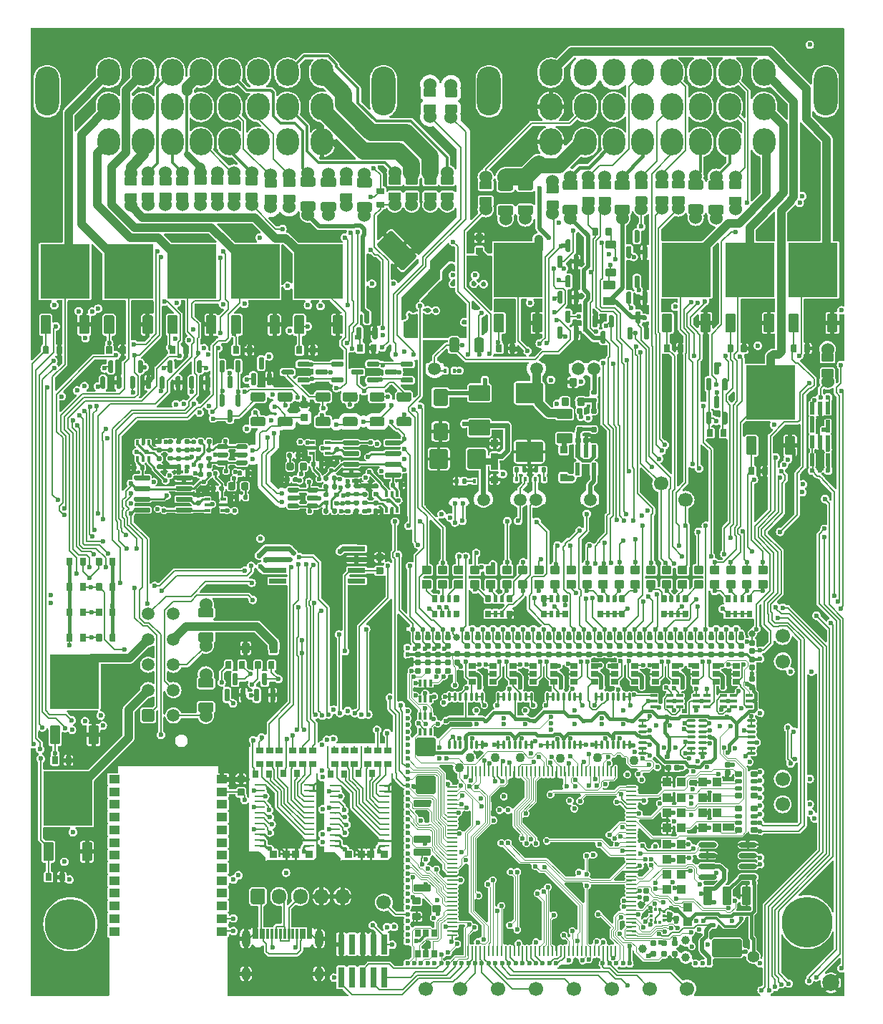
<source format=gtl>
G75*
G70*
%OFA0B0*%
%FSLAX25Y25*%
%IPPOS*%
%LPD*%
%AMOC8*
5,1,8,0,0,1.08239X$1,22.5*
%
%AMM132*
21,1,0.035430,0.030320,-0.000000,-0.000000,270.000000*
21,1,0.028350,0.037400,-0.000000,-0.000000,270.000000*
1,1,0.007090,-0.015160,-0.014170*
1,1,0.007090,-0.015160,0.014170*
1,1,0.007090,0.015160,0.014170*
1,1,0.007090,0.015160,-0.014170*
%
%AMM137*
21,1,0.033470,0.026770,-0.000000,-0.000000,180.000000*
21,1,0.026770,0.033470,-0.000000,-0.000000,180.000000*
1,1,0.006690,-0.013390,0.013390*
1,1,0.006690,0.013390,0.013390*
1,1,0.006690,0.013390,-0.013390*
1,1,0.006690,-0.013390,-0.013390*
%
%AMM165*
21,1,0.074800,0.083460,0.000000,-0.000000,270.000000*
21,1,0.059840,0.098430,0.000000,-0.000000,270.000000*
1,1,0.014960,-0.041730,-0.029920*
1,1,0.014960,-0.041730,0.029920*
1,1,0.014960,0.041730,0.029920*
1,1,0.014960,0.041730,-0.029920*
%
%AMM166*
21,1,0.086610,0.073230,0.000000,-0.000000,180.000000*
21,1,0.069290,0.090550,0.000000,-0.000000,180.000000*
1,1,0.017320,-0.034650,0.036610*
1,1,0.017320,0.034650,0.036610*
1,1,0.017320,0.034650,-0.036610*
1,1,0.017320,-0.034650,-0.036610*
%
%AMM167*
21,1,0.078740,0.053540,0.000000,-0.000000,90.000000*
21,1,0.065350,0.066930,0.000000,-0.000000,90.000000*
1,1,0.013390,0.026770,0.032680*
1,1,0.013390,0.026770,-0.032680*
1,1,0.013390,-0.026770,-0.032680*
1,1,0.013390,-0.026770,0.032680*
%
%AMM168*
21,1,0.035430,0.030320,0.000000,-0.000000,0.000000*
21,1,0.028350,0.037400,0.000000,-0.000000,0.000000*
1,1,0.007090,0.014170,-0.015160*
1,1,0.007090,-0.014170,-0.015160*
1,1,0.007090,-0.014170,0.015160*
1,1,0.007090,0.014170,0.015160*
%
%AMM169*
21,1,0.021650,0.052760,0.000000,-0.000000,180.000000*
21,1,0.017320,0.057090,0.000000,-0.000000,180.000000*
1,1,0.004330,-0.008660,0.026380*
1,1,0.004330,0.008660,0.026380*
1,1,0.004330,0.008660,-0.026380*
1,1,0.004330,-0.008660,-0.026380*
%
%AMM170*
21,1,0.035830,0.026770,0.000000,-0.000000,270.000000*
21,1,0.029130,0.033470,0.000000,-0.000000,270.000000*
1,1,0.006690,-0.013390,-0.014570*
1,1,0.006690,-0.013390,0.014570*
1,1,0.006690,0.013390,0.014570*
1,1,0.006690,0.013390,-0.014570*
%
%AMM171*
21,1,0.094490,0.111020,0.000000,-0.000000,270.000000*
21,1,0.075590,0.129920,0.000000,-0.000000,270.000000*
1,1,0.018900,-0.055510,-0.037800*
1,1,0.018900,-0.055510,0.037800*
1,1,0.018900,0.055510,0.037800*
1,1,0.018900,0.055510,-0.037800*
%
%AMM172*
21,1,0.070870,0.036220,0.000000,-0.000000,0.000000*
21,1,0.061810,0.045280,0.000000,-0.000000,0.000000*
1,1,0.009060,0.030910,-0.018110*
1,1,0.009060,-0.030910,-0.018110*
1,1,0.009060,-0.030910,0.018110*
1,1,0.009060,0.030910,0.018110*
%
%AMM173*
21,1,0.033470,0.026770,0.000000,-0.000000,270.000000*
21,1,0.026770,0.033470,0.000000,-0.000000,270.000000*
1,1,0.006690,-0.013390,-0.013390*
1,1,0.006690,-0.013390,0.013390*
1,1,0.006690,0.013390,0.013390*
1,1,0.006690,0.013390,-0.013390*
%
%AMM174*
21,1,0.015750,0.016540,0.000000,-0.000000,180.000000*
21,1,0.012600,0.019680,0.000000,-0.000000,180.000000*
1,1,0.003150,-0.006300,0.008270*
1,1,0.003150,0.006300,0.008270*
1,1,0.003150,0.006300,-0.008270*
1,1,0.003150,-0.006300,-0.008270*
%
%AMM175*
21,1,0.023620,0.018900,0.000000,-0.000000,0.000000*
21,1,0.018900,0.023620,0.000000,-0.000000,0.000000*
1,1,0.004720,0.009450,-0.009450*
1,1,0.004720,-0.009450,-0.009450*
1,1,0.004720,-0.009450,0.009450*
1,1,0.004720,0.009450,0.009450*
%
%AMM176*
21,1,0.019680,0.019680,0.000000,-0.000000,270.000000*
21,1,0.015750,0.023620,0.000000,-0.000000,270.000000*
1,1,0.003940,-0.009840,-0.007870*
1,1,0.003940,-0.009840,0.007870*
1,1,0.003940,0.009840,0.007870*
1,1,0.003940,0.009840,-0.007870*
%
%AMM177*
21,1,0.019680,0.019680,0.000000,-0.000000,180.000000*
21,1,0.015750,0.023620,0.000000,-0.000000,180.000000*
1,1,0.003940,-0.007870,0.009840*
1,1,0.003940,0.007870,0.009840*
1,1,0.003940,0.007870,-0.009840*
1,1,0.003940,-0.007870,-0.009840*
%
%AMM206*
21,1,0.027560,0.030710,-0.000000,-0.000000,180.000000*
21,1,0.022050,0.036220,-0.000000,-0.000000,180.000000*
1,1,0.005510,-0.011020,0.015350*
1,1,0.005510,0.011020,0.015350*
1,1,0.005510,0.011020,-0.015350*
1,1,0.005510,-0.011020,-0.015350*
%
%AMM207*
21,1,0.027560,0.030710,-0.000000,-0.000000,90.000000*
21,1,0.022050,0.036220,-0.000000,-0.000000,90.000000*
1,1,0.005510,0.015350,0.011020*
1,1,0.005510,0.015350,-0.011020*
1,1,0.005510,-0.015350,-0.011020*
1,1,0.005510,-0.015350,0.011020*
%
%AMM208*
21,1,0.015750,0.009840,-0.000000,-0.000000,225.000000*
1,1,0.009840,0.005570,0.005570*
1,1,0.009840,-0.005570,-0.005570*
%
%AMM262*
21,1,0.043310,0.075980,-0.000000,-0.000000,180.000000*
21,1,0.034650,0.084650,-0.000000,-0.000000,180.000000*
1,1,0.008660,-0.017320,0.037990*
1,1,0.008660,0.017320,0.037990*
1,1,0.008660,0.017320,-0.037990*
1,1,0.008660,-0.017320,-0.037990*
%
%AMM263*
21,1,0.043310,0.075990,-0.000000,-0.000000,180.000000*
21,1,0.034650,0.084650,-0.000000,-0.000000,180.000000*
1,1,0.008660,-0.017320,0.037990*
1,1,0.008660,0.017320,0.037990*
1,1,0.008660,0.017320,-0.037990*
1,1,0.008660,-0.017320,-0.037990*
%
%AMM264*
21,1,0.137800,0.067720,-0.000000,-0.000000,180.000000*
21,1,0.120870,0.084650,-0.000000,-0.000000,180.000000*
1,1,0.016930,-0.060430,0.033860*
1,1,0.016930,0.060430,0.033860*
1,1,0.016930,0.060430,-0.033860*
1,1,0.016930,-0.060430,-0.033860*
%
%AMM265*
21,1,0.039370,0.035430,-0.000000,-0.000000,180.000000*
21,1,0.031500,0.043310,-0.000000,-0.000000,180.000000*
1,1,0.007870,-0.015750,0.017720*
1,1,0.007870,0.015750,0.017720*
1,1,0.007870,0.015750,-0.017720*
1,1,0.007870,-0.015750,-0.017720*
%
%AMM266*
21,1,0.023620,0.030710,-0.000000,-0.000000,0.000000*
21,1,0.018900,0.035430,-0.000000,-0.000000,0.000000*
1,1,0.004720,0.009450,-0.015350*
1,1,0.004720,-0.009450,-0.015350*
1,1,0.004720,-0.009450,0.015350*
1,1,0.004720,0.009450,0.015350*
%
%AMM267*
21,1,0.027560,0.018900,-0.000000,-0.000000,0.000000*
21,1,0.022840,0.023620,-0.000000,-0.000000,0.000000*
1,1,0.004720,0.011420,-0.009450*
1,1,0.004720,-0.011420,-0.009450*
1,1,0.004720,-0.011420,0.009450*
1,1,0.004720,0.011420,0.009450*
%
%AMM268*
21,1,0.023620,0.030710,-0.000000,-0.000000,90.000000*
21,1,0.018900,0.035430,-0.000000,-0.000000,90.000000*
1,1,0.004720,0.015350,0.009450*
1,1,0.004720,0.015350,-0.009450*
1,1,0.004720,-0.015350,-0.009450*
1,1,0.004720,-0.015350,0.009450*
%
%AMM269*
21,1,0.086610,0.073230,-0.000000,-0.000000,270.000000*
21,1,0.069290,0.090550,-0.000000,-0.000000,270.000000*
1,1,0.017320,-0.036610,-0.034650*
1,1,0.017320,-0.036610,0.034650*
1,1,0.017320,0.036610,0.034650*
1,1,0.017320,0.036610,-0.034650*
%
%AMM270*
21,1,0.025590,0.026380,-0.000000,-0.000000,270.000000*
21,1,0.020470,0.031500,-0.000000,-0.000000,270.000000*
1,1,0.005120,-0.013190,-0.010240*
1,1,0.005120,-0.013190,0.010240*
1,1,0.005120,0.013190,0.010240*
1,1,0.005120,0.013190,-0.010240*
%
%AMM271*
21,1,0.017720,0.027950,-0.000000,-0.000000,270.000000*
21,1,0.014170,0.031500,-0.000000,-0.000000,270.000000*
1,1,0.003540,-0.013980,-0.007090*
1,1,0.003540,-0.013980,0.007090*
1,1,0.003540,0.013980,0.007090*
1,1,0.003540,0.013980,-0.007090*
%
%AMM272*
21,1,0.031500,0.072440,-0.000000,-0.000000,270.000000*
21,1,0.025200,0.078740,-0.000000,-0.000000,270.000000*
1,1,0.006300,-0.036220,-0.012600*
1,1,0.006300,-0.036220,0.012600*
1,1,0.006300,0.036220,0.012600*
1,1,0.006300,0.036220,-0.012600*
%
%AMM273*
21,1,0.012600,0.028980,-0.000000,-0.000000,270.000000*
21,1,0.010080,0.031500,-0.000000,-0.000000,270.000000*
1,1,0.002520,-0.014490,-0.005040*
1,1,0.002520,-0.014490,0.005040*
1,1,0.002520,0.014490,0.005040*
1,1,0.002520,0.014490,-0.005040*
%
%AMM274*
21,1,0.012600,0.028980,-0.000000,-0.000000,0.000000*
21,1,0.010080,0.031500,-0.000000,-0.000000,0.000000*
1,1,0.002520,0.005040,-0.014490*
1,1,0.002520,-0.005040,-0.014490*
1,1,0.002520,-0.005040,0.014490*
1,1,0.002520,0.005040,0.014490*
%
%AMM275*
21,1,0.039370,0.035430,-0.000000,-0.000000,90.000000*
21,1,0.031500,0.043310,-0.000000,-0.000000,90.000000*
1,1,0.007870,0.017720,0.015750*
1,1,0.007870,0.017720,-0.015750*
1,1,0.007870,-0.017720,-0.015750*
1,1,0.007870,-0.017720,0.015750*
%
%AMM276*
21,1,0.027560,0.018900,-0.000000,-0.000000,270.000000*
21,1,0.022840,0.023620,-0.000000,-0.000000,270.000000*
1,1,0.004720,-0.009450,-0.011420*
1,1,0.004720,-0.009450,0.011420*
1,1,0.004720,0.009450,0.011420*
1,1,0.004720,0.009450,-0.011420*
%
%ADD10C,0.06000*%
%ADD106C,0.02756*%
%ADD11C,0.06693*%
%ADD12C,0.23622*%
%ADD13R,0.22835X0.25197*%
%ADD136O,0.04961X0.00984*%
%ADD14O,0.06693X0.07283*%
%ADD140O,0.00984X0.40158*%
%ADD145R,0.02559X0.01575*%
%ADD146R,0.01575X0.02559*%
%ADD148O,0.00866X0.05118*%
%ADD149O,0.05118X0.00866*%
%ADD15O,0.11024X0.22835*%
%ADD16O,0.10630X0.12598*%
%ADD161O,0.01181X0.04331*%
%ADD162O,0.04331X0.01181*%
%ADD164O,0.08661X0.02362*%
%ADD166R,0.01476X0.01378*%
%ADD167R,0.01378X0.01476*%
%ADD17R,0.01181X0.04528*%
%ADD170C,0.03100*%
%ADD171C,0.00492*%
%ADD172C,0.03900*%
%ADD173C,0.04331*%
%ADD174C,0.05512*%
%ADD18O,0.03937X0.08268*%
%ADD19O,0.03937X0.06299*%
%ADD20C,0.05906*%
%ADD21C,0.02362*%
%ADD22O,0.12992X0.00787*%
%ADD23O,0.40157X0.00787*%
%ADD235C,0.01850*%
%ADD24O,0.01181X0.00787*%
%ADD249O,0.40158X0.00787*%
%ADD25O,0.00787X0.66929*%
%ADD26O,0.00787X0.60630*%
%ADD27O,0.18898X0.00787*%
%ADD278M132*%
%ADD28O,0.10236X0.00787*%
%ADD283M137*%
%ADD29O,0.03937X0.00787*%
%ADD30O,0.05906X0.00787*%
%ADD31R,0.00984X0.24350*%
%ADD311M165*%
%ADD312M166*%
%ADD313M167*%
%ADD314M168*%
%ADD315M169*%
%ADD316M170*%
%ADD317M171*%
%ADD318M172*%
%ADD319M173*%
%ADD32R,0.00984X0.04390*%
%ADD320M174*%
%ADD321M175*%
%ADD322M176*%
%ADD323M177*%
%ADD33R,0.56201X0.00984*%
%ADD34R,0.59449X0.00984*%
%ADD35R,0.00984X0.20374*%
%ADD358M206*%
%ADD359M207*%
%ADD36R,0.00787X0.09055*%
%ADD360M208*%
%ADD37R,0.00787X0.42126*%
%ADD38R,0.00787X0.08268*%
%ADD39R,0.00787X0.23622*%
%ADD40R,0.00787X0.21260*%
%ADD41R,0.05512X0.00787*%
%ADD42R,0.19685X0.00787*%
%ADD43R,0.26772X0.00787*%
%ADD439M262*%
%ADD44R,0.17717X0.00787*%
%ADD440M263*%
%ADD441M264*%
%ADD442M265*%
%ADD443M266*%
%ADD444M267*%
%ADD445M268*%
%ADD446M269*%
%ADD447M270*%
%ADD448M271*%
%ADD449M272*%
%ADD45R,0.00787X0.06299*%
%ADD450M273*%
%ADD451M274*%
%ADD452M275*%
%ADD453M276*%
%ADD46R,0.00787X0.22441*%
%ADD47R,0.00787X0.07874*%
%ADD48R,0.05118X0.03937*%
%ADD49C,0.07874*%
%ADD50O,0.04823X0.00787*%
%ADD51O,0.00787X0.36614*%
%ADD52O,0.00984X0.40157*%
%ADD53O,0.22835X0.00984*%
%ADD54O,0.00787X0.01575*%
%ADD55R,0.02913X0.09449*%
%ADD56C,0.05118*%
%ADD57C,0.01575*%
%ADD58C,0.00787*%
%ADD59C,0.03937*%
%ADD60C,0.02000*%
%ADD61C,0.01181*%
%ADD62C,0.00800*%
%ADD63C,0.07087*%
%ADD64C,0.04724*%
%ADD65C,0.03150*%
%ADD71C,0.00984*%
%ADD83C,0.01968*%
X0000000Y0000000D02*
%LPD*%
G01*
D10*
X0302165Y0367106D03*
G36*
G01*
X0304626Y0368898D02*
X0299705Y0368898D01*
G75*
G02*
X0299311Y0369291I0000000J0000394D01*
G01*
X0299311Y0372441D01*
G75*
G02*
X0299705Y0372835I0000394J0000000D01*
G01*
X0304626Y0372835D01*
G75*
G02*
X0305020Y0372441I0000000J-000394D01*
G01*
X0305020Y0369291D01*
G75*
G02*
X0304626Y0368898I-000394J0000000D01*
G01*
G37*
G36*
G01*
X0304626Y0376378D02*
X0299705Y0376378D01*
G75*
G02*
X0299311Y0376772I0000000J0000394D01*
G01*
X0299311Y0379921D01*
G75*
G02*
X0299705Y0380315I0000394J0000000D01*
G01*
X0304626Y0380315D01*
G75*
G02*
X0305020Y0379921I0000000J-000394D01*
G01*
X0305020Y0376772D01*
G75*
G02*
X0304626Y0376378I-000394J0000000D01*
G01*
G37*
X0302165Y0382106D03*
D11*
X0350787Y0156299D03*
D10*
X0082047Y0130906D03*
G36*
G01*
X0085591Y0136201D02*
X0085591Y0133484D01*
G75*
G02*
X0084685Y0132579I-000906J0000000D01*
G01*
X0079409Y0132579D01*
G75*
G02*
X0078504Y0133484I0000000J0000906D01*
G01*
X0078504Y0136201D01*
G75*
G02*
X0079409Y0137106I0000906J0000000D01*
G01*
X0084685Y0137106D01*
G75*
G02*
X0085591Y0136201I0000000J-000906D01*
G01*
G37*
G36*
G01*
X0085591Y0147618D02*
X0085591Y0144902D01*
G75*
G02*
X0084685Y0143996I-000906J0000000D01*
G01*
X0079409Y0143996D01*
G75*
G02*
X0078504Y0144902I0000000J0000906D01*
G01*
X0078504Y0147618D01*
G75*
G02*
X0079409Y0148524I0000906J0000000D01*
G01*
X0084685Y0148524D01*
G75*
G02*
X0085591Y0147618I0000000J-000906D01*
G01*
G37*
X0082047Y0150197D03*
G36*
G01*
X0324016Y0177028D02*
X0324016Y0179665D01*
G75*
G02*
X0324272Y0179921I0000256J0000000D01*
G01*
X0326319Y0179921D01*
G75*
G02*
X0326575Y0179665I0000000J-000256D01*
G01*
X0326575Y0177028D01*
G75*
G02*
X0326319Y0176772I-000256J0000000D01*
G01*
X0324272Y0176772D01*
G75*
G02*
X0324016Y0177028I0000000J0000256D01*
G01*
G37*
G36*
G01*
X0327854Y0176949D02*
X0327854Y0179744D01*
G75*
G02*
X0328031Y0179921I0000177J0000000D01*
G01*
X0329449Y0179921D01*
G75*
G02*
X0329626Y0179744I0000000J-000177D01*
G01*
X0329626Y0176949D01*
G75*
G02*
X0329449Y0176772I-000177J0000000D01*
G01*
X0328031Y0176772D01*
G75*
G02*
X0327854Y0176949I0000000J0000177D01*
G01*
G37*
G36*
G01*
X0331004Y0176949D02*
X0331004Y0179744D01*
G75*
G02*
X0331181Y0179921I0000177J0000000D01*
G01*
X0332598Y0179921D01*
G75*
G02*
X0332776Y0179744I0000000J-000177D01*
G01*
X0332776Y0176949D01*
G75*
G02*
X0332598Y0176772I-000177J0000000D01*
G01*
X0331181Y0176772D01*
G75*
G02*
X0331004Y0176949I0000000J0000177D01*
G01*
G37*
G36*
G01*
X0334055Y0177028D02*
X0334055Y0179665D01*
G75*
G02*
X0334311Y0179921I0000256J0000000D01*
G01*
X0336358Y0179921D01*
G75*
G02*
X0336614Y0179665I0000000J-000256D01*
G01*
X0336614Y0177028D01*
G75*
G02*
X0336358Y0176772I-000256J0000000D01*
G01*
X0334311Y0176772D01*
G75*
G02*
X0334055Y0177028I0000000J0000256D01*
G01*
G37*
G36*
G01*
X0334055Y0184114D02*
X0334055Y0186752D01*
G75*
G02*
X0334311Y0187008I0000256J0000000D01*
G01*
X0336358Y0187008D01*
G75*
G02*
X0336614Y0186752I0000000J-000256D01*
G01*
X0336614Y0184114D01*
G75*
G02*
X0336358Y0183858I-000256J0000000D01*
G01*
X0334311Y0183858D01*
G75*
G02*
X0334055Y0184114I0000000J0000256D01*
G01*
G37*
G36*
G01*
X0331004Y0184035D02*
X0331004Y0186831D01*
G75*
G02*
X0331181Y0187008I0000177J0000000D01*
G01*
X0332598Y0187008D01*
G75*
G02*
X0332776Y0186831I0000000J-000177D01*
G01*
X0332776Y0184035D01*
G75*
G02*
X0332598Y0183858I-000177J0000000D01*
G01*
X0331181Y0183858D01*
G75*
G02*
X0331004Y0184035I0000000J0000177D01*
G01*
G37*
G36*
G01*
X0327854Y0184035D02*
X0327854Y0186831D01*
G75*
G02*
X0328031Y0187008I0000177J0000000D01*
G01*
X0329449Y0187008D01*
G75*
G02*
X0329626Y0186831I0000000J-000177D01*
G01*
X0329626Y0184035D01*
G75*
G02*
X0329449Y0183858I-000177J0000000D01*
G01*
X0328031Y0183858D01*
G75*
G02*
X0327854Y0184035I0000000J0000177D01*
G01*
G37*
G36*
G01*
X0324016Y0184114D02*
X0324016Y0186752D01*
G75*
G02*
X0324272Y0187008I0000256J0000000D01*
G01*
X0326319Y0187008D01*
G75*
G02*
X0326575Y0186752I0000000J-000256D01*
G01*
X0326575Y0184114D01*
G75*
G02*
X0326319Y0183858I-000256J0000000D01*
G01*
X0324272Y0183858D01*
G75*
G02*
X0324016Y0184114I0000000J0000256D01*
G01*
G37*
G36*
G01*
X0201575Y0190157D02*
X0198031Y0190157D01*
G75*
G02*
X0197638Y0190551I0000000J0000394D01*
G01*
X0197638Y0193701D01*
G75*
G02*
X0198031Y0194094I0000394J0000000D01*
G01*
X0201575Y0194094D01*
G75*
G02*
X0201968Y0193701I0000000J-000394D01*
G01*
X0201968Y0190551D01*
G75*
G02*
X0201575Y0190157I-000394J0000000D01*
G01*
G37*
G36*
G01*
X0201575Y0196850D02*
X0198031Y0196850D01*
G75*
G02*
X0197638Y0197244I0000000J0000394D01*
G01*
X0197638Y0200394D01*
G75*
G02*
X0198031Y0200787I0000394J0000000D01*
G01*
X0201575Y0200787D01*
G75*
G02*
X0201968Y0200394I0000000J-000394D01*
G01*
X0201968Y0197244D01*
G75*
G02*
X0201575Y0196850I-000394J0000000D01*
G01*
G37*
D11*
X0235827Y0003937D03*
G36*
G01*
X0171949Y0281594D02*
X0176870Y0281594D01*
G75*
G02*
X0177854Y0280610I0000000J-000984D01*
G01*
X0177854Y0278150D01*
G75*
G02*
X0176870Y0277165I-000984J0000000D01*
G01*
X0171949Y0277165D01*
G75*
G02*
X0170965Y0278150I0000000J0000984D01*
G01*
X0170965Y0280610D01*
G75*
G02*
X0171949Y0281594I0000984J0000000D01*
G01*
G37*
G36*
G01*
X0171949Y0270079D02*
X0176870Y0270079D01*
G75*
G02*
X0177854Y0269094I0000000J-000984D01*
G01*
X0177854Y0266634D01*
G75*
G02*
X0176870Y0265650I-000984J0000000D01*
G01*
X0171949Y0265650D01*
G75*
G02*
X0170965Y0266634I0000000J0000984D01*
G01*
X0170965Y0269094D01*
G75*
G02*
X0171949Y0270079I0000984J0000000D01*
G01*
G37*
G36*
G01*
X0124213Y0299646D02*
X0124213Y0302717D01*
G75*
G02*
X0124488Y0302992I0000276J0000000D01*
G01*
X0126693Y0302992D01*
G75*
G02*
X0126969Y0302717I0000000J-000276D01*
G01*
X0126969Y0299646D01*
G75*
G02*
X0126693Y0299370I-000276J0000000D01*
G01*
X0124488Y0299370D01*
G75*
G02*
X0124213Y0299646I0000000J0000276D01*
G01*
G37*
G36*
G01*
X0130512Y0299646D02*
X0130512Y0302717D01*
G75*
G02*
X0130787Y0302992I0000276J0000000D01*
G01*
X0132992Y0302992D01*
G75*
G02*
X0133268Y0302717I0000000J-000276D01*
G01*
X0133268Y0299646D01*
G75*
G02*
X0132992Y0299370I-000276J0000000D01*
G01*
X0130787Y0299370D01*
G75*
G02*
X0130512Y0299646I0000000J0000276D01*
G01*
G37*
G36*
G01*
X0017126Y0165787D02*
X0017126Y0168858D01*
G75*
G02*
X0017402Y0169134I0000276J0000000D01*
G01*
X0019606Y0169134D01*
G75*
G02*
X0019882Y0168858I0000000J-000276D01*
G01*
X0019882Y0165787D01*
G75*
G02*
X0019606Y0165512I-000276J0000000D01*
G01*
X0017402Y0165512D01*
G75*
G02*
X0017126Y0165787I0000000J0000276D01*
G01*
G37*
G36*
G01*
X0023425Y0165787D02*
X0023425Y0168858D01*
G75*
G02*
X0023701Y0169134I0000276J0000000D01*
G01*
X0025906Y0169134D01*
G75*
G02*
X0026181Y0168858I0000000J-000276D01*
G01*
X0026181Y0165787D01*
G75*
G02*
X0025906Y0165512I-000276J0000000D01*
G01*
X0023701Y0165512D01*
G75*
G02*
X0023425Y0165787I0000000J0000276D01*
G01*
G37*
D12*
X0018909Y0033933D03*
G36*
G01*
X0186614Y0190157D02*
X0183071Y0190157D01*
G75*
G02*
X0182677Y0190551I0000000J0000394D01*
G01*
X0182677Y0193701D01*
G75*
G02*
X0183071Y0194094I0000394J0000000D01*
G01*
X0186614Y0194094D01*
G75*
G02*
X0187008Y0193701I0000000J-000394D01*
G01*
X0187008Y0190551D01*
G75*
G02*
X0186614Y0190157I-000394J0000000D01*
G01*
G37*
G36*
G01*
X0186614Y0196850D02*
X0183071Y0196850D01*
G75*
G02*
X0182677Y0197244I0000000J0000394D01*
G01*
X0182677Y0200394D01*
G75*
G02*
X0183071Y0200787I0000394J0000000D01*
G01*
X0186614Y0200787D01*
G75*
G02*
X0187008Y0200394I0000000J-000394D01*
G01*
X0187008Y0197244D01*
G75*
G02*
X0186614Y0196850I-000394J0000000D01*
G01*
G37*
D10*
X0177953Y0383878D03*
G36*
G01*
X0175492Y0382087D02*
X0180413Y0382087D01*
G75*
G02*
X0180807Y0381693I0000000J-000394D01*
G01*
X0180807Y0378543D01*
G75*
G02*
X0180413Y0378150I-000394J0000000D01*
G01*
X0175492Y0378150D01*
G75*
G02*
X0175098Y0378543I0000000J0000394D01*
G01*
X0175098Y0381693D01*
G75*
G02*
X0175492Y0382087I0000394J0000000D01*
G01*
G37*
G36*
G01*
X0175492Y0374606D02*
X0180413Y0374606D01*
G75*
G02*
X0180807Y0374213I0000000J-000394D01*
G01*
X0180807Y0371063D01*
G75*
G02*
X0180413Y0370669I-000394J0000000D01*
G01*
X0175492Y0370669D01*
G75*
G02*
X0175098Y0371063I0000000J0000394D01*
G01*
X0175098Y0374213D01*
G75*
G02*
X0175492Y0374606I0000394J0000000D01*
G01*
G37*
X0177953Y0368878D03*
X0294488Y0367106D03*
G36*
G01*
X0296949Y0368898D02*
X0292028Y0368898D01*
G75*
G02*
X0291634Y0369291I0000000J0000394D01*
G01*
X0291634Y0372441D01*
G75*
G02*
X0292028Y0372835I0000394J0000000D01*
G01*
X0296949Y0372835D01*
G75*
G02*
X0297343Y0372441I0000000J-000394D01*
G01*
X0297343Y0369291D01*
G75*
G02*
X0296949Y0368898I-000394J0000000D01*
G01*
G37*
G36*
G01*
X0296949Y0376378D02*
X0292028Y0376378D01*
G75*
G02*
X0291634Y0376772I0000000J0000394D01*
G01*
X0291634Y0379921D01*
G75*
G02*
X0292028Y0380315I0000394J0000000D01*
G01*
X0296949Y0380315D01*
G75*
G02*
X0297343Y0379921I0000000J-000394D01*
G01*
X0297343Y0376772D01*
G75*
G02*
X0296949Y0376378I-000394J0000000D01*
G01*
G37*
X0294488Y0382106D03*
X0095276Y0368878D03*
G36*
G01*
X0097736Y0370669D02*
X0092815Y0370669D01*
G75*
G02*
X0092421Y0371063I0000000J0000394D01*
G01*
X0092421Y0374213D01*
G75*
G02*
X0092815Y0374606I0000394J0000000D01*
G01*
X0097736Y0374606D01*
G75*
G02*
X0098130Y0374213I0000000J-000394D01*
G01*
X0098130Y0371063D01*
G75*
G02*
X0097736Y0370669I-000394J0000000D01*
G01*
G37*
G36*
G01*
X0097736Y0378150D02*
X0092815Y0378150D01*
G75*
G02*
X0092421Y0378543I0000000J0000394D01*
G01*
X0092421Y0381693D01*
G75*
G02*
X0092815Y0382087I0000394J0000000D01*
G01*
X0097736Y0382087D01*
G75*
G02*
X0098130Y0381693I0000000J-000394D01*
G01*
X0098130Y0378543D01*
G75*
G02*
X0097736Y0378150I-000394J0000000D01*
G01*
G37*
X0095276Y0383878D03*
G36*
G01*
X0097953Y0308661D02*
X0094173Y0308661D01*
G75*
G02*
X0093701Y0309134I0000000J0000472D01*
G01*
X0093701Y0316850D01*
G75*
G02*
X0094173Y0317323I0000472J0000000D01*
G01*
X0097953Y0317323D01*
G75*
G02*
X0098425Y0316850I0000000J-000472D01*
G01*
X0098425Y0309134D01*
G75*
G02*
X0097953Y0308661I-000472J0000000D01*
G01*
G37*
D13*
X0105039Y0337795D03*
G36*
G01*
X0115906Y0308661D02*
X0112126Y0308661D01*
G75*
G02*
X0111654Y0309134I0000000J0000472D01*
G01*
X0111654Y0316850D01*
G75*
G02*
X0112126Y0317323I0000472J0000000D01*
G01*
X0115906Y0317323D01*
G75*
G02*
X0116378Y0316850I0000000J-000472D01*
G01*
X0116378Y0309134D01*
G75*
G02*
X0115906Y0308661I-000472J0000000D01*
G01*
G37*
G36*
G01*
X0102953Y0044193D02*
X0102953Y0049508D01*
G75*
G02*
X0103937Y0050492I0000984J0000000D01*
G01*
X0108661Y0050492D01*
G75*
G02*
X0109646Y0049508I0000000J-000984D01*
G01*
X0109646Y0044193D01*
G75*
G02*
X0108661Y0043209I-000984J0000000D01*
G01*
X0103937Y0043209D01*
G75*
G02*
X0102953Y0044193I0000000J0000984D01*
G01*
G37*
D14*
X0116142Y0046850D03*
X0125984Y0046850D03*
X0135827Y0046850D03*
X0145669Y0046850D03*
D10*
X0251772Y0381890D03*
G36*
G01*
X0248228Y0376595D02*
X0248228Y0379311D01*
G75*
G02*
X0249134Y0380217I0000906J0000000D01*
G01*
X0254409Y0380217D01*
G75*
G02*
X0255315Y0379311I0000000J-000906D01*
G01*
X0255315Y0376595D01*
G75*
G02*
X0254409Y0375689I-000906J0000000D01*
G01*
X0249134Y0375689D01*
G75*
G02*
X0248228Y0376595I0000000J0000906D01*
G01*
G37*
G36*
G01*
X0248228Y0365177D02*
X0248228Y0367894D01*
G75*
G02*
X0249134Y0368799I0000906J0000000D01*
G01*
X0254409Y0368799D01*
G75*
G02*
X0255315Y0367894I0000000J-000906D01*
G01*
X0255315Y0365177D01*
G75*
G02*
X0254409Y0364272I-000906J0000000D01*
G01*
X0249134Y0364272D01*
G75*
G02*
X0248228Y0365177I0000000J0000906D01*
G01*
G37*
X0251772Y0362598D03*
G36*
G01*
X0316929Y0266634D02*
X0315748Y0266634D01*
G75*
G02*
X0315157Y0267224I0000000J0000591D01*
G01*
X0315157Y0271850D01*
G75*
G02*
X0315748Y0272441I0000591J0000000D01*
G01*
X0316929Y0272441D01*
G75*
G02*
X0317520Y0271850I0000000J-000591D01*
G01*
X0317520Y0267224D01*
G75*
G02*
X0316929Y0266634I-000591J0000000D01*
G01*
G37*
G36*
G01*
X0320669Y0274016D02*
X0319488Y0274016D01*
G75*
G02*
X0318898Y0274606I0000000J0000591D01*
G01*
X0318898Y0279232D01*
G75*
G02*
X0319488Y0279823I0000591J0000000D01*
G01*
X0320669Y0279823D01*
G75*
G02*
X0321260Y0279232I0000000J-000591D01*
G01*
X0321260Y0274606D01*
G75*
G02*
X0320669Y0274016I-000591J0000000D01*
G01*
G37*
G36*
G01*
X0324409Y0266634D02*
X0323228Y0266634D01*
G75*
G02*
X0322638Y0267224I0000000J0000591D01*
G01*
X0322638Y0271850D01*
G75*
G02*
X0323228Y0272441I0000591J0000000D01*
G01*
X0324409Y0272441D01*
G75*
G02*
X0325000Y0271850I0000000J-000591D01*
G01*
X0325000Y0267224D01*
G75*
G02*
X0324409Y0266634I-000591J0000000D01*
G01*
G37*
X0371654Y0286594D03*
G36*
G01*
X0374114Y0288386D02*
X0369193Y0288386D01*
G75*
G02*
X0368799Y0288780I0000000J0000394D01*
G01*
X0368799Y0291929D01*
G75*
G02*
X0369193Y0292323I0000394J0000000D01*
G01*
X0374114Y0292323D01*
G75*
G02*
X0374508Y0291929I0000000J-000394D01*
G01*
X0374508Y0288780D01*
G75*
G02*
X0374114Y0288386I-000394J0000000D01*
G01*
G37*
G36*
G01*
X0374114Y0295866D02*
X0369193Y0295866D01*
G75*
G02*
X0368799Y0296260I0000000J0000394D01*
G01*
X0368799Y0299410D01*
G75*
G02*
X0369193Y0299803I0000394J0000000D01*
G01*
X0374114Y0299803D01*
G75*
G02*
X0374508Y0299410I0000000J-000394D01*
G01*
X0374508Y0296260D01*
G75*
G02*
X0374114Y0295866I-000394J0000000D01*
G01*
G37*
X0371654Y0301594D03*
G36*
G01*
X0295472Y0300433D02*
X0295472Y0303504D01*
G75*
G02*
X0295748Y0303780I0000276J0000000D01*
G01*
X0297953Y0303780D01*
G75*
G02*
X0298228Y0303504I0000000J-000276D01*
G01*
X0298228Y0300433D01*
G75*
G02*
X0297953Y0300157I-000276J0000000D01*
G01*
X0295748Y0300157D01*
G75*
G02*
X0295472Y0300433I0000000J0000276D01*
G01*
G37*
G36*
G01*
X0301772Y0300433D02*
X0301772Y0303504D01*
G75*
G02*
X0302047Y0303780I0000276J0000000D01*
G01*
X0304252Y0303780D01*
G75*
G02*
X0304528Y0303504I0000000J-000276D01*
G01*
X0304528Y0300433D01*
G75*
G02*
X0304252Y0300157I-000276J0000000D01*
G01*
X0302047Y0300157D01*
G75*
G02*
X0301772Y0300433I0000000J0000276D01*
G01*
G37*
G36*
G01*
X0178642Y0287795D02*
X0178642Y0286614D01*
G75*
G02*
X0178051Y0286024I-000591J0000000D01*
G01*
X0173425Y0286024D01*
G75*
G02*
X0172835Y0286614I0000000J0000591D01*
G01*
X0172835Y0287795D01*
G75*
G02*
X0173425Y0288386I0000591J0000000D01*
G01*
X0178051Y0288386D01*
G75*
G02*
X0178642Y0287795I0000000J-000591D01*
G01*
G37*
G36*
G01*
X0171260Y0291535D02*
X0171260Y0290354D01*
G75*
G02*
X0170669Y0289764I-000591J0000000D01*
G01*
X0166043Y0289764D01*
G75*
G02*
X0165453Y0290354I0000000J0000591D01*
G01*
X0165453Y0291535D01*
G75*
G02*
X0166043Y0292126I0000591J0000000D01*
G01*
X0170669Y0292126D01*
G75*
G02*
X0171260Y0291535I0000000J-000591D01*
G01*
G37*
G36*
G01*
X0178642Y0295276D02*
X0178642Y0294094D01*
G75*
G02*
X0178051Y0293504I-000591J0000000D01*
G01*
X0173425Y0293504D01*
G75*
G02*
X0172835Y0294094I0000000J0000591D01*
G01*
X0172835Y0295276D01*
G75*
G02*
X0173425Y0295866I0000591J0000000D01*
G01*
X0178051Y0295866D01*
G75*
G02*
X0178642Y0295276I0000000J-000591D01*
G01*
G37*
G36*
G01*
X0261417Y0190157D02*
X0257874Y0190157D01*
G75*
G02*
X0257480Y0190551I0000000J0000394D01*
G01*
X0257480Y0193701D01*
G75*
G02*
X0257874Y0194094I0000394J0000000D01*
G01*
X0261417Y0194094D01*
G75*
G02*
X0261811Y0193701I0000000J-000394D01*
G01*
X0261811Y0190551D01*
G75*
G02*
X0261417Y0190157I-000394J0000000D01*
G01*
G37*
G36*
G01*
X0261417Y0196850D02*
X0257874Y0196850D01*
G75*
G02*
X0257480Y0197244I0000000J0000394D01*
G01*
X0257480Y0200394D01*
G75*
G02*
X0257874Y0200787I0000394J0000000D01*
G01*
X0261417Y0200787D01*
G75*
G02*
X0261811Y0200394I0000000J-000394D01*
G01*
X0261811Y0197244D01*
G75*
G02*
X0261417Y0196850I-000394J0000000D01*
G01*
G37*
G36*
G01*
X0208110Y0355177D02*
X0210787Y0355177D01*
G75*
G02*
X0211122Y0354843I0000000J-000335D01*
G01*
X0211122Y0352165D01*
G75*
G02*
X0210787Y0351831I-000335J0000000D01*
G01*
X0208110Y0351831D01*
G75*
G02*
X0207776Y0352165I0000000J0000335D01*
G01*
X0207776Y0354843D01*
G75*
G02*
X0208110Y0355177I0000335J0000000D01*
G01*
G37*
G36*
G01*
X0208110Y0348957D02*
X0210787Y0348957D01*
G75*
G02*
X0211122Y0348622I0000000J-000335D01*
G01*
X0211122Y0345945D01*
G75*
G02*
X0210787Y0345610I-000335J0000000D01*
G01*
X0208110Y0345610D01*
G75*
G02*
X0207776Y0345945I0000000J0000335D01*
G01*
X0207776Y0348622D01*
G75*
G02*
X0208110Y0348957I0000335J0000000D01*
G01*
G37*
G36*
G01*
X0354528Y0300433D02*
X0354528Y0303504D01*
G75*
G02*
X0354803Y0303780I0000276J0000000D01*
G01*
X0357008Y0303780D01*
G75*
G02*
X0357283Y0303504I0000000J-000276D01*
G01*
X0357283Y0300433D01*
G75*
G02*
X0357008Y0300157I-000276J0000000D01*
G01*
X0354803Y0300157D01*
G75*
G02*
X0354528Y0300433I0000000J0000276D01*
G01*
G37*
G36*
G01*
X0360827Y0300433D02*
X0360827Y0303504D01*
G75*
G02*
X0361102Y0303780I0000276J0000000D01*
G01*
X0363307Y0303780D01*
G75*
G02*
X0363583Y0303504I0000000J-000276D01*
G01*
X0363583Y0300433D01*
G75*
G02*
X0363307Y0300157I-000276J0000000D01*
G01*
X0361102Y0300157D01*
G75*
G02*
X0360827Y0300433I0000000J0000276D01*
G01*
G37*
G36*
G01*
X0220472Y0309449D02*
X0216693Y0309449D01*
G75*
G02*
X0216220Y0309921I0000000J0000472D01*
G01*
X0216220Y0317638D01*
G75*
G02*
X0216693Y0318110I0000472J0000000D01*
G01*
X0220472Y0318110D01*
G75*
G02*
X0220945Y0317638I0000000J-000472D01*
G01*
X0220945Y0309921D01*
G75*
G02*
X0220472Y0309449I-000472J0000000D01*
G01*
G37*
D13*
X0227559Y0338583D03*
G36*
G01*
X0238425Y0309449D02*
X0234646Y0309449D01*
G75*
G02*
X0234173Y0309921I0000000J0000472D01*
G01*
X0234173Y0317638D01*
G75*
G02*
X0234646Y0318110I0000472J0000000D01*
G01*
X0238425Y0318110D01*
G75*
G02*
X0238898Y0317638I0000000J-000472D01*
G01*
X0238898Y0309921D01*
G75*
G02*
X0238425Y0309449I-000472J0000000D01*
G01*
G37*
G36*
G01*
X0238189Y0177028D02*
X0238189Y0179665D01*
G75*
G02*
X0238445Y0179921I0000256J0000000D01*
G01*
X0240492Y0179921D01*
G75*
G02*
X0240748Y0179665I0000000J-000256D01*
G01*
X0240748Y0177028D01*
G75*
G02*
X0240492Y0176772I-000256J0000000D01*
G01*
X0238445Y0176772D01*
G75*
G02*
X0238189Y0177028I0000000J0000256D01*
G01*
G37*
G36*
G01*
X0242028Y0176949D02*
X0242028Y0179744D01*
G75*
G02*
X0242205Y0179921I0000177J0000000D01*
G01*
X0243622Y0179921D01*
G75*
G02*
X0243799Y0179744I0000000J-000177D01*
G01*
X0243799Y0176949D01*
G75*
G02*
X0243622Y0176772I-000177J0000000D01*
G01*
X0242205Y0176772D01*
G75*
G02*
X0242028Y0176949I0000000J0000177D01*
G01*
G37*
G36*
G01*
X0245177Y0176949D02*
X0245177Y0179744D01*
G75*
G02*
X0245354Y0179921I0000177J0000000D01*
G01*
X0246772Y0179921D01*
G75*
G02*
X0246949Y0179744I0000000J-000177D01*
G01*
X0246949Y0176949D01*
G75*
G02*
X0246772Y0176772I-000177J0000000D01*
G01*
X0245354Y0176772D01*
G75*
G02*
X0245177Y0176949I0000000J0000177D01*
G01*
G37*
G36*
G01*
X0248228Y0177028D02*
X0248228Y0179665D01*
G75*
G02*
X0248484Y0179921I0000256J0000000D01*
G01*
X0250531Y0179921D01*
G75*
G02*
X0250787Y0179665I0000000J-000256D01*
G01*
X0250787Y0177028D01*
G75*
G02*
X0250531Y0176772I-000256J0000000D01*
G01*
X0248484Y0176772D01*
G75*
G02*
X0248228Y0177028I0000000J0000256D01*
G01*
G37*
G36*
G01*
X0248228Y0184114D02*
X0248228Y0186752D01*
G75*
G02*
X0248484Y0187008I0000256J0000000D01*
G01*
X0250531Y0187008D01*
G75*
G02*
X0250787Y0186752I0000000J-000256D01*
G01*
X0250787Y0184114D01*
G75*
G02*
X0250531Y0183858I-000256J0000000D01*
G01*
X0248484Y0183858D01*
G75*
G02*
X0248228Y0184114I0000000J0000256D01*
G01*
G37*
G36*
G01*
X0245177Y0184035D02*
X0245177Y0186831D01*
G75*
G02*
X0245354Y0187008I0000177J0000000D01*
G01*
X0246772Y0187008D01*
G75*
G02*
X0246949Y0186831I0000000J-000177D01*
G01*
X0246949Y0184035D01*
G75*
G02*
X0246772Y0183858I-000177J0000000D01*
G01*
X0245354Y0183858D01*
G75*
G02*
X0245177Y0184035I0000000J0000177D01*
G01*
G37*
G36*
G01*
X0242028Y0184035D02*
X0242028Y0186831D01*
G75*
G02*
X0242205Y0187008I0000177J0000000D01*
G01*
X0243622Y0187008D01*
G75*
G02*
X0243799Y0186831I0000000J-000177D01*
G01*
X0243799Y0184035D01*
G75*
G02*
X0243622Y0183858I-000177J0000000D01*
G01*
X0242205Y0183858D01*
G75*
G02*
X0242028Y0184035I0000000J0000177D01*
G01*
G37*
G36*
G01*
X0238189Y0184114D02*
X0238189Y0186752D01*
G75*
G02*
X0238445Y0187008I0000256J0000000D01*
G01*
X0240492Y0187008D01*
G75*
G02*
X0240748Y0186752I0000000J-000256D01*
G01*
X0240748Y0184114D01*
G75*
G02*
X0240492Y0183858I-000256J0000000D01*
G01*
X0238445Y0183858D01*
G75*
G02*
X0238189Y0184114I0000000J0000256D01*
G01*
G37*
G36*
G01*
X0104764Y0284744D02*
X0103583Y0284744D01*
G75*
G02*
X0102992Y0285335I0000000J0000591D01*
G01*
X0102992Y0289961D01*
G75*
G02*
X0103583Y0290551I0000591J0000000D01*
G01*
X0104764Y0290551D01*
G75*
G02*
X0105354Y0289961I0000000J-000591D01*
G01*
X0105354Y0285335D01*
G75*
G02*
X0104764Y0284744I-000591J0000000D01*
G01*
G37*
G36*
G01*
X0108504Y0292126D02*
X0107323Y0292126D01*
G75*
G02*
X0106732Y0292717I0000000J0000591D01*
G01*
X0106732Y0297343D01*
G75*
G02*
X0107323Y0297933I0000591J0000000D01*
G01*
X0108504Y0297933D01*
G75*
G02*
X0109094Y0297343I0000000J-000591D01*
G01*
X0109094Y0292717D01*
G75*
G02*
X0108504Y0292126I-000591J0000000D01*
G01*
G37*
G36*
G01*
X0112244Y0284744D02*
X0111063Y0284744D01*
G75*
G02*
X0110472Y0285335I0000000J0000591D01*
G01*
X0110472Y0289961D01*
G75*
G02*
X0111063Y0290551I0000591J0000000D01*
G01*
X0112244Y0290551D01*
G75*
G02*
X0112835Y0289961I0000000J-000591D01*
G01*
X0112835Y0285335D01*
G75*
G02*
X0112244Y0284744I-000591J0000000D01*
G01*
G37*
G36*
G01*
X0291142Y0190157D02*
X0287598Y0190157D01*
G75*
G02*
X0287205Y0190551I0000000J0000394D01*
G01*
X0287205Y0193701D01*
G75*
G02*
X0287598Y0194094I0000394J0000000D01*
G01*
X0291142Y0194094D01*
G75*
G02*
X0291535Y0193701I0000000J-000394D01*
G01*
X0291535Y0190551D01*
G75*
G02*
X0291142Y0190157I-000394J0000000D01*
G01*
G37*
G36*
G01*
X0291142Y0196850D02*
X0287598Y0196850D01*
G75*
G02*
X0287205Y0197244I0000000J0000394D01*
G01*
X0287205Y0200394D01*
G75*
G02*
X0287598Y0200787I0000394J0000000D01*
G01*
X0291142Y0200787D01*
G75*
G02*
X0291535Y0200394I0000000J-000394D01*
G01*
X0291535Y0197244D01*
G75*
G02*
X0291142Y0196850I-000394J0000000D01*
G01*
G37*
D15*
X0008071Y0421654D03*
X0164764Y0421654D03*
D16*
X0036811Y0398031D03*
X0052953Y0398031D03*
X0066339Y0398031D03*
X0079724Y0398031D03*
X0093110Y0398031D03*
X0106496Y0398031D03*
X0120079Y0398031D03*
X0136220Y0398031D03*
X0036811Y0414370D03*
X0052953Y0414370D03*
X0066339Y0414370D03*
X0079724Y0414370D03*
X0093110Y0414370D03*
X0106496Y0414370D03*
X0120079Y0414370D03*
X0136220Y0414370D03*
X0036811Y0430315D03*
X0052953Y0430315D03*
X0066339Y0430315D03*
X0079724Y0430315D03*
X0093110Y0430315D03*
X0106496Y0430315D03*
X0120079Y0430315D03*
X0136220Y0430315D03*
G36*
G01*
X0298425Y0190157D02*
X0294882Y0190157D01*
G75*
G02*
X0294488Y0190551I0000000J0000394D01*
G01*
X0294488Y0193701D01*
G75*
G02*
X0294882Y0194094I0000394J0000000D01*
G01*
X0298425Y0194094D01*
G75*
G02*
X0298819Y0193701I0000000J-000394D01*
G01*
X0298819Y0190551D01*
G75*
G02*
X0298425Y0190157I-000394J0000000D01*
G01*
G37*
G36*
G01*
X0298425Y0196850D02*
X0294882Y0196850D01*
G75*
G02*
X0294488Y0197244I0000000J0000394D01*
G01*
X0294488Y0200394D01*
G75*
G02*
X0294882Y0200787I0000394J0000000D01*
G01*
X0298425Y0200787D01*
G75*
G02*
X0298819Y0200394I0000000J-000394D01*
G01*
X0298819Y0197244D01*
G75*
G02*
X0298425Y0196850I-000394J0000000D01*
G01*
G37*
D11*
X0164961Y0044094D03*
G36*
G01*
X0094685Y0299646D02*
X0094685Y0302717D01*
G75*
G02*
X0094961Y0302992I0000276J0000000D01*
G01*
X0097165Y0302992D01*
G75*
G02*
X0097441Y0302717I0000000J-000276D01*
G01*
X0097441Y0299646D01*
G75*
G02*
X0097165Y0299370I-000276J0000000D01*
G01*
X0094961Y0299370D01*
G75*
G02*
X0094685Y0299646I0000000J0000276D01*
G01*
G37*
G36*
G01*
X0100984Y0299646D02*
X0100984Y0302717D01*
G75*
G02*
X0101260Y0302992I0000276J0000000D01*
G01*
X0103465Y0302992D01*
G75*
G02*
X0103740Y0302717I0000000J-000276D01*
G01*
X0103740Y0299646D01*
G75*
G02*
X0103465Y0299370I-000276J0000000D01*
G01*
X0101260Y0299370D01*
G75*
G02*
X0100984Y0299646I0000000J0000276D01*
G01*
G37*
D10*
X0186417Y0409823D03*
G36*
G01*
X0188878Y0411614D02*
X0183957Y0411614D01*
G75*
G02*
X0183563Y0412008I0000000J0000394D01*
G01*
X0183563Y0415157D01*
G75*
G02*
X0183957Y0415551I0000394J0000000D01*
G01*
X0188878Y0415551D01*
G75*
G02*
X0189272Y0415157I0000000J-000394D01*
G01*
X0189272Y0412008D01*
G75*
G02*
X0188878Y0411614I-000394J0000000D01*
G01*
G37*
G36*
G01*
X0188878Y0419095D02*
X0183957Y0419095D01*
G75*
G02*
X0183563Y0419488I0000000J0000394D01*
G01*
X0183563Y0422638D01*
G75*
G02*
X0183957Y0423032I0000394J0000000D01*
G01*
X0188878Y0423032D01*
G75*
G02*
X0189272Y0422638I0000000J-000394D01*
G01*
X0189272Y0419488D01*
G75*
G02*
X0188878Y0419095I-000394J0000000D01*
G01*
G37*
X0186417Y0424823D03*
G36*
G01*
X0146211Y0287795D02*
X0146211Y0286614D01*
G75*
G02*
X0145620Y0286024I-000591J0000000D01*
G01*
X0140994Y0286024D01*
G75*
G02*
X0140404Y0286614I0000000J0000591D01*
G01*
X0140404Y0287795D01*
G75*
G02*
X0140994Y0288386I0000591J0000000D01*
G01*
X0145620Y0288386D01*
G75*
G02*
X0146211Y0287795I0000000J-000591D01*
G01*
G37*
G36*
G01*
X0138829Y0291535D02*
X0138829Y0290354D01*
G75*
G02*
X0138238Y0289764I-000591J0000000D01*
G01*
X0133612Y0289764D01*
G75*
G02*
X0133022Y0290354I0000000J0000591D01*
G01*
X0133022Y0291535D01*
G75*
G02*
X0133612Y0292126I0000591J0000000D01*
G01*
X0138238Y0292126D01*
G75*
G02*
X0138829Y0291535I0000000J-000591D01*
G01*
G37*
G36*
G01*
X0146211Y0295276D02*
X0146211Y0294094D01*
G75*
G02*
X0145620Y0293504I-000591J0000000D01*
G01*
X0140994Y0293504D01*
G75*
G02*
X0140404Y0294094I0000000J0000591D01*
G01*
X0140404Y0295276D01*
G75*
G02*
X0140994Y0295866I0000591J0000000D01*
G01*
X0145620Y0295866D01*
G75*
G02*
X0146211Y0295276I0000000J-000591D01*
G01*
G37*
D11*
X0253543Y0003937D03*
D10*
X0170079Y0368878D03*
G36*
G01*
X0172539Y0370669D02*
X0167618Y0370669D01*
G75*
G02*
X0167224Y0371063I0000000J0000394D01*
G01*
X0167224Y0374213D01*
G75*
G02*
X0167618Y0374606I0000394J0000000D01*
G01*
X0172539Y0374606D01*
G75*
G02*
X0172933Y0374213I0000000J-000394D01*
G01*
X0172933Y0371063D01*
G75*
G02*
X0172539Y0370669I-000394J0000000D01*
G01*
G37*
G36*
G01*
X0172539Y0378150D02*
X0167618Y0378150D01*
G75*
G02*
X0167224Y0378543I0000000J0000394D01*
G01*
X0167224Y0381693D01*
G75*
G02*
X0167618Y0382087I0000394J0000000D01*
G01*
X0172539Y0382087D01*
G75*
G02*
X0172933Y0381693I0000000J-000394D01*
G01*
X0172933Y0378543D01*
G75*
G02*
X0172539Y0378150I-000394J0000000D01*
G01*
G37*
X0170079Y0383878D03*
D17*
X0104528Y0029469D03*
X0107677Y0029469D03*
X0112795Y0029469D03*
X0116732Y0029469D03*
X0118701Y0029469D03*
X0122638Y0029469D03*
X0127756Y0029469D03*
X0130906Y0029469D03*
X0129724Y0029469D03*
X0126575Y0029469D03*
X0124606Y0029469D03*
X0120669Y0029469D03*
X0114764Y0029469D03*
X0110827Y0029469D03*
X0108858Y0029469D03*
X0105709Y0029469D03*
D18*
X0100709Y0027244D03*
D19*
X0100709Y0010787D03*
D18*
X0134724Y0027244D03*
D19*
X0134724Y0010787D03*
G36*
G01*
X0152559Y0300581D02*
X0152559Y0303652D01*
G75*
G02*
X0152835Y0303927I0000276J0000000D01*
G01*
X0155039Y0303927D01*
G75*
G02*
X0155315Y0303652I0000000J-000276D01*
G01*
X0155315Y0300581D01*
G75*
G02*
X0155039Y0300305I-000276J0000000D01*
G01*
X0152835Y0300305D01*
G75*
G02*
X0152559Y0300581I0000000J0000276D01*
G01*
G37*
G36*
G01*
X0158858Y0300581D02*
X0158858Y0303652D01*
G75*
G02*
X0159134Y0303927I0000276J0000000D01*
G01*
X0161339Y0303927D01*
G75*
G02*
X0161614Y0303652I0000000J-000276D01*
G01*
X0161614Y0300581D01*
G75*
G02*
X0161339Y0300305I-000276J0000000D01*
G01*
X0159134Y0300305D01*
G75*
G02*
X0158858Y0300581I0000000J0000276D01*
G01*
G37*
D11*
X0350787Y0089764D03*
G36*
G01*
X0010630Y0063386D02*
X0006850Y0063386D01*
G75*
G02*
X0006378Y0063858I0000000J0000472D01*
G01*
X0006378Y0071575D01*
G75*
G02*
X0006850Y0072047I0000472J0000000D01*
G01*
X0010630Y0072047D01*
G75*
G02*
X0011102Y0071575I0000000J-000472D01*
G01*
X0011102Y0063858D01*
G75*
G02*
X0010630Y0063386I-000472J0000000D01*
G01*
G37*
D13*
X0017717Y0092520D03*
G36*
G01*
X0028583Y0063386D02*
X0024803Y0063386D01*
G75*
G02*
X0024331Y0063858I0000000J0000472D01*
G01*
X0024331Y0071575D01*
G75*
G02*
X0024803Y0072047I0000472J0000000D01*
G01*
X0028583Y0072047D01*
G75*
G02*
X0029055Y0071575I0000000J-000472D01*
G01*
X0029055Y0063858D01*
G75*
G02*
X0028583Y0063386I-000472J0000000D01*
G01*
G37*
D11*
X0200394Y0003937D03*
G36*
G01*
X0062205Y0283169D02*
X0061024Y0283169D01*
G75*
G02*
X0060433Y0283760I0000000J0000591D01*
G01*
X0060433Y0288386D01*
G75*
G02*
X0061024Y0288976I0000591J0000000D01*
G01*
X0062205Y0288976D01*
G75*
G02*
X0062795Y0288386I0000000J-000591D01*
G01*
X0062795Y0283760D01*
G75*
G02*
X0062205Y0283169I-000591J0000000D01*
G01*
G37*
G36*
G01*
X0065945Y0290551D02*
X0064764Y0290551D01*
G75*
G02*
X0064173Y0291142I0000000J0000591D01*
G01*
X0064173Y0295768D01*
G75*
G02*
X0064764Y0296358I0000591J0000000D01*
G01*
X0065945Y0296358D01*
G75*
G02*
X0066535Y0295768I0000000J-000591D01*
G01*
X0066535Y0291142D01*
G75*
G02*
X0065945Y0290551I-000591J0000000D01*
G01*
G37*
G36*
G01*
X0069685Y0283169D02*
X0068504Y0283169D01*
G75*
G02*
X0067913Y0283760I0000000J0000591D01*
G01*
X0067913Y0288386D01*
G75*
G02*
X0068504Y0288976I0000591J0000000D01*
G01*
X0069685Y0288976D01*
G75*
G02*
X0070276Y0288386I0000000J-000591D01*
G01*
X0070276Y0283760D01*
G75*
G02*
X0069685Y0283169I-000591J0000000D01*
G01*
G37*
G36*
G01*
X0106299Y0137727D02*
X0105118Y0137727D01*
G75*
G02*
X0104528Y0138317I0000000J0000591D01*
G01*
X0104528Y0142943D01*
G75*
G02*
X0105118Y0143534I0000591J0000000D01*
G01*
X0106299Y0143534D01*
G75*
G02*
X0106890Y0142943I0000000J-000591D01*
G01*
X0106890Y0138317D01*
G75*
G02*
X0106299Y0137727I-000591J0000000D01*
G01*
G37*
G36*
G01*
X0110039Y0145109D02*
X0108858Y0145109D01*
G75*
G02*
X0108268Y0145699I0000000J0000591D01*
G01*
X0108268Y0150325D01*
G75*
G02*
X0108858Y0150916I0000591J0000000D01*
G01*
X0110039Y0150916D01*
G75*
G02*
X0110630Y0150325I0000000J-000591D01*
G01*
X0110630Y0145699D01*
G75*
G02*
X0110039Y0145109I-000591J0000000D01*
G01*
G37*
G36*
G01*
X0113780Y0137727D02*
X0112598Y0137727D01*
G75*
G02*
X0112008Y0138317I0000000J0000591D01*
G01*
X0112008Y0142943D01*
G75*
G02*
X0112598Y0143534I0000591J0000000D01*
G01*
X0113780Y0143534D01*
G75*
G02*
X0114370Y0142943I0000000J-000591D01*
G01*
X0114370Y0138317D01*
G75*
G02*
X0113780Y0137727I-000591J0000000D01*
G01*
G37*
G36*
G01*
X0315551Y0261063D02*
X0315551Y0264134D01*
G75*
G02*
X0315827Y0264409I0000276J0000000D01*
G01*
X0318031Y0264409D01*
G75*
G02*
X0318307Y0264134I0000000J-000276D01*
G01*
X0318307Y0261063D01*
G75*
G02*
X0318031Y0260787I-000276J0000000D01*
G01*
X0315827Y0260787D01*
G75*
G02*
X0315551Y0261063I0000000J0000276D01*
G01*
G37*
G36*
G01*
X0321850Y0261063D02*
X0321850Y0264134D01*
G75*
G02*
X0322126Y0264409I0000276J0000000D01*
G01*
X0324331Y0264409D01*
G75*
G02*
X0324606Y0264134I0000000J-000276D01*
G01*
X0324606Y0261063D01*
G75*
G02*
X0324331Y0260787I-000276J0000000D01*
G01*
X0322126Y0260787D01*
G75*
G02*
X0321850Y0261063I0000000J0000276D01*
G01*
G37*
G36*
G01*
X0035630Y0299646D02*
X0035630Y0302717D01*
G75*
G02*
X0035906Y0302992I0000276J0000000D01*
G01*
X0038110Y0302992D01*
G75*
G02*
X0038386Y0302717I0000000J-000276D01*
G01*
X0038386Y0299646D01*
G75*
G02*
X0038110Y0299370I-000276J0000000D01*
G01*
X0035906Y0299370D01*
G75*
G02*
X0035630Y0299646I0000000J0000276D01*
G01*
G37*
G36*
G01*
X0041929Y0299646D02*
X0041929Y0302717D01*
G75*
G02*
X0042205Y0302992I0000276J0000000D01*
G01*
X0044409Y0302992D01*
G75*
G02*
X0044685Y0302717I0000000J-000276D01*
G01*
X0044685Y0299646D01*
G75*
G02*
X0044409Y0299370I-000276J0000000D01*
G01*
X0042205Y0299370D01*
G75*
G02*
X0041929Y0299646I0000000J0000276D01*
G01*
G37*
G36*
G01*
X0247638Y0306398D02*
X0246457Y0306398D01*
G75*
G02*
X0245866Y0306988I0000000J0000591D01*
G01*
X0245866Y0311614D01*
G75*
G02*
X0246457Y0312205I0000591J0000000D01*
G01*
X0247638Y0312205D01*
G75*
G02*
X0248228Y0311614I0000000J-000591D01*
G01*
X0248228Y0306988D01*
G75*
G02*
X0247638Y0306398I-000591J0000000D01*
G01*
G37*
G36*
G01*
X0251378Y0313780D02*
X0250197Y0313780D01*
G75*
G02*
X0249606Y0314370I0000000J0000591D01*
G01*
X0249606Y0318996D01*
G75*
G02*
X0250197Y0319587I0000591J0000000D01*
G01*
X0251378Y0319587D01*
G75*
G02*
X0251969Y0318996I0000000J-000591D01*
G01*
X0251969Y0314370D01*
G75*
G02*
X0251378Y0313780I-000591J0000000D01*
G01*
G37*
G36*
G01*
X0255118Y0306398D02*
X0253937Y0306398D01*
G75*
G02*
X0253346Y0306988I0000000J0000591D01*
G01*
X0253346Y0311614D01*
G75*
G02*
X0253937Y0312205I0000591J0000000D01*
G01*
X0255118Y0312205D01*
G75*
G02*
X0255709Y0311614I0000000J-000591D01*
G01*
X0255709Y0306988D01*
G75*
G02*
X0255118Y0306398I-000591J0000000D01*
G01*
G37*
D10*
X0267913Y0366713D03*
G36*
G01*
X0270374Y0368504D02*
X0265453Y0368504D01*
G75*
G02*
X0265059Y0368898I0000000J0000394D01*
G01*
X0265059Y0372047D01*
G75*
G02*
X0265453Y0372441I0000394J0000000D01*
G01*
X0270374Y0372441D01*
G75*
G02*
X0270768Y0372047I0000000J-000394D01*
G01*
X0270768Y0368898D01*
G75*
G02*
X0270374Y0368504I-000394J0000000D01*
G01*
G37*
G36*
G01*
X0270374Y0375984D02*
X0265453Y0375984D01*
G75*
G02*
X0265059Y0376378I0000000J0000394D01*
G01*
X0265059Y0379528D01*
G75*
G02*
X0265453Y0379921I0000394J0000000D01*
G01*
X0270374Y0379921D01*
G75*
G02*
X0270768Y0379528I0000000J-000394D01*
G01*
X0270768Y0376378D01*
G75*
G02*
X0270374Y0375984I-000394J0000000D01*
G01*
G37*
X0267913Y0381713D03*
G36*
G01*
X0276378Y0190157D02*
X0272835Y0190157D01*
G75*
G02*
X0272441Y0190551I0000000J0000394D01*
G01*
X0272441Y0193701D01*
G75*
G02*
X0272835Y0194094I0000394J0000000D01*
G01*
X0276378Y0194094D01*
G75*
G02*
X0276772Y0193701I0000000J-000394D01*
G01*
X0276772Y0190551D01*
G75*
G02*
X0276378Y0190157I-000394J0000000D01*
G01*
G37*
G36*
G01*
X0276378Y0196850D02*
X0272835Y0196850D01*
G75*
G02*
X0272441Y0197244I0000000J0000394D01*
G01*
X0272441Y0200394D01*
G75*
G02*
X0272835Y0200787I0000394J0000000D01*
G01*
X0276378Y0200787D01*
G75*
G02*
X0276772Y0200394I0000000J-000394D01*
G01*
X0276772Y0197244D01*
G75*
G02*
X0276378Y0196850I-000394J0000000D01*
G01*
G37*
G36*
G01*
X0209055Y0190157D02*
X0205512Y0190157D01*
G75*
G02*
X0205118Y0190551I0000000J0000394D01*
G01*
X0205118Y0193701D01*
G75*
G02*
X0205512Y0194094I0000394J0000000D01*
G01*
X0209055Y0194094D01*
G75*
G02*
X0209449Y0193701I0000000J-000394D01*
G01*
X0209449Y0190551D01*
G75*
G02*
X0209055Y0190157I-000394J0000000D01*
G01*
G37*
G36*
G01*
X0209055Y0196850D02*
X0205512Y0196850D01*
G75*
G02*
X0205118Y0197244I0000000J0000394D01*
G01*
X0205118Y0200394D01*
G75*
G02*
X0205512Y0200787I0000394J0000000D01*
G01*
X0209055Y0200787D01*
G75*
G02*
X0209449Y0200394I0000000J-000394D01*
G01*
X0209449Y0197244D01*
G75*
G02*
X0209055Y0196850I-000394J0000000D01*
G01*
G37*
X0087402Y0368878D03*
G36*
G01*
X0089862Y0370669D02*
X0084941Y0370669D01*
G75*
G02*
X0084547Y0371063I0000000J0000394D01*
G01*
X0084547Y0374213D01*
G75*
G02*
X0084941Y0374606I0000394J0000000D01*
G01*
X0089862Y0374606D01*
G75*
G02*
X0090256Y0374213I0000000J-000394D01*
G01*
X0090256Y0371063D01*
G75*
G02*
X0089862Y0370669I-000394J0000000D01*
G01*
G37*
G36*
G01*
X0089862Y0378150D02*
X0084941Y0378150D01*
G75*
G02*
X0084547Y0378543I0000000J0000394D01*
G01*
X0084547Y0381693D01*
G75*
G02*
X0084941Y0382087I0000394J0000000D01*
G01*
X0089862Y0382087D01*
G75*
G02*
X0090256Y0381693I0000000J-000394D01*
G01*
X0090256Y0378543D01*
G75*
G02*
X0089862Y0378150I-000394J0000000D01*
G01*
G37*
X0087402Y0383878D03*
G36*
G01*
X0017126Y0189409D02*
X0017126Y0192480D01*
G75*
G02*
X0017402Y0192756I0000276J0000000D01*
G01*
X0019606Y0192756D01*
G75*
G02*
X0019882Y0192480I0000000J-000276D01*
G01*
X0019882Y0189409D01*
G75*
G02*
X0019606Y0189134I-000276J0000000D01*
G01*
X0017402Y0189134D01*
G75*
G02*
X0017126Y0189409I0000000J0000276D01*
G01*
G37*
G36*
G01*
X0023425Y0189409D02*
X0023425Y0192480D01*
G75*
G02*
X0023701Y0192756I0000276J0000000D01*
G01*
X0025906Y0192756D01*
G75*
G02*
X0026181Y0192480I0000000J-000276D01*
G01*
X0026181Y0189409D01*
G75*
G02*
X0025906Y0189134I-000276J0000000D01*
G01*
X0023701Y0189134D01*
G75*
G02*
X0023425Y0189409I0000000J0000276D01*
G01*
G37*
G36*
G01*
X0283858Y0190157D02*
X0280315Y0190157D01*
G75*
G02*
X0279921Y0190551I0000000J0000394D01*
G01*
X0279921Y0193701D01*
G75*
G02*
X0280315Y0194094I0000394J0000000D01*
G01*
X0283858Y0194094D01*
G75*
G02*
X0284252Y0193701I0000000J-000394D01*
G01*
X0284252Y0190551D01*
G75*
G02*
X0283858Y0190157I-000394J0000000D01*
G01*
G37*
G36*
G01*
X0283858Y0196850D02*
X0280315Y0196850D01*
G75*
G02*
X0279921Y0197244I0000000J0000394D01*
G01*
X0279921Y0200394D01*
G75*
G02*
X0280315Y0200787I0000394J0000000D01*
G01*
X0283858Y0200787D01*
G75*
G02*
X0284252Y0200394I0000000J-000394D01*
G01*
X0284252Y0197244D01*
G75*
G02*
X0283858Y0196850I-000394J0000000D01*
G01*
G37*
D11*
X0184646Y0003937D03*
X0306299Y0003937D03*
D10*
X0284843Y0366909D03*
G36*
G01*
X0287303Y0368701D02*
X0282382Y0368701D01*
G75*
G02*
X0281988Y0369094I0000000J0000394D01*
G01*
X0281988Y0372244D01*
G75*
G02*
X0282382Y0372638I0000394J0000000D01*
G01*
X0287303Y0372638D01*
G75*
G02*
X0287697Y0372244I0000000J-000394D01*
G01*
X0287697Y0369094D01*
G75*
G02*
X0287303Y0368701I-000394J0000000D01*
G01*
G37*
G36*
G01*
X0287303Y0376181D02*
X0282382Y0376181D01*
G75*
G02*
X0281988Y0376575I0000000J0000394D01*
G01*
X0281988Y0379724D01*
G75*
G02*
X0282382Y0380118I0000394J0000000D01*
G01*
X0287303Y0380118D01*
G75*
G02*
X0287697Y0379724I0000000J-000394D01*
G01*
X0287697Y0376575D01*
G75*
G02*
X0287303Y0376181I-000394J0000000D01*
G01*
G37*
X0284843Y0381909D03*
G36*
G01*
X0126614Y0277618D02*
X0129291Y0277618D01*
G75*
G02*
X0129626Y0277283I0000000J-000335D01*
G01*
X0129626Y0274606D01*
G75*
G02*
X0129291Y0274272I-000335J0000000D01*
G01*
X0126614Y0274272D01*
G75*
G02*
X0126280Y0274606I0000000J0000335D01*
G01*
X0126280Y0277283D01*
G75*
G02*
X0126614Y0277618I0000335J0000000D01*
G01*
G37*
G36*
G01*
X0126614Y0271398D02*
X0129291Y0271398D01*
G75*
G02*
X0129626Y0271063I0000000J-000335D01*
G01*
X0129626Y0268386D01*
G75*
G02*
X0129291Y0268051I-000335J0000000D01*
G01*
X0126614Y0268051D01*
G75*
G02*
X0126280Y0268386I0000000J0000335D01*
G01*
X0126280Y0271063D01*
G75*
G02*
X0126614Y0271398I0000335J0000000D01*
G01*
G37*
X0047047Y0368484D03*
G36*
G01*
X0049508Y0370276D02*
X0044587Y0370276D01*
G75*
G02*
X0044193Y0370669I0000000J0000394D01*
G01*
X0044193Y0373819D01*
G75*
G02*
X0044587Y0374213I0000394J0000000D01*
G01*
X0049508Y0374213D01*
G75*
G02*
X0049902Y0373819I0000000J-000394D01*
G01*
X0049902Y0370669D01*
G75*
G02*
X0049508Y0370276I-000394J0000000D01*
G01*
G37*
G36*
G01*
X0049508Y0377756D02*
X0044587Y0377756D01*
G75*
G02*
X0044193Y0378150I0000000J0000394D01*
G01*
X0044193Y0381299D01*
G75*
G02*
X0044587Y0381693I0000394J0000000D01*
G01*
X0049508Y0381693D01*
G75*
G02*
X0049902Y0381299I0000000J-000394D01*
G01*
X0049902Y0378150D01*
G75*
G02*
X0049508Y0377756I-000394J0000000D01*
G01*
G37*
X0047047Y0383484D03*
G36*
G01*
X0313386Y0190157D02*
X0309843Y0190157D01*
G75*
G02*
X0309449Y0190551I0000000J0000394D01*
G01*
X0309449Y0193701D01*
G75*
G02*
X0309843Y0194094I0000394J0000000D01*
G01*
X0313386Y0194094D01*
G75*
G02*
X0313780Y0193701I0000000J-000394D01*
G01*
X0313780Y0190551D01*
G75*
G02*
X0313386Y0190157I-000394J0000000D01*
G01*
G37*
G36*
G01*
X0313386Y0196850D02*
X0309843Y0196850D01*
G75*
G02*
X0309449Y0197244I0000000J0000394D01*
G01*
X0309449Y0200394D01*
G75*
G02*
X0309843Y0200787I0000394J0000000D01*
G01*
X0313386Y0200787D01*
G75*
G02*
X0313780Y0200394I0000000J-000394D01*
G01*
X0313780Y0197244D01*
G75*
G02*
X0313386Y0196850I-000394J0000000D01*
G01*
G37*
G36*
G01*
X0238976Y0190157D02*
X0235433Y0190157D01*
G75*
G02*
X0235039Y0190551I0000000J0000394D01*
G01*
X0235039Y0193701D01*
G75*
G02*
X0235433Y0194094I0000394J0000000D01*
G01*
X0238976Y0194094D01*
G75*
G02*
X0239370Y0193701I0000000J-000394D01*
G01*
X0239370Y0190551D01*
G75*
G02*
X0238976Y0190157I-000394J0000000D01*
G01*
G37*
G36*
G01*
X0238976Y0196850D02*
X0235433Y0196850D01*
G75*
G02*
X0235039Y0197244I0000000J0000394D01*
G01*
X0235039Y0200394D01*
G75*
G02*
X0235433Y0200787I0000394J0000000D01*
G01*
X0238976Y0200787D01*
G75*
G02*
X0239370Y0200394I0000000J-000394D01*
G01*
X0239370Y0197244D01*
G75*
G02*
X0238976Y0196850I-000394J0000000D01*
G01*
G37*
G36*
G01*
X0006102Y0299646D02*
X0006102Y0302717D01*
G75*
G02*
X0006378Y0302992I0000276J0000000D01*
G01*
X0008583Y0302992D01*
G75*
G02*
X0008858Y0302717I0000000J-000276D01*
G01*
X0008858Y0299646D01*
G75*
G02*
X0008583Y0299370I-000276J0000000D01*
G01*
X0006378Y0299370D01*
G75*
G02*
X0006102Y0299646I0000000J0000276D01*
G01*
G37*
G36*
G01*
X0012402Y0299646D02*
X0012402Y0302717D01*
G75*
G02*
X0012677Y0302992I0000276J0000000D01*
G01*
X0014882Y0302992D01*
G75*
G02*
X0015157Y0302717I0000000J-000276D01*
G01*
X0015157Y0299646D01*
G75*
G02*
X0014882Y0299370I-000276J0000000D01*
G01*
X0012677Y0299370D01*
G75*
G02*
X0012402Y0299646I0000000J0000276D01*
G01*
G37*
G36*
G01*
X0334843Y0243346D02*
X0334843Y0246417D01*
G75*
G02*
X0335118Y0246693I0000276J0000000D01*
G01*
X0337323Y0246693D01*
G75*
G02*
X0337598Y0246417I0000000J-000276D01*
G01*
X0337598Y0243346D01*
G75*
G02*
X0337323Y0243071I-000276J0000000D01*
G01*
X0335118Y0243071D01*
G75*
G02*
X0334843Y0243346I0000000J0000276D01*
G01*
G37*
G36*
G01*
X0341142Y0243346D02*
X0341142Y0246417D01*
G75*
G02*
X0341417Y0246693I0000276J0000000D01*
G01*
X0343622Y0246693D01*
G75*
G02*
X0343898Y0246417I0000000J-000276D01*
G01*
X0343898Y0243346D01*
G75*
G02*
X0343622Y0243071I-000276J0000000D01*
G01*
X0341417Y0243071D01*
G75*
G02*
X0341142Y0243346I0000000J0000276D01*
G01*
G37*
G36*
G01*
X0253937Y0190157D02*
X0250394Y0190157D01*
G75*
G02*
X0250000Y0190551I0000000J0000394D01*
G01*
X0250000Y0193701D01*
G75*
G02*
X0250394Y0194094I0000394J0000000D01*
G01*
X0253937Y0194094D01*
G75*
G02*
X0254331Y0193701I0000000J-000394D01*
G01*
X0254331Y0190551D01*
G75*
G02*
X0253937Y0190157I-000394J0000000D01*
G01*
G37*
G36*
G01*
X0253937Y0196850D02*
X0250394Y0196850D01*
G75*
G02*
X0250000Y0197244I0000000J0000394D01*
G01*
X0250000Y0200394D01*
G75*
G02*
X0250394Y0200787I0000394J0000000D01*
G01*
X0253937Y0200787D01*
G75*
G02*
X0254331Y0200394I0000000J-000394D01*
G01*
X0254331Y0197244D01*
G75*
G02*
X0253937Y0196850I-000394J0000000D01*
G01*
G37*
D11*
X0294094Y0238976D03*
G36*
G01*
X0038898Y0308661D02*
X0035118Y0308661D01*
G75*
G02*
X0034646Y0309134I0000000J0000472D01*
G01*
X0034646Y0316850D01*
G75*
G02*
X0035118Y0317323I0000472J0000000D01*
G01*
X0038898Y0317323D01*
G75*
G02*
X0039370Y0316850I0000000J-000472D01*
G01*
X0039370Y0309134D01*
G75*
G02*
X0038898Y0308661I-000472J0000000D01*
G01*
G37*
D13*
X0045984Y0337795D03*
G36*
G01*
X0056850Y0308661D02*
X0053071Y0308661D01*
G75*
G02*
X0052598Y0309134I0000000J0000472D01*
G01*
X0052598Y0316850D01*
G75*
G02*
X0053071Y0317323I0000472J0000000D01*
G01*
X0056850Y0317323D01*
G75*
G02*
X0057323Y0316850I0000000J-000472D01*
G01*
X0057323Y0309134D01*
G75*
G02*
X0056850Y0308661I-000472J0000000D01*
G01*
G37*
G36*
G01*
X0057087Y0128150D02*
X0053150Y0128150D01*
G75*
G02*
X0052165Y0129134I0000000J0000984D01*
G01*
X0052165Y0133071D01*
G75*
G02*
X0053150Y0134055I0000984J0000000D01*
G01*
X0057087Y0134055D01*
G75*
G02*
X0058071Y0133071I0000000J-000984D01*
G01*
X0058071Y0129134D01*
G75*
G02*
X0057087Y0128150I-000984J0000000D01*
G01*
G37*
D20*
X0055118Y0142913D03*
X0055118Y0154724D03*
X0055118Y0166535D03*
X0055118Y0178346D03*
X0066929Y0131102D03*
X0066929Y0142913D03*
X0066929Y0154724D03*
X0066929Y0166535D03*
X0066929Y0178346D03*
G36*
G01*
X0187402Y0177028D02*
X0187402Y0179665D01*
G75*
G02*
X0187657Y0179921I0000256J0000000D01*
G01*
X0189705Y0179921D01*
G75*
G02*
X0189961Y0179665I0000000J-000256D01*
G01*
X0189961Y0177028D01*
G75*
G02*
X0189705Y0176772I-000256J0000000D01*
G01*
X0187657Y0176772D01*
G75*
G02*
X0187402Y0177028I0000000J0000256D01*
G01*
G37*
G36*
G01*
X0191240Y0176949D02*
X0191240Y0179744D01*
G75*
G02*
X0191417Y0179921I0000177J0000000D01*
G01*
X0192835Y0179921D01*
G75*
G02*
X0193012Y0179744I0000000J-000177D01*
G01*
X0193012Y0176949D01*
G75*
G02*
X0192835Y0176772I-000177J0000000D01*
G01*
X0191417Y0176772D01*
G75*
G02*
X0191240Y0176949I0000000J0000177D01*
G01*
G37*
G36*
G01*
X0194390Y0176949D02*
X0194390Y0179744D01*
G75*
G02*
X0194567Y0179921I0000177J0000000D01*
G01*
X0195984Y0179921D01*
G75*
G02*
X0196161Y0179744I0000000J-000177D01*
G01*
X0196161Y0176949D01*
G75*
G02*
X0195984Y0176772I-000177J0000000D01*
G01*
X0194567Y0176772D01*
G75*
G02*
X0194390Y0176949I0000000J0000177D01*
G01*
G37*
G36*
G01*
X0197441Y0177028D02*
X0197441Y0179665D01*
G75*
G02*
X0197697Y0179921I0000256J0000000D01*
G01*
X0199744Y0179921D01*
G75*
G02*
X0200000Y0179665I0000000J-000256D01*
G01*
X0200000Y0177028D01*
G75*
G02*
X0199744Y0176772I-000256J0000000D01*
G01*
X0197697Y0176772D01*
G75*
G02*
X0197441Y0177028I0000000J0000256D01*
G01*
G37*
G36*
G01*
X0197441Y0184114D02*
X0197441Y0186752D01*
G75*
G02*
X0197697Y0187008I0000256J0000000D01*
G01*
X0199744Y0187008D01*
G75*
G02*
X0200000Y0186752I0000000J-000256D01*
G01*
X0200000Y0184114D01*
G75*
G02*
X0199744Y0183858I-000256J0000000D01*
G01*
X0197697Y0183858D01*
G75*
G02*
X0197441Y0184114I0000000J0000256D01*
G01*
G37*
G36*
G01*
X0194390Y0184035D02*
X0194390Y0186831D01*
G75*
G02*
X0194567Y0187008I0000177J0000000D01*
G01*
X0195984Y0187008D01*
G75*
G02*
X0196161Y0186831I0000000J-000177D01*
G01*
X0196161Y0184035D01*
G75*
G02*
X0195984Y0183858I-000177J0000000D01*
G01*
X0194567Y0183858D01*
G75*
G02*
X0194390Y0184035I0000000J0000177D01*
G01*
G37*
G36*
G01*
X0191240Y0184035D02*
X0191240Y0186831D01*
G75*
G02*
X0191417Y0187008I0000177J0000000D01*
G01*
X0192835Y0187008D01*
G75*
G02*
X0193012Y0186831I0000000J-000177D01*
G01*
X0193012Y0184035D01*
G75*
G02*
X0192835Y0183858I-000177J0000000D01*
G01*
X0191417Y0183858D01*
G75*
G02*
X0191240Y0184035I0000000J0000177D01*
G01*
G37*
G36*
G01*
X0187402Y0184114D02*
X0187402Y0186752D01*
G75*
G02*
X0187657Y0187008I0000256J0000000D01*
G01*
X0189705Y0187008D01*
G75*
G02*
X0189961Y0186752I0000000J-000256D01*
G01*
X0189961Y0184114D01*
G75*
G02*
X0189705Y0183858I-000256J0000000D01*
G01*
X0187657Y0183858D01*
G75*
G02*
X0187402Y0184114I0000000J0000256D01*
G01*
G37*
D11*
X0288976Y0003937D03*
G36*
G01*
X0328346Y0190157D02*
X0324803Y0190157D01*
G75*
G02*
X0324409Y0190551I0000000J0000394D01*
G01*
X0324409Y0193701D01*
G75*
G02*
X0324803Y0194094I0000394J0000000D01*
G01*
X0328346Y0194094D01*
G75*
G02*
X0328740Y0193701I0000000J-000394D01*
G01*
X0328740Y0190551D01*
G75*
G02*
X0328346Y0190157I-000394J0000000D01*
G01*
G37*
G36*
G01*
X0328346Y0196850D02*
X0324803Y0196850D01*
G75*
G02*
X0324409Y0197244I0000000J0000394D01*
G01*
X0324409Y0200394D01*
G75*
G02*
X0324803Y0200787I0000394J0000000D01*
G01*
X0328346Y0200787D01*
G75*
G02*
X0328740Y0200394I0000000J-000394D01*
G01*
X0328740Y0197244D01*
G75*
G02*
X0328346Y0196850I-000394J0000000D01*
G01*
G37*
D20*
X0261024Y0231595D03*
X0235827Y0231595D03*
X0228346Y0231595D03*
X0211417Y0231595D03*
D21*
X0201969Y0229823D03*
X0198032Y0229823D03*
D22*
X0245866Y0295177D03*
D23*
X0212402Y0295177D03*
D24*
X0184449Y0295177D03*
D25*
X0184252Y0262106D03*
D26*
X0265354Y0258957D03*
D20*
X0186811Y0231595D03*
D24*
X0265157Y0229035D03*
D27*
X0248622Y0229035D03*
D28*
X0219685Y0229035D03*
D29*
X0205906Y0229035D03*
D30*
X0192913Y0229035D03*
D20*
X0262795Y0292618D03*
X0255512Y0292618D03*
X0236024Y0292618D03*
X0188583Y0292618D03*
G36*
G01*
X0159350Y0281594D02*
X0164272Y0281594D01*
G75*
G02*
X0165256Y0280610I0000000J-000984D01*
G01*
X0165256Y0278150D01*
G75*
G02*
X0164272Y0277165I-000984J0000000D01*
G01*
X0159350Y0277165D01*
G75*
G02*
X0158366Y0278150I0000000J0000984D01*
G01*
X0158366Y0280610D01*
G75*
G02*
X0159350Y0281594I0000984J0000000D01*
G01*
G37*
G36*
G01*
X0159350Y0270079D02*
X0164272Y0270079D01*
G75*
G02*
X0165256Y0269094I0000000J-000984D01*
G01*
X0165256Y0266634D01*
G75*
G02*
X0164272Y0265650I-000984J0000000D01*
G01*
X0159350Y0265650D01*
G75*
G02*
X0158366Y0266634I0000000J0000984D01*
G01*
X0158366Y0269094D01*
G75*
G02*
X0159350Y0270079I0000984J0000000D01*
G01*
G37*
G36*
G01*
X0262008Y0354764D02*
X0262008Y0357835D01*
G75*
G02*
X0262283Y0358110I0000276J0000000D01*
G01*
X0264488Y0358110D01*
G75*
G02*
X0264764Y0357835I0000000J-000276D01*
G01*
X0264764Y0354764D01*
G75*
G02*
X0264488Y0354488I-000276J0000000D01*
G01*
X0262283Y0354488D01*
G75*
G02*
X0262008Y0354764I0000000J0000276D01*
G01*
G37*
G36*
G01*
X0268307Y0354764D02*
X0268307Y0357835D01*
G75*
G02*
X0268583Y0358110I0000276J0000000D01*
G01*
X0270787Y0358110D01*
G75*
G02*
X0271063Y0357835I0000000J-000276D01*
G01*
X0271063Y0354764D01*
G75*
G02*
X0270787Y0354488I-000276J0000000D01*
G01*
X0268583Y0354488D01*
G75*
G02*
X0268307Y0354764I0000000J0000276D01*
G01*
G37*
G36*
G01*
X0316929Y0282382D02*
X0315748Y0282382D01*
G75*
G02*
X0315157Y0282972I0000000J0000591D01*
G01*
X0315157Y0287598D01*
G75*
G02*
X0315748Y0288189I0000591J0000000D01*
G01*
X0316929Y0288189D01*
G75*
G02*
X0317520Y0287598I0000000J-000591D01*
G01*
X0317520Y0282972D01*
G75*
G02*
X0316929Y0282382I-000591J0000000D01*
G01*
G37*
G36*
G01*
X0320669Y0289764D02*
X0319488Y0289764D01*
G75*
G02*
X0318898Y0290354I0000000J0000591D01*
G01*
X0318898Y0294980D01*
G75*
G02*
X0319488Y0295571I0000591J0000000D01*
G01*
X0320669Y0295571D01*
G75*
G02*
X0321260Y0294980I0000000J-000591D01*
G01*
X0321260Y0290354D01*
G75*
G02*
X0320669Y0289764I-000591J0000000D01*
G01*
G37*
G36*
G01*
X0324409Y0282382D02*
X0323228Y0282382D01*
G75*
G02*
X0322638Y0282972I0000000J0000591D01*
G01*
X0322638Y0287598D01*
G75*
G02*
X0323228Y0288189I0000591J0000000D01*
G01*
X0324409Y0288189D01*
G75*
G02*
X0325000Y0287598I0000000J-000591D01*
G01*
X0325000Y0282972D01*
G75*
G02*
X0324409Y0282382I-000591J0000000D01*
G01*
G37*
G36*
G01*
X0247638Y0339469D02*
X0246457Y0339469D01*
G75*
G02*
X0245866Y0340059I0000000J0000591D01*
G01*
X0245866Y0344685D01*
G75*
G02*
X0246457Y0345276I0000591J0000000D01*
G01*
X0247638Y0345276D01*
G75*
G02*
X0248228Y0344685I0000000J-000591D01*
G01*
X0248228Y0340059D01*
G75*
G02*
X0247638Y0339469I-000591J0000000D01*
G01*
G37*
G36*
G01*
X0251378Y0346850D02*
X0250197Y0346850D01*
G75*
G02*
X0249606Y0347441I0000000J0000591D01*
G01*
X0249606Y0352067D01*
G75*
G02*
X0250197Y0352657I0000591J0000000D01*
G01*
X0251378Y0352657D01*
G75*
G02*
X0251969Y0352067I0000000J-000591D01*
G01*
X0251969Y0347441D01*
G75*
G02*
X0251378Y0346850I-000591J0000000D01*
G01*
G37*
G36*
G01*
X0255118Y0339469D02*
X0253937Y0339469D01*
G75*
G02*
X0253346Y0340059I0000000J0000591D01*
G01*
X0253346Y0344685D01*
G75*
G02*
X0253937Y0345276I0000591J0000000D01*
G01*
X0255118Y0345276D01*
G75*
G02*
X0255709Y0344685I0000000J-000591D01*
G01*
X0255709Y0340059D01*
G75*
G02*
X0255118Y0339469I-000591J0000000D01*
G01*
G37*
G36*
G01*
X0343307Y0190157D02*
X0339764Y0190157D01*
G75*
G02*
X0339370Y0190551I0000000J0000394D01*
G01*
X0339370Y0193701D01*
G75*
G02*
X0339764Y0194094I0000394J0000000D01*
G01*
X0343307Y0194094D01*
G75*
G02*
X0343701Y0193701I0000000J-000394D01*
G01*
X0343701Y0190551D01*
G75*
G02*
X0343307Y0190157I-000394J0000000D01*
G01*
G37*
G36*
G01*
X0343307Y0196850D02*
X0339764Y0196850D01*
G75*
G02*
X0339370Y0197244I0000000J0000394D01*
G01*
X0339370Y0200394D01*
G75*
G02*
X0339764Y0200787I0000394J0000000D01*
G01*
X0343307Y0200787D01*
G75*
G02*
X0343701Y0200394I0000000J-000394D01*
G01*
X0343701Y0197244D01*
G75*
G02*
X0343307Y0196850I-000394J0000000D01*
G01*
G37*
G36*
G01*
X0103839Y0281594D02*
X0108760Y0281594D01*
G75*
G02*
X0109744Y0280610I0000000J-000984D01*
G01*
X0109744Y0278150D01*
G75*
G02*
X0108760Y0277165I-000984J0000000D01*
G01*
X0103839Y0277165D01*
G75*
G02*
X0102854Y0278150I0000000J0000984D01*
G01*
X0102854Y0280610D01*
G75*
G02*
X0103839Y0281594I0000984J0000000D01*
G01*
G37*
G36*
G01*
X0103839Y0270079D02*
X0108760Y0270079D01*
G75*
G02*
X0109744Y0269094I0000000J-000984D01*
G01*
X0109744Y0266634D01*
G75*
G02*
X0108760Y0265650I-000984J0000000D01*
G01*
X0103839Y0265650D01*
G75*
G02*
X0102854Y0266634I0000000J0000984D01*
G01*
X0102854Y0269094D01*
G75*
G02*
X0103839Y0270079I0000984J0000000D01*
G01*
G37*
G36*
G01*
X0268898Y0190157D02*
X0265354Y0190157D01*
G75*
G02*
X0264961Y0190551I0000000J0000394D01*
G01*
X0264961Y0193701D01*
G75*
G02*
X0265354Y0194094I0000394J0000000D01*
G01*
X0268898Y0194094D01*
G75*
G02*
X0269291Y0193701I0000000J-000394D01*
G01*
X0269291Y0190551D01*
G75*
G02*
X0268898Y0190157I-000394J0000000D01*
G01*
G37*
G36*
G01*
X0268898Y0196850D02*
X0265354Y0196850D01*
G75*
G02*
X0264961Y0197244I0000000J0000394D01*
G01*
X0264961Y0200394D01*
G75*
G02*
X0265354Y0200787I0000394J0000000D01*
G01*
X0268898Y0200787D01*
G75*
G02*
X0269291Y0200394I0000000J-000394D01*
G01*
X0269291Y0197244D01*
G75*
G02*
X0268898Y0196850I-000394J0000000D01*
G01*
G37*
D21*
X0047146Y0234449D03*
X0047146Y0239173D03*
X0047146Y0229724D03*
X0047146Y0225000D03*
D31*
X0104823Y0235502D03*
D32*
X0104823Y0259321D03*
D33*
X0077215Y0223819D03*
D34*
X0075591Y0261024D03*
D35*
X0046358Y0251329D03*
D21*
X0103937Y0250433D03*
X0103937Y0254370D03*
G36*
G01*
X0115354Y0164439D02*
X0115354Y0160424D01*
G75*
G02*
X0115000Y0160069I-000354J0000000D01*
G01*
X0112165Y0160069D01*
G75*
G02*
X0111811Y0160424I0000000J0000354D01*
G01*
X0111811Y0164439D01*
G75*
G02*
X0112165Y0164794I0000354J0000000D01*
G01*
X0115000Y0164794D01*
G75*
G02*
X0115354Y0164439I0000000J-000354D01*
G01*
G37*
G36*
G01*
X0102362Y0164439D02*
X0102362Y0160424D01*
G75*
G02*
X0102008Y0160069I-000354J0000000D01*
G01*
X0099173Y0160069D01*
G75*
G02*
X0098819Y0160424I0000000J0000354D01*
G01*
X0098819Y0164439D01*
G75*
G02*
X0099173Y0164794I0000354J0000000D01*
G01*
X0102008Y0164794D01*
G75*
G02*
X0102362Y0164439I0000000J-000354D01*
G01*
G37*
D10*
X0260236Y0366713D03*
G36*
G01*
X0262697Y0368504D02*
X0257776Y0368504D01*
G75*
G02*
X0257382Y0368898I0000000J0000394D01*
G01*
X0257382Y0372047D01*
G75*
G02*
X0257776Y0372441I0000394J0000000D01*
G01*
X0262697Y0372441D01*
G75*
G02*
X0263091Y0372047I0000000J-000394D01*
G01*
X0263091Y0368898D01*
G75*
G02*
X0262697Y0368504I-000394J0000000D01*
G01*
G37*
G36*
G01*
X0262697Y0375984D02*
X0257776Y0375984D01*
G75*
G02*
X0257382Y0376378I0000000J0000394D01*
G01*
X0257382Y0379528D01*
G75*
G02*
X0257776Y0379921I0000394J0000000D01*
G01*
X0262697Y0379921D01*
G75*
G02*
X0263091Y0379528I0000000J-000394D01*
G01*
X0263091Y0376378D01*
G75*
G02*
X0262697Y0375984I-000394J0000000D01*
G01*
G37*
X0260236Y0381713D03*
G36*
G01*
X0017126Y0177598D02*
X0017126Y0180669D01*
G75*
G02*
X0017402Y0180945I0000276J0000000D01*
G01*
X0019606Y0180945D01*
G75*
G02*
X0019882Y0180669I0000000J-000276D01*
G01*
X0019882Y0177598D01*
G75*
G02*
X0019606Y0177323I-000276J0000000D01*
G01*
X0017402Y0177323D01*
G75*
G02*
X0017126Y0177598I0000000J0000276D01*
G01*
G37*
G36*
G01*
X0023425Y0177598D02*
X0023425Y0180669D01*
G75*
G02*
X0023701Y0180945I0000276J0000000D01*
G01*
X0025906Y0180945D01*
G75*
G02*
X0026181Y0180669I0000000J-000276D01*
G01*
X0026181Y0177598D01*
G75*
G02*
X0025906Y0177323I-000276J0000000D01*
G01*
X0023701Y0177323D01*
G75*
G02*
X0023425Y0177598I0000000J0000276D01*
G01*
G37*
X0112205Y0367697D03*
G36*
G01*
X0114665Y0369488D02*
X0109744Y0369488D01*
G75*
G02*
X0109350Y0369882I0000000J0000394D01*
G01*
X0109350Y0373031D01*
G75*
G02*
X0109744Y0373425I0000394J0000000D01*
G01*
X0114665Y0373425D01*
G75*
G02*
X0115059Y0373031I0000000J-000394D01*
G01*
X0115059Y0369882D01*
G75*
G02*
X0114665Y0369488I-000394J0000000D01*
G01*
G37*
G36*
G01*
X0114665Y0376969D02*
X0109744Y0376969D01*
G75*
G02*
X0109350Y0377362I0000000J0000394D01*
G01*
X0109350Y0380512D01*
G75*
G02*
X0109744Y0380906I0000394J0000000D01*
G01*
X0114665Y0380906D01*
G75*
G02*
X0115059Y0380512I0000000J-000394D01*
G01*
X0115059Y0377362D01*
G75*
G02*
X0114665Y0376969I-000394J0000000D01*
G01*
G37*
X0112205Y0382697D03*
G36*
G01*
X0338110Y0252362D02*
X0334331Y0252362D01*
G75*
G02*
X0333858Y0252835I0000000J0000472D01*
G01*
X0333858Y0260551D01*
G75*
G02*
X0334331Y0261024I0000472J0000000D01*
G01*
X0338110Y0261024D01*
G75*
G02*
X0338583Y0260551I0000000J-000472D01*
G01*
X0338583Y0252835D01*
G75*
G02*
X0338110Y0252362I-000472J0000000D01*
G01*
G37*
D13*
X0345197Y0281496D03*
G36*
G01*
X0356063Y0252362D02*
X0352283Y0252362D01*
G75*
G02*
X0351811Y0252835I0000000J0000472D01*
G01*
X0351811Y0260551D01*
G75*
G02*
X0352283Y0261024I0000472J0000000D01*
G01*
X0356063Y0261024D01*
G75*
G02*
X0356535Y0260551I0000000J-000472D01*
G01*
X0356535Y0252835D01*
G75*
G02*
X0356063Y0252362I-000472J0000000D01*
G01*
G37*
D10*
X0129528Y0383464D03*
G36*
G01*
X0125984Y0378169D02*
X0125984Y0380886D01*
G75*
G02*
X0126890Y0381791I0000906J0000000D01*
G01*
X0132165Y0381791D01*
G75*
G02*
X0133071Y0380886I0000000J-000906D01*
G01*
X0133071Y0378169D01*
G75*
G02*
X0132165Y0377264I-000906J0000000D01*
G01*
X0126890Y0377264D01*
G75*
G02*
X0125984Y0378169I0000000J0000906D01*
G01*
G37*
G36*
G01*
X0125984Y0366752D02*
X0125984Y0369468D01*
G75*
G02*
X0126890Y0370374I0000906J0000000D01*
G01*
X0132165Y0370374D01*
G75*
G02*
X0133071Y0369468I0000000J-000906D01*
G01*
X0133071Y0366752D01*
G75*
G02*
X0132165Y0365846I-000906J0000000D01*
G01*
X0126890Y0365846D01*
G75*
G02*
X0125984Y0366752I0000000J0000906D01*
G01*
G37*
X0129528Y0364173D03*
G36*
G01*
X0092520Y0137727D02*
X0091339Y0137727D01*
G75*
G02*
X0090748Y0138317I0000000J0000591D01*
G01*
X0090748Y0142943D01*
G75*
G02*
X0091339Y0143534I0000591J0000000D01*
G01*
X0092520Y0143534D01*
G75*
G02*
X0093110Y0142943I0000000J-000591D01*
G01*
X0093110Y0138317D01*
G75*
G02*
X0092520Y0137727I-000591J0000000D01*
G01*
G37*
G36*
G01*
X0096260Y0145109D02*
X0095079Y0145109D01*
G75*
G02*
X0094488Y0145699I0000000J0000591D01*
G01*
X0094488Y0150325D01*
G75*
G02*
X0095079Y0150916I0000591J0000000D01*
G01*
X0096260Y0150916D01*
G75*
G02*
X0096850Y0150325I0000000J-000591D01*
G01*
X0096850Y0145699D01*
G75*
G02*
X0096260Y0145109I-000591J0000000D01*
G01*
G37*
G36*
G01*
X0100000Y0137727D02*
X0098819Y0137727D01*
G75*
G02*
X0098228Y0138317I0000000J0000591D01*
G01*
X0098228Y0142943D01*
G75*
G02*
X0098819Y0143534I0000591J0000000D01*
G01*
X0100000Y0143534D01*
G75*
G02*
X0100591Y0142943I0000000J-000591D01*
G01*
X0100591Y0138317D01*
G75*
G02*
X0100000Y0137727I-000591J0000000D01*
G01*
G37*
G36*
G01*
X0212205Y0177028D02*
X0212205Y0179665D01*
G75*
G02*
X0212461Y0179921I0000256J0000000D01*
G01*
X0214508Y0179921D01*
G75*
G02*
X0214764Y0179665I0000000J-000256D01*
G01*
X0214764Y0177028D01*
G75*
G02*
X0214508Y0176772I-000256J0000000D01*
G01*
X0212461Y0176772D01*
G75*
G02*
X0212205Y0177028I0000000J0000256D01*
G01*
G37*
G36*
G01*
X0216043Y0176949D02*
X0216043Y0179744D01*
G75*
G02*
X0216220Y0179921I0000177J0000000D01*
G01*
X0217638Y0179921D01*
G75*
G02*
X0217815Y0179744I0000000J-000177D01*
G01*
X0217815Y0176949D01*
G75*
G02*
X0217638Y0176772I-000177J0000000D01*
G01*
X0216220Y0176772D01*
G75*
G02*
X0216043Y0176949I0000000J0000177D01*
G01*
G37*
G36*
G01*
X0219193Y0176949D02*
X0219193Y0179744D01*
G75*
G02*
X0219370Y0179921I0000177J0000000D01*
G01*
X0220787Y0179921D01*
G75*
G02*
X0220965Y0179744I0000000J-000177D01*
G01*
X0220965Y0176949D01*
G75*
G02*
X0220787Y0176772I-000177J0000000D01*
G01*
X0219370Y0176772D01*
G75*
G02*
X0219193Y0176949I0000000J0000177D01*
G01*
G37*
G36*
G01*
X0222244Y0177028D02*
X0222244Y0179665D01*
G75*
G02*
X0222500Y0179921I0000256J0000000D01*
G01*
X0224547Y0179921D01*
G75*
G02*
X0224803Y0179665I0000000J-000256D01*
G01*
X0224803Y0177028D01*
G75*
G02*
X0224547Y0176772I-000256J0000000D01*
G01*
X0222500Y0176772D01*
G75*
G02*
X0222244Y0177028I0000000J0000256D01*
G01*
G37*
G36*
G01*
X0222244Y0184114D02*
X0222244Y0186752D01*
G75*
G02*
X0222500Y0187008I0000256J0000000D01*
G01*
X0224547Y0187008D01*
G75*
G02*
X0224803Y0186752I0000000J-000256D01*
G01*
X0224803Y0184114D01*
G75*
G02*
X0224547Y0183858I-000256J0000000D01*
G01*
X0222500Y0183858D01*
G75*
G02*
X0222244Y0184114I0000000J0000256D01*
G01*
G37*
G36*
G01*
X0219193Y0184035D02*
X0219193Y0186831D01*
G75*
G02*
X0219370Y0187008I0000177J0000000D01*
G01*
X0220787Y0187008D01*
G75*
G02*
X0220965Y0186831I0000000J-000177D01*
G01*
X0220965Y0184035D01*
G75*
G02*
X0220787Y0183858I-000177J0000000D01*
G01*
X0219370Y0183858D01*
G75*
G02*
X0219193Y0184035I0000000J0000177D01*
G01*
G37*
G36*
G01*
X0216043Y0184035D02*
X0216043Y0186831D01*
G75*
G02*
X0216220Y0187008I0000177J0000000D01*
G01*
X0217638Y0187008D01*
G75*
G02*
X0217815Y0186831I0000000J-000177D01*
G01*
X0217815Y0184035D01*
G75*
G02*
X0217638Y0183858I-000177J0000000D01*
G01*
X0216220Y0183858D01*
G75*
G02*
X0216043Y0184035I0000000J0000177D01*
G01*
G37*
G36*
G01*
X0212205Y0184114D02*
X0212205Y0186752D01*
G75*
G02*
X0212461Y0187008I0000256J0000000D01*
G01*
X0214508Y0187008D01*
G75*
G02*
X0214764Y0186752I0000000J-000256D01*
G01*
X0214764Y0184114D01*
G75*
G02*
X0214508Y0183858I-000256J0000000D01*
G01*
X0212461Y0183858D01*
G75*
G02*
X0212205Y0184114I0000000J0000256D01*
G01*
G37*
G36*
G01*
X0246457Y0190157D02*
X0242913Y0190157D01*
G75*
G02*
X0242520Y0190551I0000000J0000394D01*
G01*
X0242520Y0193701D01*
G75*
G02*
X0242913Y0194094I0000394J0000000D01*
G01*
X0246457Y0194094D01*
G75*
G02*
X0246850Y0193701I0000000J-000394D01*
G01*
X0246850Y0190551D01*
G75*
G02*
X0246457Y0190157I-000394J0000000D01*
G01*
G37*
G36*
G01*
X0246457Y0196850D02*
X0242913Y0196850D01*
G75*
G02*
X0242520Y0197244I0000000J0000394D01*
G01*
X0242520Y0200394D01*
G75*
G02*
X0242913Y0200787I0000394J0000000D01*
G01*
X0246457Y0200787D01*
G75*
G02*
X0246850Y0200394I0000000J-000394D01*
G01*
X0246850Y0197244D01*
G75*
G02*
X0246457Y0196850I-000394J0000000D01*
G01*
G37*
G36*
G01*
X0305906Y0190157D02*
X0302362Y0190157D01*
G75*
G02*
X0301968Y0190551I0000000J0000394D01*
G01*
X0301968Y0193701D01*
G75*
G02*
X0302362Y0194094I0000394J0000000D01*
G01*
X0305906Y0194094D01*
G75*
G02*
X0306299Y0193701I0000000J-000394D01*
G01*
X0306299Y0190551D01*
G75*
G02*
X0305906Y0190157I-000394J0000000D01*
G01*
G37*
G36*
G01*
X0305906Y0196850D02*
X0302362Y0196850D01*
G75*
G02*
X0301968Y0197244I0000000J0000394D01*
G01*
X0301968Y0200394D01*
G75*
G02*
X0302362Y0200787I0000394J0000000D01*
G01*
X0305906Y0200787D01*
G75*
G02*
X0306299Y0200394I0000000J-000394D01*
G01*
X0306299Y0197244D01*
G75*
G02*
X0305906Y0196850I-000394J0000000D01*
G01*
G37*
G36*
G01*
X0116437Y0281594D02*
X0121358Y0281594D01*
G75*
G02*
X0122343Y0280610I0000000J-000984D01*
G01*
X0122343Y0278150D01*
G75*
G02*
X0121358Y0277165I-000984J0000000D01*
G01*
X0116437Y0277165D01*
G75*
G02*
X0115453Y0278150I0000000J0000984D01*
G01*
X0115453Y0280610D01*
G75*
G02*
X0116437Y0281594I0000984J0000000D01*
G01*
G37*
G36*
G01*
X0116437Y0270079D02*
X0121358Y0270079D01*
G75*
G02*
X0122343Y0269094I0000000J-000984D01*
G01*
X0122343Y0266634D01*
G75*
G02*
X0121358Y0265650I-000984J0000000D01*
G01*
X0116437Y0265650D01*
G75*
G02*
X0115453Y0266634I0000000J0000984D01*
G01*
X0115453Y0269094D01*
G75*
G02*
X0116437Y0270079I0000984J0000000D01*
G01*
G37*
X0055118Y0368681D03*
G36*
G01*
X0057579Y0370472D02*
X0052657Y0370472D01*
G75*
G02*
X0052264Y0370866I0000000J0000394D01*
G01*
X0052264Y0374016D01*
G75*
G02*
X0052657Y0374409I0000394J0000000D01*
G01*
X0057579Y0374409D01*
G75*
G02*
X0057972Y0374016I0000000J-000394D01*
G01*
X0057972Y0370866D01*
G75*
G02*
X0057579Y0370472I-000394J0000000D01*
G01*
G37*
G36*
G01*
X0057579Y0377953D02*
X0052657Y0377953D01*
G75*
G02*
X0052264Y0378347I0000000J0000394D01*
G01*
X0052264Y0381496D01*
G75*
G02*
X0052657Y0381890I0000394J0000000D01*
G01*
X0057579Y0381890D01*
G75*
G02*
X0057972Y0381496I0000000J-000394D01*
G01*
X0057972Y0378347D01*
G75*
G02*
X0057579Y0377953I-000394J0000000D01*
G01*
G37*
X0055118Y0383681D03*
G36*
G01*
X0279724Y0322687D02*
X0278543Y0322687D01*
G75*
G02*
X0277953Y0323278I0000000J0000591D01*
G01*
X0277953Y0327904D01*
G75*
G02*
X0278543Y0328494I0000591J0000000D01*
G01*
X0279724Y0328494D01*
G75*
G02*
X0280315Y0327904I0000000J-000591D01*
G01*
X0280315Y0323278D01*
G75*
G02*
X0279724Y0322687I-000591J0000000D01*
G01*
G37*
G36*
G01*
X0283465Y0330069D02*
X0282283Y0330069D01*
G75*
G02*
X0281693Y0330659I0000000J0000591D01*
G01*
X0281693Y0335285D01*
G75*
G02*
X0282283Y0335876I0000591J0000000D01*
G01*
X0283465Y0335876D01*
G75*
G02*
X0284055Y0335285I0000000J-000591D01*
G01*
X0284055Y0330659D01*
G75*
G02*
X0283465Y0330069I-000591J0000000D01*
G01*
G37*
G36*
G01*
X0287205Y0322687D02*
X0286024Y0322687D01*
G75*
G02*
X0285433Y0323278I0000000J0000591D01*
G01*
X0285433Y0327904D01*
G75*
G02*
X0286024Y0328494I0000591J0000000D01*
G01*
X0287205Y0328494D01*
G75*
G02*
X0287795Y0327904I0000000J-000591D01*
G01*
X0287795Y0323278D01*
G75*
G02*
X0287205Y0322687I-000591J0000000D01*
G01*
G37*
G36*
G01*
X0068425Y0308661D02*
X0064646Y0308661D01*
G75*
G02*
X0064173Y0309134I0000000J0000472D01*
G01*
X0064173Y0316850D01*
G75*
G02*
X0064646Y0317323I0000472J0000000D01*
G01*
X0068425Y0317323D01*
G75*
G02*
X0068898Y0316850I0000000J-000472D01*
G01*
X0068898Y0309134D01*
G75*
G02*
X0068425Y0308661I-000472J0000000D01*
G01*
G37*
D13*
X0075512Y0337795D03*
G36*
G01*
X0086378Y0308661D02*
X0082598Y0308661D01*
G75*
G02*
X0082126Y0309134I0000000J0000472D01*
G01*
X0082126Y0316850D01*
G75*
G02*
X0082598Y0317323I0000472J0000000D01*
G01*
X0086378Y0317323D01*
G75*
G02*
X0086850Y0316850I0000000J-000472D01*
G01*
X0086850Y0309134D01*
G75*
G02*
X0086378Y0308661I-000472J0000000D01*
G01*
G37*
G36*
G01*
X0216535Y0190157D02*
X0212992Y0190157D01*
G75*
G02*
X0212598Y0190551I0000000J0000394D01*
G01*
X0212598Y0193701D01*
G75*
G02*
X0212992Y0194094I0000394J0000000D01*
G01*
X0216535Y0194094D01*
G75*
G02*
X0216929Y0193701I0000000J-000394D01*
G01*
X0216929Y0190551D01*
G75*
G02*
X0216535Y0190157I-000394J0000000D01*
G01*
G37*
G36*
G01*
X0216535Y0196850D02*
X0212992Y0196850D01*
G75*
G02*
X0212598Y0197244I0000000J0000394D01*
G01*
X0212598Y0200394D01*
G75*
G02*
X0212992Y0200787I0000394J0000000D01*
G01*
X0216535Y0200787D01*
G75*
G02*
X0216929Y0200394I0000000J-000394D01*
G01*
X0216929Y0197244D01*
G75*
G02*
X0216535Y0196850I-000394J0000000D01*
G01*
G37*
G36*
G01*
X0030906Y0165787D02*
X0030906Y0168858D01*
G75*
G02*
X0031181Y0169134I0000276J0000000D01*
G01*
X0033386Y0169134D01*
G75*
G02*
X0033661Y0168858I0000000J-000276D01*
G01*
X0033661Y0165787D01*
G75*
G02*
X0033386Y0165512I-000276J0000000D01*
G01*
X0031181Y0165512D01*
G75*
G02*
X0030906Y0165787I0000000J0000276D01*
G01*
G37*
G36*
G01*
X0037205Y0165787D02*
X0037205Y0168858D01*
G75*
G02*
X0037480Y0169134I0000276J0000000D01*
G01*
X0039685Y0169134D01*
G75*
G02*
X0039961Y0168858I0000000J-000276D01*
G01*
X0039961Y0165787D01*
G75*
G02*
X0039685Y0165512I-000276J0000000D01*
G01*
X0037480Y0165512D01*
G75*
G02*
X0037205Y0165787I0000000J0000276D01*
G01*
G37*
D21*
X0175984Y0025984D03*
X0175984Y0029134D03*
X0175984Y0032283D03*
X0175984Y0035433D03*
X0175984Y0038583D03*
X0175984Y0041732D03*
X0175984Y0044882D03*
X0175984Y0048032D03*
X0175984Y0051181D03*
X0175984Y0054331D03*
X0175984Y0057480D03*
X0175984Y0060630D03*
X0175984Y0063780D03*
X0175984Y0066929D03*
X0175984Y0070079D03*
X0175984Y0073228D03*
X0175984Y0076378D03*
X0175984Y0079528D03*
X0175984Y0082677D03*
X0175984Y0085827D03*
X0175984Y0088976D03*
X0175984Y0092126D03*
X0175984Y0095276D03*
X0175984Y0098425D03*
X0175984Y0101575D03*
X0175984Y0104724D03*
X0175984Y0107874D03*
X0175984Y0111024D03*
X0175984Y0114173D03*
X0175984Y0117323D03*
X0175984Y0120472D03*
X0175984Y0123622D03*
X0175984Y0126772D03*
X0175984Y0129921D03*
X0175984Y0133071D03*
X0175984Y0159449D03*
X0175984Y0162598D03*
D36*
X0340945Y0167913D03*
D37*
X0340945Y0038780D03*
D38*
X0340945Y0071063D03*
D39*
X0340945Y0118504D03*
D40*
X0340945Y0144882D03*
D41*
X0333858Y0172047D03*
D42*
X0328346Y0014961D03*
D43*
X0294882Y0014961D03*
D44*
X0256102Y0014961D03*
D45*
X0175197Y0020866D03*
D46*
X0175197Y0146260D03*
D47*
X0175197Y0168504D03*
D21*
X0175984Y0015748D03*
X0179134Y0015748D03*
X0182283Y0015748D03*
X0185433Y0015748D03*
X0188583Y0015748D03*
X0191732Y0015748D03*
X0194882Y0015748D03*
X0198031Y0015748D03*
X0201181Y0015748D03*
X0204331Y0015748D03*
X0207480Y0015748D03*
X0210630Y0015748D03*
X0213780Y0015748D03*
X0216929Y0015748D03*
X0220079Y0015748D03*
X0223228Y0015748D03*
X0226378Y0015748D03*
X0229528Y0015748D03*
X0232677Y0015748D03*
X0235827Y0015748D03*
X0238976Y0015748D03*
X0242126Y0015748D03*
X0245276Y0015748D03*
X0266929Y0015748D03*
X0270079Y0015748D03*
X0273228Y0015748D03*
X0276378Y0015748D03*
X0279528Y0015748D03*
X0310236Y0015748D03*
X0313386Y0015748D03*
X0316535Y0015748D03*
X0340157Y0015748D03*
X0178346Y0171260D03*
X0183071Y0171260D03*
X0187795Y0171260D03*
X0192520Y0171260D03*
X0197244Y0171260D03*
X0201575Y0171260D03*
X0206299Y0171260D03*
X0211024Y0171260D03*
X0215748Y0171260D03*
X0220472Y0171260D03*
X0225197Y0171260D03*
X0229921Y0171260D03*
X0234646Y0171260D03*
X0239370Y0171260D03*
X0244094Y0171260D03*
X0248819Y0171260D03*
X0253543Y0171260D03*
X0258268Y0171260D03*
X0262992Y0171260D03*
X0267717Y0171260D03*
X0272441Y0171260D03*
X0277165Y0171260D03*
X0281890Y0171260D03*
X0286614Y0171260D03*
X0291339Y0171260D03*
X0296063Y0171260D03*
X0300787Y0171260D03*
X0305512Y0171260D03*
X0310236Y0171260D03*
X0314961Y0171260D03*
X0319685Y0171260D03*
X0324409Y0171260D03*
X0329134Y0171260D03*
X0338583Y0171260D03*
X0340157Y0161417D03*
X0340157Y0157480D03*
X0340157Y0132283D03*
X0340157Y0104724D03*
X0340157Y0100787D03*
X0340157Y0096850D03*
X0340157Y0092913D03*
X0340157Y0088976D03*
X0340157Y0085039D03*
X0340157Y0081102D03*
X0340157Y0077165D03*
X0340157Y0064961D03*
X0340157Y0061811D03*
D10*
X0212402Y0366713D03*
G36*
G01*
X0214862Y0368504D02*
X0209941Y0368504D01*
G75*
G02*
X0209547Y0368898I0000000J0000394D01*
G01*
X0209547Y0372047D01*
G75*
G02*
X0209941Y0372441I0000394J0000000D01*
G01*
X0214862Y0372441D01*
G75*
G02*
X0215256Y0372047I0000000J-000394D01*
G01*
X0215256Y0368898D01*
G75*
G02*
X0214862Y0368504I-000394J0000000D01*
G01*
G37*
G36*
G01*
X0214862Y0375984D02*
X0209941Y0375984D01*
G75*
G02*
X0209547Y0376378I0000000J0000394D01*
G01*
X0209547Y0379528D01*
G75*
G02*
X0209941Y0379921I0000394J0000000D01*
G01*
X0214862Y0379921D01*
G75*
G02*
X0215256Y0379528I0000000J-000394D01*
G01*
X0215256Y0376378D01*
G75*
G02*
X0214862Y0375984I-000394J0000000D01*
G01*
G37*
X0212402Y0381713D03*
G36*
G01*
X0247638Y0322933D02*
X0246457Y0322933D01*
G75*
G02*
X0245866Y0323524I0000000J0000591D01*
G01*
X0245866Y0328150D01*
G75*
G02*
X0246457Y0328740I0000591J0000000D01*
G01*
X0247638Y0328740D01*
G75*
G02*
X0248228Y0328150I0000000J-000591D01*
G01*
X0248228Y0323524D01*
G75*
G02*
X0247638Y0322933I-000591J0000000D01*
G01*
G37*
G36*
G01*
X0251378Y0330315D02*
X0250197Y0330315D01*
G75*
G02*
X0249606Y0330906I0000000J0000591D01*
G01*
X0249606Y0335531D01*
G75*
G02*
X0250197Y0336122I0000591J0000000D01*
G01*
X0251378Y0336122D01*
G75*
G02*
X0251969Y0335531I0000000J-000591D01*
G01*
X0251969Y0330906D01*
G75*
G02*
X0251378Y0330315I-000591J0000000D01*
G01*
G37*
G36*
G01*
X0255118Y0322933D02*
X0253937Y0322933D01*
G75*
G02*
X0253346Y0323524I0000000J0000591D01*
G01*
X0253346Y0328150D01*
G75*
G02*
X0253937Y0328740I0000591J0000000D01*
G01*
X0255118Y0328740D01*
G75*
G02*
X0255709Y0328150I0000000J-000591D01*
G01*
X0255709Y0323524D01*
G75*
G02*
X0255118Y0322933I-000591J0000000D01*
G01*
G37*
G36*
G01*
X0100197Y0156093D02*
X0100197Y0153022D01*
G75*
G02*
X0099921Y0152746I-000276J0000000D01*
G01*
X0097717Y0152746D01*
G75*
G02*
X0097441Y0153022I0000000J0000276D01*
G01*
X0097441Y0156093D01*
G75*
G02*
X0097717Y0156368I0000276J0000000D01*
G01*
X0099921Y0156368D01*
G75*
G02*
X0100197Y0156093I0000000J-000276D01*
G01*
G37*
G36*
G01*
X0093898Y0156093D02*
X0093898Y0153022D01*
G75*
G02*
X0093622Y0152746I-000276J0000000D01*
G01*
X0091417Y0152746D01*
G75*
G02*
X0091142Y0153022I0000000J0000276D01*
G01*
X0091142Y0156093D01*
G75*
G02*
X0091417Y0156368I0000276J0000000D01*
G01*
X0093622Y0156368D01*
G75*
G02*
X0093898Y0156093I0000000J-000276D01*
G01*
G37*
G36*
G01*
X0156260Y0194680D02*
X0156260Y0192682D01*
G75*
G02*
X0156097Y0192520I-000163J0000000D01*
G01*
X0148470Y0192520D01*
G75*
G02*
X0148307Y0192682I0000000J0000163D01*
G01*
X0148307Y0194680D01*
G75*
G02*
X0148470Y0194843I0000163J0000000D01*
G01*
X0156097Y0194843D01*
G75*
G02*
X0156260Y0194680I0000000J-000163D01*
G01*
G37*
G36*
G01*
X0156260Y0199680D02*
X0156260Y0197682D01*
G75*
G02*
X0156097Y0197520I-000163J0000000D01*
G01*
X0148470Y0197520D01*
G75*
G02*
X0148307Y0197682I0000000J0000163D01*
G01*
X0148307Y0199680D01*
G75*
G02*
X0148470Y0199843I0000163J0000000D01*
G01*
X0156097Y0199843D01*
G75*
G02*
X0156260Y0199680I0000000J-000163D01*
G01*
G37*
G36*
G01*
X0156260Y0204680D02*
X0156260Y0202682D01*
G75*
G02*
X0156097Y0202520I-000163J0000000D01*
G01*
X0148470Y0202520D01*
G75*
G02*
X0148307Y0202682I0000000J0000163D01*
G01*
X0148307Y0204680D01*
G75*
G02*
X0148470Y0204843I0000163J0000000D01*
G01*
X0156097Y0204843D01*
G75*
G02*
X0156260Y0204680I0000000J-000163D01*
G01*
G37*
G36*
G01*
X0156260Y0209680D02*
X0156260Y0207682D01*
G75*
G02*
X0156097Y0207520I-000163J0000000D01*
G01*
X0148470Y0207520D01*
G75*
G02*
X0148307Y0207682I0000000J0000163D01*
G01*
X0148307Y0209680D01*
G75*
G02*
X0148470Y0209843I0000163J0000000D01*
G01*
X0156097Y0209843D01*
G75*
G02*
X0156260Y0209680I0000000J-000163D01*
G01*
G37*
G36*
G01*
X0119409Y0209680D02*
X0119409Y0207682D01*
G75*
G02*
X0119247Y0207520I-000163J0000000D01*
G01*
X0111619Y0207520D01*
G75*
G02*
X0111457Y0207682I0000000J0000163D01*
G01*
X0111457Y0209680D01*
G75*
G02*
X0111619Y0209843I0000163J0000000D01*
G01*
X0119247Y0209843D01*
G75*
G02*
X0119409Y0209680I0000000J-000163D01*
G01*
G37*
G36*
G01*
X0119409Y0204680D02*
X0119409Y0202682D01*
G75*
G02*
X0119247Y0202520I-000163J0000000D01*
G01*
X0111619Y0202520D01*
G75*
G02*
X0111457Y0202682I0000000J0000163D01*
G01*
X0111457Y0204680D01*
G75*
G02*
X0111619Y0204843I0000163J0000000D01*
G01*
X0119247Y0204843D01*
G75*
G02*
X0119409Y0204680I0000000J-000163D01*
G01*
G37*
G36*
G01*
X0119409Y0199680D02*
X0119409Y0197682D01*
G75*
G02*
X0119247Y0197520I-000163J0000000D01*
G01*
X0111619Y0197520D01*
G75*
G02*
X0111457Y0197682I0000000J0000163D01*
G01*
X0111457Y0199680D01*
G75*
G02*
X0111619Y0199843I0000163J0000000D01*
G01*
X0119247Y0199843D01*
G75*
G02*
X0119409Y0199680I0000000J-000163D01*
G01*
G37*
G36*
G01*
X0119409Y0194680D02*
X0119409Y0192682D01*
G75*
G02*
X0119247Y0192520I-000163J0000000D01*
G01*
X0111619Y0192520D01*
G75*
G02*
X0111457Y0192682I0000000J0000163D01*
G01*
X0111457Y0194680D01*
G75*
G02*
X0111619Y0194843I0000163J0000000D01*
G01*
X0119247Y0194843D01*
G75*
G02*
X0119409Y0194680I0000000J-000163D01*
G01*
G37*
G36*
G01*
X0030906Y0189409D02*
X0030906Y0192480D01*
G75*
G02*
X0031181Y0192756I0000276J0000000D01*
G01*
X0033386Y0192756D01*
G75*
G02*
X0033661Y0192480I0000000J-000276D01*
G01*
X0033661Y0189409D01*
G75*
G02*
X0033386Y0189134I-000276J0000000D01*
G01*
X0031181Y0189134D01*
G75*
G02*
X0030906Y0189409I0000000J0000276D01*
G01*
G37*
G36*
G01*
X0037205Y0189409D02*
X0037205Y0192480D01*
G75*
G02*
X0037480Y0192756I0000276J0000000D01*
G01*
X0039685Y0192756D01*
G75*
G02*
X0039961Y0192480I0000000J-000276D01*
G01*
X0039961Y0189409D01*
G75*
G02*
X0039685Y0189134I-000276J0000000D01*
G01*
X0037480Y0189134D01*
G75*
G02*
X0037205Y0189409I0000000J0000276D01*
G01*
G37*
X0103346Y0368681D03*
G36*
G01*
X0105807Y0370472D02*
X0100886Y0370472D01*
G75*
G02*
X0100492Y0370866I0000000J0000394D01*
G01*
X0100492Y0374016D01*
G75*
G02*
X0100886Y0374409I0000394J0000000D01*
G01*
X0105807Y0374409D01*
G75*
G02*
X0106201Y0374016I0000000J-000394D01*
G01*
X0106201Y0370866D01*
G75*
G02*
X0105807Y0370472I-000394J0000000D01*
G01*
G37*
G36*
G01*
X0105807Y0377953D02*
X0100886Y0377953D01*
G75*
G02*
X0100492Y0378347I0000000J0000394D01*
G01*
X0100492Y0381496D01*
G75*
G02*
X0100886Y0381890I0000394J0000000D01*
G01*
X0105807Y0381890D01*
G75*
G02*
X0106201Y0381496I0000000J-000394D01*
G01*
X0106201Y0378347D01*
G75*
G02*
X0105807Y0377953I-000394J0000000D01*
G01*
G37*
X0103346Y0383681D03*
G36*
G01*
X0013701Y0117717D02*
X0009921Y0117717D01*
G75*
G02*
X0009449Y0118189I0000000J0000472D01*
G01*
X0009449Y0125906D01*
G75*
G02*
X0009921Y0126378I0000472J0000000D01*
G01*
X0013701Y0126378D01*
G75*
G02*
X0014173Y0125906I0000000J-000472D01*
G01*
X0014173Y0118189D01*
G75*
G02*
X0013701Y0117717I-000472J0000000D01*
G01*
G37*
D13*
X0020787Y0146850D03*
G36*
G01*
X0031654Y0117717D02*
X0027874Y0117717D01*
G75*
G02*
X0027402Y0118189I0000000J0000472D01*
G01*
X0027402Y0125906D01*
G75*
G02*
X0027874Y0126378I0000472J0000000D01*
G01*
X0031654Y0126378D01*
G75*
G02*
X0032126Y0125906I0000000J-000472D01*
G01*
X0032126Y0118189D01*
G75*
G02*
X0031654Y0117717I-000472J0000000D01*
G01*
G37*
G36*
G01*
X0113976Y0156093D02*
X0113976Y0153022D01*
G75*
G02*
X0113701Y0152746I-000276J0000000D01*
G01*
X0111496Y0152746D01*
G75*
G02*
X0111220Y0153022I0000000J0000276D01*
G01*
X0111220Y0156093D01*
G75*
G02*
X0111496Y0156368I0000276J0000000D01*
G01*
X0113701Y0156368D01*
G75*
G02*
X0113976Y0156093I0000000J-000276D01*
G01*
G37*
G36*
G01*
X0107677Y0156093D02*
X0107677Y0153022D01*
G75*
G02*
X0107402Y0152746I-000276J0000000D01*
G01*
X0105197Y0152746D01*
G75*
G02*
X0104921Y0153022I0000000J0000276D01*
G01*
X0104921Y0156093D01*
G75*
G02*
X0105197Y0156368I0000276J0000000D01*
G01*
X0107402Y0156368D01*
G75*
G02*
X0107677Y0156093I0000000J-000276D01*
G01*
G37*
D48*
X0089370Y0030610D03*
X0089370Y0036516D03*
X0089370Y0042421D03*
X0089370Y0048327D03*
X0089370Y0054232D03*
X0089370Y0060138D03*
X0089370Y0066043D03*
X0089370Y0071949D03*
X0089370Y0077854D03*
X0089370Y0083760D03*
X0089370Y0089665D03*
X0089370Y0095571D03*
X0089370Y0101476D03*
X0039370Y0101476D03*
X0039370Y0095571D03*
X0039370Y0089665D03*
X0039370Y0083760D03*
X0039370Y0077854D03*
X0039370Y0071949D03*
X0039370Y0066043D03*
X0039370Y0060138D03*
X0039370Y0054232D03*
X0039370Y0048327D03*
X0039370Y0042421D03*
X0039370Y0036516D03*
X0039370Y0030610D03*
G36*
G01*
X0325000Y0300433D02*
X0325000Y0303504D01*
G75*
G02*
X0325276Y0303780I0000276J0000000D01*
G01*
X0327480Y0303780D01*
G75*
G02*
X0327756Y0303504I0000000J-000276D01*
G01*
X0327756Y0300433D01*
G75*
G02*
X0327480Y0300157I-000276J0000000D01*
G01*
X0325276Y0300157D01*
G75*
G02*
X0325000Y0300433I0000000J0000276D01*
G01*
G37*
G36*
G01*
X0331299Y0300433D02*
X0331299Y0303504D01*
G75*
G02*
X0331575Y0303780I0000276J0000000D01*
G01*
X0333780Y0303780D01*
G75*
G02*
X0334055Y0303504I0000000J-000276D01*
G01*
X0334055Y0300433D01*
G75*
G02*
X0333780Y0300157I-000276J0000000D01*
G01*
X0331575Y0300157D01*
G75*
G02*
X0331299Y0300433I0000000J0000276D01*
G01*
G37*
G36*
G01*
X0162894Y0287795D02*
X0162894Y0286614D01*
G75*
G02*
X0162303Y0286024I-000591J0000000D01*
G01*
X0157677Y0286024D01*
G75*
G02*
X0157087Y0286614I0000000J0000591D01*
G01*
X0157087Y0287795D01*
G75*
G02*
X0157677Y0288386I0000591J0000000D01*
G01*
X0162303Y0288386D01*
G75*
G02*
X0162894Y0287795I0000000J-000591D01*
G01*
G37*
G36*
G01*
X0155512Y0291535D02*
X0155512Y0290354D01*
G75*
G02*
X0154921Y0289764I-000591J0000000D01*
G01*
X0150295Y0289764D01*
G75*
G02*
X0149705Y0290354I0000000J0000591D01*
G01*
X0149705Y0291535D01*
G75*
G02*
X0150295Y0292126I0000591J0000000D01*
G01*
X0154921Y0292126D01*
G75*
G02*
X0155512Y0291535I0000000J-000591D01*
G01*
G37*
G36*
G01*
X0162894Y0295276D02*
X0162894Y0294094D01*
G75*
G02*
X0162303Y0293504I-000591J0000000D01*
G01*
X0157677Y0293504D01*
G75*
G02*
X0157087Y0294094I0000000J0000591D01*
G01*
X0157087Y0295276D01*
G75*
G02*
X0157677Y0295866I0000591J0000000D01*
G01*
X0162303Y0295866D01*
G75*
G02*
X0162894Y0295276I0000000J-000591D01*
G01*
G37*
D10*
X0319669Y0381870D03*
G36*
G01*
X0316126Y0376575D02*
X0316126Y0379291D01*
G75*
G02*
X0317031Y0380197I0000906J0000000D01*
G01*
X0322307Y0380197D01*
G75*
G02*
X0323213Y0379291I0000000J-000906D01*
G01*
X0323213Y0376575D01*
G75*
G02*
X0322307Y0375669I-000906J0000000D01*
G01*
X0317031Y0375669D01*
G75*
G02*
X0316126Y0376575I0000000J0000906D01*
G01*
G37*
G36*
G01*
X0316126Y0365157D02*
X0316126Y0367874D01*
G75*
G02*
X0317031Y0368779I0000906J0000000D01*
G01*
X0322307Y0368779D01*
G75*
G02*
X0323213Y0367874I0000000J-000906D01*
G01*
X0323213Y0365157D01*
G75*
G02*
X0322307Y0364252I-000906J0000000D01*
G01*
X0317031Y0364252D01*
G75*
G02*
X0316126Y0365157I0000000J0000906D01*
G01*
G37*
X0319669Y0362579D03*
G36*
G01*
X0164921Y0367520D02*
X0161850Y0367520D01*
G75*
G02*
X0161575Y0367795I0000000J0000276D01*
G01*
X0161575Y0370000D01*
G75*
G02*
X0161850Y0370276I0000276J0000000D01*
G01*
X0164921Y0370276D01*
G75*
G02*
X0165197Y0370000I0000000J-000276D01*
G01*
X0165197Y0367795D01*
G75*
G02*
X0164921Y0367520I-000276J0000000D01*
G01*
G37*
G36*
G01*
X0164921Y0373819D02*
X0161850Y0373819D01*
G75*
G02*
X0161575Y0374094I0000000J0000276D01*
G01*
X0161575Y0376299D01*
G75*
G02*
X0161850Y0376575I0000276J0000000D01*
G01*
X0164921Y0376575D01*
G75*
G02*
X0165197Y0376299I0000000J-000276D01*
G01*
X0165197Y0374094D01*
G75*
G02*
X0164921Y0373819I-000276J0000000D01*
G01*
G37*
X0063189Y0368681D03*
G36*
G01*
X0065650Y0370472D02*
X0060728Y0370472D01*
G75*
G02*
X0060335Y0370866I0000000J0000394D01*
G01*
X0060335Y0374016D01*
G75*
G02*
X0060728Y0374409I0000394J0000000D01*
G01*
X0065650Y0374409D01*
G75*
G02*
X0066043Y0374016I0000000J-000394D01*
G01*
X0066043Y0370866D01*
G75*
G02*
X0065650Y0370472I-000394J0000000D01*
G01*
G37*
G36*
G01*
X0065650Y0377953D02*
X0060728Y0377953D01*
G75*
G02*
X0060335Y0378347I0000000J0000394D01*
G01*
X0060335Y0381496D01*
G75*
G02*
X0060728Y0381890I0000394J0000000D01*
G01*
X0065650Y0381890D01*
G75*
G02*
X0066043Y0381496I0000000J-000394D01*
G01*
X0066043Y0378347D01*
G75*
G02*
X0065650Y0377953I-000394J0000000D01*
G01*
G37*
X0063189Y0383681D03*
G36*
G01*
X0335827Y0190157D02*
X0332283Y0190157D01*
G75*
G02*
X0331890Y0190551I0000000J0000394D01*
G01*
X0331890Y0193701D01*
G75*
G02*
X0332283Y0194094I0000394J0000000D01*
G01*
X0335827Y0194094D01*
G75*
G02*
X0336220Y0193701I0000000J-000394D01*
G01*
X0336220Y0190551D01*
G75*
G02*
X0335827Y0190157I-000394J0000000D01*
G01*
G37*
G36*
G01*
X0335827Y0196850D02*
X0332283Y0196850D01*
G75*
G02*
X0331890Y0197244I0000000J0000394D01*
G01*
X0331890Y0200394D01*
G75*
G02*
X0332283Y0200787I0000394J0000000D01*
G01*
X0335827Y0200787D01*
G75*
G02*
X0336220Y0200394I0000000J-000394D01*
G01*
X0336220Y0197244D01*
G75*
G02*
X0335827Y0196850I-000394J0000000D01*
G01*
G37*
G36*
G01*
X0030906Y0201220D02*
X0030906Y0204291D01*
G75*
G02*
X0031181Y0204567I0000276J0000000D01*
G01*
X0033386Y0204567D01*
G75*
G02*
X0033661Y0204291I0000000J-000276D01*
G01*
X0033661Y0201220D01*
G75*
G02*
X0033386Y0200945I-000276J0000000D01*
G01*
X0031181Y0200945D01*
G75*
G02*
X0030906Y0201220I0000000J0000276D01*
G01*
G37*
G36*
G01*
X0037205Y0201220D02*
X0037205Y0204291D01*
G75*
G02*
X0037480Y0204567I0000276J0000000D01*
G01*
X0039685Y0204567D01*
G75*
G02*
X0039961Y0204291I0000000J-000276D01*
G01*
X0039961Y0201220D01*
G75*
G02*
X0039685Y0200945I-000276J0000000D01*
G01*
X0037480Y0200945D01*
G75*
G02*
X0037205Y0201220I0000000J0000276D01*
G01*
G37*
X0275984Y0381890D03*
G36*
G01*
X0272441Y0376595D02*
X0272441Y0379311D01*
G75*
G02*
X0273346Y0380217I0000906J0000000D01*
G01*
X0278622Y0380217D01*
G75*
G02*
X0279528Y0379311I0000000J-000906D01*
G01*
X0279528Y0376595D01*
G75*
G02*
X0278622Y0375689I-000906J0000000D01*
G01*
X0273346Y0375689D01*
G75*
G02*
X0272441Y0376595I0000000J0000906D01*
G01*
G37*
G36*
G01*
X0272441Y0365177D02*
X0272441Y0367894D01*
G75*
G02*
X0273346Y0368799I0000906J0000000D01*
G01*
X0278622Y0368799D01*
G75*
G02*
X0279528Y0367894I0000000J-000906D01*
G01*
X0279528Y0365177D01*
G75*
G02*
X0278622Y0364272I-000906J0000000D01*
G01*
X0273346Y0364272D01*
G75*
G02*
X0272441Y0365177I0000000J0000906D01*
G01*
G37*
X0275984Y0362598D03*
G36*
G01*
X0211516Y0306004D02*
X0211516Y0301083D01*
G75*
G02*
X0210531Y0300098I-000984J0000000D01*
G01*
X0208071Y0300098D01*
G75*
G02*
X0207087Y0301083I0000000J0000984D01*
G01*
X0207087Y0306004D01*
G75*
G02*
X0208071Y0306988I0000984J0000000D01*
G01*
X0210531Y0306988D01*
G75*
G02*
X0211516Y0306004I0000000J-000984D01*
G01*
G37*
G36*
G01*
X0200000Y0306004D02*
X0200000Y0301083D01*
G75*
G02*
X0199016Y0300098I-000984J0000000D01*
G01*
X0196555Y0300098D01*
G75*
G02*
X0195571Y0301083I0000000J0000984D01*
G01*
X0195571Y0306004D01*
G75*
G02*
X0196555Y0306988I0000984J0000000D01*
G01*
X0199016Y0306988D01*
G75*
G02*
X0200000Y0306004I0000000J-000984D01*
G01*
G37*
X0120866Y0367894D03*
G36*
G01*
X0123327Y0369685D02*
X0118406Y0369685D01*
G75*
G02*
X0118012Y0370079I0000000J0000394D01*
G01*
X0118012Y0373228D01*
G75*
G02*
X0118406Y0373622I0000394J0000000D01*
G01*
X0123327Y0373622D01*
G75*
G02*
X0123720Y0373228I0000000J-000394D01*
G01*
X0123720Y0370079D01*
G75*
G02*
X0123327Y0369685I-000394J0000000D01*
G01*
G37*
G36*
G01*
X0123327Y0377165D02*
X0118406Y0377165D01*
G75*
G02*
X0118012Y0377559I0000000J0000394D01*
G01*
X0118012Y0380709D01*
G75*
G02*
X0118406Y0381102I0000394J0000000D01*
G01*
X0123327Y0381102D01*
G75*
G02*
X0123720Y0380709I0000000J-000394D01*
G01*
X0123720Y0377559D01*
G75*
G02*
X0123327Y0377165I-000394J0000000D01*
G01*
G37*
X0120866Y0382894D03*
G36*
G01*
X0328268Y0309449D02*
X0324488Y0309449D01*
G75*
G02*
X0324016Y0309921I0000000J0000472D01*
G01*
X0324016Y0317638D01*
G75*
G02*
X0324488Y0318110I0000472J0000000D01*
G01*
X0328268Y0318110D01*
G75*
G02*
X0328740Y0317638I0000000J-000472D01*
G01*
X0328740Y0309921D01*
G75*
G02*
X0328268Y0309449I-000472J0000000D01*
G01*
G37*
D13*
X0335354Y0338583D03*
G36*
G01*
X0346220Y0309449D02*
X0342441Y0309449D01*
G75*
G02*
X0341969Y0309921I0000000J0000472D01*
G01*
X0341969Y0317638D01*
G75*
G02*
X0342441Y0318110I0000472J0000000D01*
G01*
X0346220Y0318110D01*
G75*
G02*
X0346693Y0317638I0000000J-000472D01*
G01*
X0346693Y0309921D01*
G75*
G02*
X0346220Y0309449I-000472J0000000D01*
G01*
G37*
G36*
G01*
X0298740Y0309449D02*
X0294961Y0309449D01*
G75*
G02*
X0294488Y0309921I0000000J0000472D01*
G01*
X0294488Y0317638D01*
G75*
G02*
X0294961Y0318110I0000472J0000000D01*
G01*
X0298740Y0318110D01*
G75*
G02*
X0299213Y0317638I0000000J-000472D01*
G01*
X0299213Y0309921D01*
G75*
G02*
X0298740Y0309449I-000472J0000000D01*
G01*
G37*
X0305827Y0338583D03*
G36*
G01*
X0316693Y0309449D02*
X0312913Y0309449D01*
G75*
G02*
X0312441Y0309921I0000000J0000472D01*
G01*
X0312441Y0317638D01*
G75*
G02*
X0312913Y0318110I0000472J0000000D01*
G01*
X0316693Y0318110D01*
G75*
G02*
X0317165Y0317638I0000000J-000472D01*
G01*
X0317165Y0309921D01*
G75*
G02*
X0316693Y0309449I-000472J0000000D01*
G01*
G37*
D49*
X0373228Y0006693D03*
D11*
X0218110Y0003937D03*
G36*
G01*
X0231496Y0190157D02*
X0227953Y0190157D01*
G75*
G02*
X0227559Y0190551I0000000J0000394D01*
G01*
X0227559Y0193701D01*
G75*
G02*
X0227953Y0194094I0000394J0000000D01*
G01*
X0231496Y0194094D01*
G75*
G02*
X0231890Y0193701I0000000J-000394D01*
G01*
X0231890Y0190551D01*
G75*
G02*
X0231496Y0190157I-000394J0000000D01*
G01*
G37*
G36*
G01*
X0231496Y0196850D02*
X0227953Y0196850D01*
G75*
G02*
X0227559Y0197244I0000000J0000394D01*
G01*
X0227559Y0200394D01*
G75*
G02*
X0227953Y0200787I0000394J0000000D01*
G01*
X0231496Y0200787D01*
G75*
G02*
X0231890Y0200394I0000000J-000394D01*
G01*
X0231890Y0197244D01*
G75*
G02*
X0231496Y0196850I-000394J0000000D01*
G01*
G37*
G36*
G01*
X0272677Y0335581D02*
X0268661Y0335581D01*
G75*
G02*
X0268307Y0335935I0000000J0000354D01*
G01*
X0268307Y0338770D01*
G75*
G02*
X0268661Y0339124I0000354J0000000D01*
G01*
X0272677Y0339124D01*
G75*
G02*
X0273031Y0338770I0000000J-000354D01*
G01*
X0273031Y0335935D01*
G75*
G02*
X0272677Y0335581I-000354J0000000D01*
G01*
G37*
G36*
G01*
X0272677Y0348573D02*
X0268661Y0348573D01*
G75*
G02*
X0268307Y0348927I0000000J0000354D01*
G01*
X0268307Y0351762D01*
G75*
G02*
X0268661Y0352116I0000354J0000000D01*
G01*
X0272677Y0352116D01*
G75*
G02*
X0273031Y0351762I0000000J-000354D01*
G01*
X0273031Y0348927D01*
G75*
G02*
X0272677Y0348573I-000354J0000000D01*
G01*
G37*
G36*
G01*
X0127480Y0308661D02*
X0123701Y0308661D01*
G75*
G02*
X0123228Y0309134I0000000J0000472D01*
G01*
X0123228Y0316850D01*
G75*
G02*
X0123701Y0317323I0000472J0000000D01*
G01*
X0127480Y0317323D01*
G75*
G02*
X0127953Y0316850I0000000J-000472D01*
G01*
X0127953Y0309134D01*
G75*
G02*
X0127480Y0308661I-000472J0000000D01*
G01*
G37*
D13*
X0134567Y0337795D03*
G36*
G01*
X0145433Y0308661D02*
X0141654Y0308661D01*
G75*
G02*
X0141181Y0309134I0000000J0000472D01*
G01*
X0141181Y0316850D01*
G75*
G02*
X0141654Y0317323I0000472J0000000D01*
G01*
X0145433Y0317323D01*
G75*
G02*
X0145906Y0316850I0000000J-000472D01*
G01*
X0145906Y0309134D01*
G75*
G02*
X0145433Y0308661I-000472J0000000D01*
G01*
G37*
G36*
G01*
X0007362Y0054370D02*
X0007362Y0057441D01*
G75*
G02*
X0007638Y0057717I0000276J0000000D01*
G01*
X0009843Y0057717D01*
G75*
G02*
X0010118Y0057441I0000000J-000276D01*
G01*
X0010118Y0054370D01*
G75*
G02*
X0009843Y0054094I-000276J0000000D01*
G01*
X0007638Y0054094D01*
G75*
G02*
X0007362Y0054370I0000000J0000276D01*
G01*
G37*
G36*
G01*
X0013661Y0054370D02*
X0013661Y0057441D01*
G75*
G02*
X0013937Y0057717I0000276J0000000D01*
G01*
X0016142Y0057717D01*
G75*
G02*
X0016417Y0057441I0000000J-000276D01*
G01*
X0016417Y0054370D01*
G75*
G02*
X0016142Y0054094I-000276J0000000D01*
G01*
X0013937Y0054094D01*
G75*
G02*
X0013661Y0054370I0000000J0000276D01*
G01*
G37*
D12*
X0362000Y0034933D03*
G36*
G01*
X0146752Y0281594D02*
X0151673Y0281594D01*
G75*
G02*
X0152657Y0280610I0000000J-000984D01*
G01*
X0152657Y0278150D01*
G75*
G02*
X0151673Y0277165I-000984J0000000D01*
G01*
X0146752Y0277165D01*
G75*
G02*
X0145768Y0278150I0000000J0000984D01*
G01*
X0145768Y0280610D01*
G75*
G02*
X0146752Y0281594I0000984J0000000D01*
G01*
G37*
G36*
G01*
X0146752Y0270079D02*
X0151673Y0270079D01*
G75*
G02*
X0152657Y0269094I0000000J-000984D01*
G01*
X0152657Y0266634D01*
G75*
G02*
X0151673Y0265650I-000984J0000000D01*
G01*
X0146752Y0265650D01*
G75*
G02*
X0145768Y0266634I0000000J0000984D01*
G01*
X0145768Y0269094D01*
G75*
G02*
X0146752Y0270079I0000984J0000000D01*
G01*
G37*
G36*
G01*
X0194094Y0190157D02*
X0190551Y0190157D01*
G75*
G02*
X0190157Y0190551I0000000J0000394D01*
G01*
X0190157Y0193701D01*
G75*
G02*
X0190551Y0194094I0000394J0000000D01*
G01*
X0194094Y0194094D01*
G75*
G02*
X0194488Y0193701I0000000J-000394D01*
G01*
X0194488Y0190551D01*
G75*
G02*
X0194094Y0190157I-000394J0000000D01*
G01*
G37*
G36*
G01*
X0194094Y0196850D02*
X0190551Y0196850D01*
G75*
G02*
X0190157Y0197244I0000000J0000394D01*
G01*
X0190157Y0200394D01*
G75*
G02*
X0190551Y0200787I0000394J0000000D01*
G01*
X0194094Y0200787D01*
G75*
G02*
X0194488Y0200394I0000000J-000394D01*
G01*
X0194488Y0197244D01*
G75*
G02*
X0194094Y0196850I-000394J0000000D01*
G01*
G37*
G36*
G01*
X0270276Y0317470D02*
X0271457Y0317470D01*
G75*
G02*
X0272047Y0316880I0000000J-000591D01*
G01*
X0272047Y0312254D01*
G75*
G02*
X0271457Y0311663I-000591J0000000D01*
G01*
X0270276Y0311663D01*
G75*
G02*
X0269685Y0312254I0000000J0000591D01*
G01*
X0269685Y0316880D01*
G75*
G02*
X0270276Y0317470I0000591J0000000D01*
G01*
G37*
G36*
G01*
X0266535Y0310089D02*
X0267717Y0310089D01*
G75*
G02*
X0268307Y0309498I0000000J-000591D01*
G01*
X0268307Y0304872D01*
G75*
G02*
X0267717Y0304281I-000591J0000000D01*
G01*
X0266535Y0304281D01*
G75*
G02*
X0265945Y0304872I0000000J0000591D01*
G01*
X0265945Y0309498D01*
G75*
G02*
X0266535Y0310089I0000591J0000000D01*
G01*
G37*
G36*
G01*
X0262795Y0317470D02*
X0263976Y0317470D01*
G75*
G02*
X0264567Y0316880I0000000J-000591D01*
G01*
X0264567Y0312254D01*
G75*
G02*
X0263976Y0311663I-000591J0000000D01*
G01*
X0262795Y0311663D01*
G75*
G02*
X0262205Y0312254I0000000J0000591D01*
G01*
X0262205Y0316880D01*
G75*
G02*
X0262795Y0317470I0000591J0000000D01*
G01*
G37*
G36*
G01*
X0267421Y0333415D02*
X0272343Y0333415D01*
G75*
G02*
X0272736Y0333022I0000000J-000394D01*
G01*
X0272736Y0329872D01*
G75*
G02*
X0272343Y0329478I-000394J0000000D01*
G01*
X0267421Y0329478D01*
G75*
G02*
X0267028Y0329872I0000000J0000394D01*
G01*
X0267028Y0333022D01*
G75*
G02*
X0267421Y0333415I0000394J0000000D01*
G01*
G37*
G36*
G01*
X0267421Y0325935D02*
X0272343Y0325935D01*
G75*
G02*
X0272736Y0325541I0000000J-000394D01*
G01*
X0272736Y0322392D01*
G75*
G02*
X0272343Y0321998I-000394J0000000D01*
G01*
X0267421Y0321998D01*
G75*
G02*
X0267028Y0322392I0000000J0000394D01*
G01*
X0267028Y0325541D01*
G75*
G02*
X0267421Y0325935I0000394J0000000D01*
G01*
G37*
G36*
G01*
X0203278Y0320794D02*
X0197710Y0315226D01*
G75*
G02*
X0196318Y0315226I-000696J0000696D01*
G01*
X0185461Y0326083D01*
G75*
G02*
X0185461Y0327475I0000696J0000696D01*
G01*
X0191029Y0333043D01*
G75*
G02*
X0192421Y0333043I0000696J-000696D01*
G01*
X0203278Y0322186D01*
G75*
G02*
X0203278Y0320794I-000696J-000696D01*
G01*
G37*
G36*
G01*
X0179893Y0344178D02*
X0174326Y0338611D01*
G75*
G02*
X0172934Y0338611I-000696J0000696D01*
G01*
X0162076Y0349468D01*
G75*
G02*
X0162076Y0350860I0000696J0000696D01*
G01*
X0167644Y0356428D01*
G75*
G02*
X0169036Y0356428I0000696J-000696D01*
G01*
X0179893Y0345570D01*
G75*
G02*
X0179893Y0344178I-000696J-000696D01*
G01*
G37*
G36*
G01*
X0096457Y0296506D02*
X0097638Y0296506D01*
G75*
G02*
X0098228Y0295915I0000000J-000591D01*
G01*
X0098228Y0291289D01*
G75*
G02*
X0097638Y0290699I-000591J0000000D01*
G01*
X0096457Y0290699D01*
G75*
G02*
X0095866Y0291289I0000000J0000591D01*
G01*
X0095866Y0295915D01*
G75*
G02*
X0096457Y0296506I0000591J0000000D01*
G01*
G37*
G36*
G01*
X0092717Y0289124D02*
X0093898Y0289124D01*
G75*
G02*
X0094488Y0288533I0000000J-000591D01*
G01*
X0094488Y0283907D01*
G75*
G02*
X0093898Y0283317I-000591J0000000D01*
G01*
X0092717Y0283317D01*
G75*
G02*
X0092126Y0283907I0000000J0000591D01*
G01*
X0092126Y0288533D01*
G75*
G02*
X0092717Y0289124I0000591J0000000D01*
G01*
G37*
G36*
G01*
X0088976Y0296506D02*
X0090157Y0296506D01*
G75*
G02*
X0090748Y0295915I0000000J-000591D01*
G01*
X0090748Y0291289D01*
G75*
G02*
X0090157Y0290699I-000591J0000000D01*
G01*
X0088976Y0290699D01*
G75*
G02*
X0088386Y0291289I0000000J0000591D01*
G01*
X0088386Y0295915D01*
G75*
G02*
X0088976Y0296506I0000591J0000000D01*
G01*
G37*
D11*
X0350787Y0168110D03*
G36*
G01*
X0030906Y0177598D02*
X0030906Y0180669D01*
G75*
G02*
X0031181Y0180945I0000276J0000000D01*
G01*
X0033386Y0180945D01*
G75*
G02*
X0033661Y0180669I0000000J-000276D01*
G01*
X0033661Y0177598D01*
G75*
G02*
X0033386Y0177323I-000276J0000000D01*
G01*
X0031181Y0177323D01*
G75*
G02*
X0030906Y0177598I0000000J0000276D01*
G01*
G37*
G36*
G01*
X0037205Y0177598D02*
X0037205Y0180669D01*
G75*
G02*
X0037480Y0180945I0000276J0000000D01*
G01*
X0039685Y0180945D01*
G75*
G02*
X0039961Y0180669I0000000J-000276D01*
G01*
X0039961Y0177598D01*
G75*
G02*
X0039685Y0177323I-000276J0000000D01*
G01*
X0037480Y0177323D01*
G75*
G02*
X0037205Y0177598I0000000J0000276D01*
G01*
G37*
G36*
G01*
X0010433Y0108701D02*
X0010433Y0111772D01*
G75*
G02*
X0010709Y0112047I0000276J0000000D01*
G01*
X0012913Y0112047D01*
G75*
G02*
X0013189Y0111772I0000000J-000276D01*
G01*
X0013189Y0108701D01*
G75*
G02*
X0012913Y0108425I-000276J0000000D01*
G01*
X0010709Y0108425D01*
G75*
G02*
X0010433Y0108701I0000000J0000276D01*
G01*
G37*
G36*
G01*
X0016732Y0108701D02*
X0016732Y0111772D01*
G75*
G02*
X0017008Y0112047I0000276J0000000D01*
G01*
X0019213Y0112047D01*
G75*
G02*
X0019488Y0111772I0000000J-000276D01*
G01*
X0019488Y0108701D01*
G75*
G02*
X0019213Y0108425I-000276J0000000D01*
G01*
X0017008Y0108425D01*
G75*
G02*
X0016732Y0108701I0000000J0000276D01*
G01*
G37*
D10*
X0071063Y0368681D03*
G36*
G01*
X0073524Y0370472D02*
X0068602Y0370472D01*
G75*
G02*
X0068209Y0370866I0000000J0000394D01*
G01*
X0068209Y0374016D01*
G75*
G02*
X0068602Y0374409I0000394J0000000D01*
G01*
X0073524Y0374409D01*
G75*
G02*
X0073917Y0374016I0000000J-000394D01*
G01*
X0073917Y0370866D01*
G75*
G02*
X0073524Y0370472I-000394J0000000D01*
G01*
G37*
G36*
G01*
X0073524Y0377953D02*
X0068602Y0377953D01*
G75*
G02*
X0068209Y0378347I0000000J0000394D01*
G01*
X0068209Y0381496D01*
G75*
G02*
X0068602Y0381890I0000394J0000000D01*
G01*
X0073524Y0381890D01*
G75*
G02*
X0073917Y0381496I0000000J-000394D01*
G01*
X0073917Y0378347D01*
G75*
G02*
X0073524Y0377953I-000394J0000000D01*
G01*
G37*
X0071063Y0383681D03*
X0079528Y0368878D03*
G36*
G01*
X0081988Y0370669D02*
X0077067Y0370669D01*
G75*
G02*
X0076673Y0371063I0000000J0000394D01*
G01*
X0076673Y0374213D01*
G75*
G02*
X0077067Y0374606I0000394J0000000D01*
G01*
X0081988Y0374606D01*
G75*
G02*
X0082382Y0374213I0000000J-000394D01*
G01*
X0082382Y0371063D01*
G75*
G02*
X0081988Y0370669I-000394J0000000D01*
G01*
G37*
G36*
G01*
X0081988Y0378150D02*
X0077067Y0378150D01*
G75*
G02*
X0076673Y0378543I0000000J0000394D01*
G01*
X0076673Y0381693D01*
G75*
G02*
X0077067Y0382087I0000394J0000000D01*
G01*
X0081988Y0382087D01*
G75*
G02*
X0082382Y0381693I0000000J-000394D01*
G01*
X0082382Y0378543D01*
G75*
G02*
X0081988Y0378150I-000394J0000000D01*
G01*
G37*
X0079528Y0383878D03*
X0155906Y0383071D03*
G36*
G01*
X0152362Y0377776D02*
X0152362Y0380492D01*
G75*
G02*
X0153268Y0381398I0000906J0000000D01*
G01*
X0158543Y0381398D01*
G75*
G02*
X0159449Y0380492I0000000J-000906D01*
G01*
X0159449Y0377776D01*
G75*
G02*
X0158543Y0376870I-000906J0000000D01*
G01*
X0153268Y0376870D01*
G75*
G02*
X0152362Y0377776I0000000J0000906D01*
G01*
G37*
G36*
G01*
X0152362Y0366358D02*
X0152362Y0369075D01*
G75*
G02*
X0153268Y0369980I0000906J0000000D01*
G01*
X0158543Y0369980D01*
G75*
G02*
X0159449Y0369075I0000000J-000906D01*
G01*
X0159449Y0366358D01*
G75*
G02*
X0158543Y0365453I-000906J0000000D01*
G01*
X0153268Y0365453D01*
G75*
G02*
X0152362Y0366358I0000000J0000906D01*
G01*
G37*
X0155906Y0363779D03*
D11*
X0271260Y0003937D03*
D10*
X0147441Y0368484D03*
G36*
G01*
X0149902Y0370276D02*
X0144980Y0370276D01*
G75*
G02*
X0144587Y0370669I0000000J0000394D01*
G01*
X0144587Y0373819D01*
G75*
G02*
X0144980Y0374213I0000394J0000000D01*
G01*
X0149902Y0374213D01*
G75*
G02*
X0150295Y0373819I0000000J-000394D01*
G01*
X0150295Y0370669D01*
G75*
G02*
X0149902Y0370276I-000394J0000000D01*
G01*
G37*
G36*
G01*
X0149902Y0377756D02*
X0144980Y0377756D01*
G75*
G02*
X0144587Y0378150I0000000J0000394D01*
G01*
X0144587Y0381299D01*
G75*
G02*
X0144980Y0381693I0000394J0000000D01*
G01*
X0149902Y0381693D01*
G75*
G02*
X0150295Y0381299I0000000J-000394D01*
G01*
X0150295Y0378150D01*
G75*
G02*
X0149902Y0377756I-000394J0000000D01*
G01*
G37*
X0147441Y0383484D03*
X0186614Y0368878D03*
G36*
G01*
X0189075Y0370669D02*
X0184154Y0370669D01*
G75*
G02*
X0183760Y0371063I0000000J0000394D01*
G01*
X0183760Y0374213D01*
G75*
G02*
X0184154Y0374606I0000394J0000000D01*
G01*
X0189075Y0374606D01*
G75*
G02*
X0189469Y0374213I0000000J-000394D01*
G01*
X0189469Y0371063D01*
G75*
G02*
X0189075Y0370669I-000394J0000000D01*
G01*
G37*
G36*
G01*
X0189075Y0378150D02*
X0184154Y0378150D01*
G75*
G02*
X0183760Y0378543I0000000J0000394D01*
G01*
X0183760Y0381693D01*
G75*
G02*
X0184154Y0382087I0000394J0000000D01*
G01*
X0189075Y0382087D01*
G75*
G02*
X0189469Y0381693I0000000J-000394D01*
G01*
X0189469Y0378543D01*
G75*
G02*
X0189075Y0378150I-000394J0000000D01*
G01*
G37*
X0186614Y0383878D03*
D21*
X0371949Y0244980D03*
D50*
X0364173Y0280020D03*
D51*
X0374311Y0262106D03*
X0362106Y0262106D03*
D21*
X0368209Y0244980D03*
X0364469Y0244980D03*
X0368406Y0279232D03*
X0371949Y0279232D03*
D52*
X0168898Y0084154D03*
G36*
G01*
X0169212Y0064980D02*
X0169212Y0064980D01*
G75*
G02*
X0169212Y0064284I-000348J-000348D01*
G01*
X0168098Y0063170D01*
G75*
G02*
X0167402Y0063170I-000348J0000348D01*
G01*
X0167402Y0063170D01*
G75*
G02*
X0167402Y0063866I0000348J0000348D01*
G01*
X0168516Y0064980D01*
G75*
G02*
X0169212Y0064980I0000348J-000348D01*
G01*
G37*
D53*
X0156644Y0063484D03*
D54*
X0138878Y0116140D03*
X0141870Y0116140D03*
X0146496Y0116140D03*
X0151122Y0116140D03*
X0154429Y0116140D03*
X0157382Y0116140D03*
X0162008Y0116140D03*
X0166634Y0116140D03*
D21*
X0146791Y0076378D03*
X0139567Y0078051D03*
X0147638Y0080217D03*
X0146791Y0083661D03*
X0146496Y0087008D03*
X0139567Y0088287D03*
X0144724Y0093405D03*
X0139567Y0095965D03*
X0162894Y0067717D03*
X0146850Y0068898D03*
G36*
G01*
X0017126Y0201220D02*
X0017126Y0204291D01*
G75*
G02*
X0017402Y0204567I0000276J0000000D01*
G01*
X0019606Y0204567D01*
G75*
G02*
X0019882Y0204291I0000000J-000276D01*
G01*
X0019882Y0201220D01*
G75*
G02*
X0019606Y0200945I-000276J0000000D01*
G01*
X0017402Y0200945D01*
G75*
G02*
X0017126Y0201220I0000000J0000276D01*
G01*
G37*
G36*
G01*
X0023425Y0201220D02*
X0023425Y0204291D01*
G75*
G02*
X0023701Y0204567I0000276J0000000D01*
G01*
X0025906Y0204567D01*
G75*
G02*
X0026181Y0204291I0000000J-000276D01*
G01*
X0026181Y0201220D01*
G75*
G02*
X0025906Y0200945I-000276J0000000D01*
G01*
X0023701Y0200945D01*
G75*
G02*
X0023425Y0201220I0000000J0000276D01*
G01*
G37*
G36*
G01*
X0153937Y0306152D02*
X0152756Y0306152D01*
G75*
G02*
X0152165Y0306742I0000000J0000591D01*
G01*
X0152165Y0311368D01*
G75*
G02*
X0152756Y0311959I0000591J0000000D01*
G01*
X0153937Y0311959D01*
G75*
G02*
X0154528Y0311368I0000000J-000591D01*
G01*
X0154528Y0306742D01*
G75*
G02*
X0153937Y0306152I-000591J0000000D01*
G01*
G37*
G36*
G01*
X0157677Y0313533D02*
X0156496Y0313533D01*
G75*
G02*
X0155906Y0314124I0000000J0000591D01*
G01*
X0155906Y0318750D01*
G75*
G02*
X0156496Y0319341I0000591J0000000D01*
G01*
X0157677Y0319341D01*
G75*
G02*
X0158268Y0318750I0000000J-000591D01*
G01*
X0158268Y0314124D01*
G75*
G02*
X0157677Y0313533I-000591J0000000D01*
G01*
G37*
G36*
G01*
X0161417Y0306152D02*
X0160236Y0306152D01*
G75*
G02*
X0159646Y0306742I0000000J0000591D01*
G01*
X0159646Y0311368D01*
G75*
G02*
X0160236Y0311959I0000591J0000000D01*
G01*
X0161417Y0311959D01*
G75*
G02*
X0162008Y0311368I0000000J-000591D01*
G01*
X0162008Y0306742D01*
G75*
G02*
X0161417Y0306152I-000591J0000000D01*
G01*
G37*
G36*
G01*
X0097087Y0103209D02*
X0099764Y0103209D01*
G75*
G02*
X0100098Y0102874I0000000J-000335D01*
G01*
X0100098Y0100197D01*
G75*
G02*
X0099764Y0099862I-000335J0000000D01*
G01*
X0097087Y0099862D01*
G75*
G02*
X0096752Y0100197I0000000J0000335D01*
G01*
X0096752Y0102874D01*
G75*
G02*
X0097087Y0103209I0000335J0000000D01*
G01*
G37*
G36*
G01*
X0097087Y0096988D02*
X0099764Y0096988D01*
G75*
G02*
X0100098Y0096654I0000000J-000335D01*
G01*
X0100098Y0093976D01*
G75*
G02*
X0099764Y0093642I-000335J0000000D01*
G01*
X0097087Y0093642D01*
G75*
G02*
X0096752Y0093976I0000000J0000335D01*
G01*
X0096752Y0096654D01*
G75*
G02*
X0097087Y0096988I0000335J0000000D01*
G01*
G37*
D10*
X0328669Y0366890D03*
G36*
G01*
X0331130Y0368681D02*
X0326209Y0368681D01*
G75*
G02*
X0325815Y0369075I0000000J0000394D01*
G01*
X0325815Y0372224D01*
G75*
G02*
X0326209Y0372618I0000394J0000000D01*
G01*
X0331130Y0372618D01*
G75*
G02*
X0331524Y0372224I0000000J-000394D01*
G01*
X0331524Y0369075D01*
G75*
G02*
X0331130Y0368681I-000394J0000000D01*
G01*
G37*
G36*
G01*
X0331130Y0376162D02*
X0326209Y0376162D01*
G75*
G02*
X0325815Y0376555I0000000J0000394D01*
G01*
X0325815Y0379705D01*
G75*
G02*
X0326209Y0380099I0000394J0000000D01*
G01*
X0331130Y0380099D01*
G75*
G02*
X0331524Y0379705I0000000J-000394D01*
G01*
X0331524Y0376555D01*
G75*
G02*
X0331130Y0376162I-000394J0000000D01*
G01*
G37*
X0328669Y0381890D03*
G36*
G01*
X0130463Y0287795D02*
X0130463Y0286614D01*
G75*
G02*
X0129872Y0286024I-000591J0000000D01*
G01*
X0125246Y0286024D01*
G75*
G02*
X0124656Y0286614I0000000J0000591D01*
G01*
X0124656Y0287795D01*
G75*
G02*
X0125246Y0288386I0000591J0000000D01*
G01*
X0129872Y0288386D01*
G75*
G02*
X0130463Y0287795I0000000J-000591D01*
G01*
G37*
G36*
G01*
X0123081Y0291535D02*
X0123081Y0290354D01*
G75*
G02*
X0122490Y0289764I-000591J0000000D01*
G01*
X0117864Y0289764D01*
G75*
G02*
X0117274Y0290354I0000000J0000591D01*
G01*
X0117274Y0291535D01*
G75*
G02*
X0117864Y0292126I0000591J0000000D01*
G01*
X0122490Y0292126D01*
G75*
G02*
X0123081Y0291535I0000000J-000591D01*
G01*
G37*
G36*
G01*
X0130463Y0295276D02*
X0130463Y0294094D01*
G75*
G02*
X0129872Y0293504I-000591J0000000D01*
G01*
X0125246Y0293504D01*
G75*
G02*
X0124656Y0294094I0000000J0000591D01*
G01*
X0124656Y0295276D01*
G75*
G02*
X0125246Y0295866I0000591J0000000D01*
G01*
X0129872Y0295866D01*
G75*
G02*
X0130463Y0295276I0000000J-000591D01*
G01*
G37*
G36*
G01*
X0096457Y0280758D02*
X0097638Y0280758D01*
G75*
G02*
X0098228Y0280167I0000000J-000591D01*
G01*
X0098228Y0275541D01*
G75*
G02*
X0097638Y0274951I-000591J0000000D01*
G01*
X0096457Y0274951D01*
G75*
G02*
X0095866Y0275541I0000000J0000591D01*
G01*
X0095866Y0280167D01*
G75*
G02*
X0096457Y0280758I0000591J0000000D01*
G01*
G37*
G36*
G01*
X0092717Y0273376D02*
X0093898Y0273376D01*
G75*
G02*
X0094488Y0272785I0000000J-000591D01*
G01*
X0094488Y0268159D01*
G75*
G02*
X0093898Y0267569I-000591J0000000D01*
G01*
X0092717Y0267569D01*
G75*
G02*
X0092126Y0268159I0000000J0000591D01*
G01*
X0092126Y0272785D01*
G75*
G02*
X0092717Y0273376I0000591J0000000D01*
G01*
G37*
G36*
G01*
X0088976Y0280758D02*
X0090157Y0280758D01*
G75*
G02*
X0090748Y0280167I0000000J-000591D01*
G01*
X0090748Y0275541D01*
G75*
G02*
X0090157Y0274951I-000591J0000000D01*
G01*
X0088976Y0274951D01*
G75*
G02*
X0088386Y0275541I0000000J0000591D01*
G01*
X0088386Y0280167D01*
G75*
G02*
X0088976Y0280758I0000591J0000000D01*
G01*
G37*
G36*
G01*
X0357795Y0309449D02*
X0354016Y0309449D01*
G75*
G02*
X0353543Y0309921I0000000J0000472D01*
G01*
X0353543Y0317638D01*
G75*
G02*
X0354016Y0318110I0000472J0000000D01*
G01*
X0357795Y0318110D01*
G75*
G02*
X0358268Y0317638I0000000J-000472D01*
G01*
X0358268Y0309921D01*
G75*
G02*
X0357795Y0309449I-000472J0000000D01*
G01*
G37*
D13*
X0364882Y0338583D03*
G36*
G01*
X0375748Y0309449D02*
X0371969Y0309449D01*
G75*
G02*
X0371496Y0309921I0000000J0000472D01*
G01*
X0371496Y0317638D01*
G75*
G02*
X0371969Y0318110I0000472J0000000D01*
G01*
X0375748Y0318110D01*
G75*
G02*
X0376220Y0317638I0000000J-000472D01*
G01*
X0376220Y0309921D01*
G75*
G02*
X0375748Y0309449I-000472J0000000D01*
G01*
G37*
D10*
X0194488Y0368878D03*
G36*
G01*
X0196949Y0370669D02*
X0192028Y0370669D01*
G75*
G02*
X0191634Y0371063I0000000J0000394D01*
G01*
X0191634Y0374213D01*
G75*
G02*
X0192028Y0374606I0000394J0000000D01*
G01*
X0196949Y0374606D01*
G75*
G02*
X0197343Y0374213I0000000J-000394D01*
G01*
X0197343Y0371063D01*
G75*
G02*
X0196949Y0370669I-000394J0000000D01*
G01*
G37*
G36*
G01*
X0196949Y0378150D02*
X0192028Y0378150D01*
G75*
G02*
X0191634Y0378543I0000000J0000394D01*
G01*
X0191634Y0381693D01*
G75*
G02*
X0192028Y0382087I0000394J0000000D01*
G01*
X0196949Y0382087D01*
G75*
G02*
X0197343Y0381693I0000000J-000394D01*
G01*
X0197343Y0378543D01*
G75*
G02*
X0196949Y0378150I-000394J0000000D01*
G01*
G37*
X0194488Y0383878D03*
D21*
X0174409Y0250344D03*
X0174409Y0245620D03*
X0174409Y0255069D03*
X0174409Y0259793D03*
D31*
X0116732Y0249291D03*
D32*
X0116732Y0225472D03*
D33*
X0144341Y0260974D03*
D34*
X0145965Y0223770D03*
D35*
X0175197Y0233465D03*
D21*
X0117618Y0234360D03*
X0117618Y0230423D03*
G36*
G01*
X0217205Y0300433D02*
X0217205Y0303504D01*
G75*
G02*
X0217480Y0303780I0000276J0000000D01*
G01*
X0219685Y0303780D01*
G75*
G02*
X0219961Y0303504I0000000J-000276D01*
G01*
X0219961Y0300433D01*
G75*
G02*
X0219685Y0300157I-000276J0000000D01*
G01*
X0217480Y0300157D01*
G75*
G02*
X0217205Y0300433I0000000J0000276D01*
G01*
G37*
G36*
G01*
X0223504Y0300433D02*
X0223504Y0303504D01*
G75*
G02*
X0223780Y0303780I0000276J0000000D01*
G01*
X0225984Y0303780D01*
G75*
G02*
X0226260Y0303504I0000000J-000276D01*
G01*
X0226260Y0300433D01*
G75*
G02*
X0225984Y0300157I-000276J0000000D01*
G01*
X0223780Y0300157D01*
G75*
G02*
X0223504Y0300433I0000000J0000276D01*
G01*
G37*
G36*
G01*
X0065157Y0299646D02*
X0065157Y0302717D01*
G75*
G02*
X0065433Y0302992I0000276J0000000D01*
G01*
X0067638Y0302992D01*
G75*
G02*
X0067913Y0302717I0000000J-000276D01*
G01*
X0067913Y0299646D01*
G75*
G02*
X0067638Y0299370I-000276J0000000D01*
G01*
X0065433Y0299370D01*
G75*
G02*
X0065157Y0299646I0000000J0000276D01*
G01*
G37*
G36*
G01*
X0071457Y0299646D02*
X0071457Y0302717D01*
G75*
G02*
X0071732Y0302992I0000276J0000000D01*
G01*
X0073937Y0302992D01*
G75*
G02*
X0074213Y0302717I0000000J-000276D01*
G01*
X0074213Y0299646D01*
G75*
G02*
X0073937Y0299370I-000276J0000000D01*
G01*
X0071732Y0299370D01*
G75*
G02*
X0071457Y0299646I0000000J0000276D01*
G01*
G37*
G36*
G01*
X0280315Y0306102D02*
X0279134Y0306102D01*
G75*
G02*
X0278543Y0306693I0000000J0000591D01*
G01*
X0278543Y0311319D01*
G75*
G02*
X0279134Y0311909I0000591J0000000D01*
G01*
X0280315Y0311909D01*
G75*
G02*
X0280906Y0311319I0000000J-000591D01*
G01*
X0280906Y0306693D01*
G75*
G02*
X0280315Y0306102I-000591J0000000D01*
G01*
G37*
G36*
G01*
X0284055Y0313484D02*
X0282874Y0313484D01*
G75*
G02*
X0282283Y0314075I0000000J0000591D01*
G01*
X0282283Y0318701D01*
G75*
G02*
X0282874Y0319291I0000591J0000000D01*
G01*
X0284055Y0319291D01*
G75*
G02*
X0284646Y0318701I0000000J-000591D01*
G01*
X0284646Y0314075D01*
G75*
G02*
X0284055Y0313484I-000591J0000000D01*
G01*
G37*
G36*
G01*
X0287795Y0306102D02*
X0286614Y0306102D01*
G75*
G02*
X0286024Y0306693I0000000J0000591D01*
G01*
X0286024Y0311319D01*
G75*
G02*
X0286614Y0311909I0000591J0000000D01*
G01*
X0287795Y0311909D01*
G75*
G02*
X0288386Y0311319I0000000J-000591D01*
G01*
X0288386Y0306693D01*
G75*
G02*
X0287795Y0306102I-000591J0000000D01*
G01*
G37*
D10*
X0139173Y0383268D03*
G36*
G01*
X0135630Y0377972D02*
X0135630Y0380689D01*
G75*
G02*
X0136535Y0381594I0000906J0000000D01*
G01*
X0141811Y0381594D01*
G75*
G02*
X0142717Y0380689I0000000J-000906D01*
G01*
X0142717Y0377972D01*
G75*
G02*
X0141811Y0377067I-000906J0000000D01*
G01*
X0136535Y0377067D01*
G75*
G02*
X0135630Y0377972I0000000J0000906D01*
G01*
G37*
G36*
G01*
X0135630Y0366555D02*
X0135630Y0369272D01*
G75*
G02*
X0136535Y0370177I0000906J0000000D01*
G01*
X0141811Y0370177D01*
G75*
G02*
X0142717Y0369272I0000000J-000906D01*
G01*
X0142717Y0366555D01*
G75*
G02*
X0141811Y0365649I-000906J0000000D01*
G01*
X0136535Y0365649D01*
G75*
G02*
X0135630Y0366555I0000000J0000906D01*
G01*
G37*
X0139173Y0363976D03*
G36*
G01*
X0224016Y0190157D02*
X0220472Y0190157D01*
G75*
G02*
X0220079Y0190551I0000000J0000394D01*
G01*
X0220079Y0193701D01*
G75*
G02*
X0220472Y0194094I0000394J0000000D01*
G01*
X0224016Y0194094D01*
G75*
G02*
X0224409Y0193701I0000000J-000394D01*
G01*
X0224409Y0190551D01*
G75*
G02*
X0224016Y0190157I-000394J0000000D01*
G01*
G37*
G36*
G01*
X0224016Y0196850D02*
X0220472Y0196850D01*
G75*
G02*
X0220079Y0197244I0000000J0000394D01*
G01*
X0220079Y0200394D01*
G75*
G02*
X0220472Y0200787I0000394J0000000D01*
G01*
X0224016Y0200787D01*
G75*
G02*
X0224409Y0200394I0000000J-000394D01*
G01*
X0224409Y0197244D01*
G75*
G02*
X0224016Y0196850I-000394J0000000D01*
G01*
G37*
G36*
G01*
X0294094Y0177028D02*
X0294094Y0179665D01*
G75*
G02*
X0294350Y0179921I0000256J0000000D01*
G01*
X0296398Y0179921D01*
G75*
G02*
X0296654Y0179665I0000000J-000256D01*
G01*
X0296654Y0177028D01*
G75*
G02*
X0296398Y0176772I-000256J0000000D01*
G01*
X0294350Y0176772D01*
G75*
G02*
X0294094Y0177028I0000000J0000256D01*
G01*
G37*
G36*
G01*
X0297933Y0176949D02*
X0297933Y0179744D01*
G75*
G02*
X0298110Y0179921I0000177J0000000D01*
G01*
X0299528Y0179921D01*
G75*
G02*
X0299705Y0179744I0000000J-000177D01*
G01*
X0299705Y0176949D01*
G75*
G02*
X0299528Y0176772I-000177J0000000D01*
G01*
X0298110Y0176772D01*
G75*
G02*
X0297933Y0176949I0000000J0000177D01*
G01*
G37*
G36*
G01*
X0301083Y0176949D02*
X0301083Y0179744D01*
G75*
G02*
X0301260Y0179921I0000177J0000000D01*
G01*
X0302677Y0179921D01*
G75*
G02*
X0302854Y0179744I0000000J-000177D01*
G01*
X0302854Y0176949D01*
G75*
G02*
X0302677Y0176772I-000177J0000000D01*
G01*
X0301260Y0176772D01*
G75*
G02*
X0301083Y0176949I0000000J0000177D01*
G01*
G37*
G36*
G01*
X0304134Y0177028D02*
X0304134Y0179665D01*
G75*
G02*
X0304390Y0179921I0000256J0000000D01*
G01*
X0306437Y0179921D01*
G75*
G02*
X0306693Y0179665I0000000J-000256D01*
G01*
X0306693Y0177028D01*
G75*
G02*
X0306437Y0176772I-000256J0000000D01*
G01*
X0304390Y0176772D01*
G75*
G02*
X0304134Y0177028I0000000J0000256D01*
G01*
G37*
G36*
G01*
X0304134Y0184114D02*
X0304134Y0186752D01*
G75*
G02*
X0304390Y0187008I0000256J0000000D01*
G01*
X0306437Y0187008D01*
G75*
G02*
X0306693Y0186752I0000000J-000256D01*
G01*
X0306693Y0184114D01*
G75*
G02*
X0306437Y0183858I-000256J0000000D01*
G01*
X0304390Y0183858D01*
G75*
G02*
X0304134Y0184114I0000000J0000256D01*
G01*
G37*
G36*
G01*
X0301083Y0184035D02*
X0301083Y0186831D01*
G75*
G02*
X0301260Y0187008I0000177J0000000D01*
G01*
X0302677Y0187008D01*
G75*
G02*
X0302854Y0186831I0000000J-000177D01*
G01*
X0302854Y0184035D01*
G75*
G02*
X0302677Y0183858I-000177J0000000D01*
G01*
X0301260Y0183858D01*
G75*
G02*
X0301083Y0184035I0000000J0000177D01*
G01*
G37*
G36*
G01*
X0297933Y0184035D02*
X0297933Y0186831D01*
G75*
G02*
X0298110Y0187008I0000177J0000000D01*
G01*
X0299528Y0187008D01*
G75*
G02*
X0299705Y0186831I0000000J-000177D01*
G01*
X0299705Y0184035D01*
G75*
G02*
X0299528Y0183858I-000177J0000000D01*
G01*
X0298110Y0183858D01*
G75*
G02*
X0297933Y0184035I0000000J0000177D01*
G01*
G37*
G36*
G01*
X0294094Y0184114D02*
X0294094Y0186752D01*
G75*
G02*
X0294350Y0187008I0000256J0000000D01*
G01*
X0296398Y0187008D01*
G75*
G02*
X0296654Y0186752I0000000J-000256D01*
G01*
X0296654Y0184114D01*
G75*
G02*
X0296398Y0183858I-000256J0000000D01*
G01*
X0294350Y0183858D01*
G75*
G02*
X0294094Y0184114I0000000J0000256D01*
G01*
G37*
G36*
G01*
X0279724Y0343799D02*
X0278543Y0343799D01*
G75*
G02*
X0277953Y0344390I0000000J0000591D01*
G01*
X0277953Y0349016D01*
G75*
G02*
X0278543Y0349606I0000591J0000000D01*
G01*
X0279724Y0349606D01*
G75*
G02*
X0280315Y0349016I0000000J-000591D01*
G01*
X0280315Y0344390D01*
G75*
G02*
X0279724Y0343799I-000591J0000000D01*
G01*
G37*
G36*
G01*
X0283465Y0351181D02*
X0282283Y0351181D01*
G75*
G02*
X0281693Y0351772I0000000J0000591D01*
G01*
X0281693Y0356398D01*
G75*
G02*
X0282283Y0356988I0000591J0000000D01*
G01*
X0283465Y0356988D01*
G75*
G02*
X0284055Y0356398I0000000J-000591D01*
G01*
X0284055Y0351772D01*
G75*
G02*
X0283465Y0351181I-000591J0000000D01*
G01*
G37*
G36*
G01*
X0287205Y0343799D02*
X0286024Y0343799D01*
G75*
G02*
X0285433Y0344390I0000000J0000591D01*
G01*
X0285433Y0349016D01*
G75*
G02*
X0286024Y0349606I0000591J0000000D01*
G01*
X0287205Y0349606D01*
G75*
G02*
X0287795Y0349016I0000000J-000591D01*
G01*
X0287795Y0344390D01*
G75*
G02*
X0287205Y0343799I-000591J0000000D01*
G01*
G37*
D11*
X0350787Y0101575D03*
G36*
G01*
X0009370Y0308661D02*
X0005591Y0308661D01*
G75*
G02*
X0005118Y0309134I0000000J0000472D01*
G01*
X0005118Y0316850D01*
G75*
G02*
X0005591Y0317323I0000472J0000000D01*
G01*
X0009370Y0317323D01*
G75*
G02*
X0009843Y0316850I0000000J-000472D01*
G01*
X0009843Y0309134D01*
G75*
G02*
X0009370Y0308661I-000472J0000000D01*
G01*
G37*
D13*
X0016457Y0337795D03*
G36*
G01*
X0027323Y0308661D02*
X0023543Y0308661D01*
G75*
G02*
X0023071Y0309134I0000000J0000472D01*
G01*
X0023071Y0316850D01*
G75*
G02*
X0023543Y0317323I0000472J0000000D01*
G01*
X0027323Y0317323D01*
G75*
G02*
X0027795Y0316850I0000000J-000472D01*
G01*
X0027795Y0309134D01*
G75*
G02*
X0027323Y0308661I-000472J0000000D01*
G01*
G37*
G36*
G01*
X0034646Y0283169D02*
X0033465Y0283169D01*
G75*
G02*
X0032874Y0283760I0000000J0000591D01*
G01*
X0032874Y0288386D01*
G75*
G02*
X0033465Y0288976I0000591J0000000D01*
G01*
X0034646Y0288976D01*
G75*
G02*
X0035236Y0288386I0000000J-000591D01*
G01*
X0035236Y0283760D01*
G75*
G02*
X0034646Y0283169I-000591J0000000D01*
G01*
G37*
G36*
G01*
X0038386Y0290551D02*
X0037205Y0290551D01*
G75*
G02*
X0036614Y0291142I0000000J0000591D01*
G01*
X0036614Y0295768D01*
G75*
G02*
X0037205Y0296358I0000591J0000000D01*
G01*
X0038386Y0296358D01*
G75*
G02*
X0038976Y0295768I0000000J-000591D01*
G01*
X0038976Y0291142D01*
G75*
G02*
X0038386Y0290551I-000591J0000000D01*
G01*
G37*
G36*
G01*
X0042126Y0283169D02*
X0040945Y0283169D01*
G75*
G02*
X0040354Y0283760I0000000J0000591D01*
G01*
X0040354Y0288386D01*
G75*
G02*
X0040945Y0288976I0000591J0000000D01*
G01*
X0042126Y0288976D01*
G75*
G02*
X0042717Y0288386I0000000J-000591D01*
G01*
X0042717Y0283760D01*
G75*
G02*
X0042126Y0283169I-000591J0000000D01*
G01*
G37*
G36*
G01*
X0075984Y0283169D02*
X0074803Y0283169D01*
G75*
G02*
X0074213Y0283760I0000000J0000591D01*
G01*
X0074213Y0288386D01*
G75*
G02*
X0074803Y0288976I0000591J0000000D01*
G01*
X0075984Y0288976D01*
G75*
G02*
X0076575Y0288386I0000000J-000591D01*
G01*
X0076575Y0283760D01*
G75*
G02*
X0075984Y0283169I-000591J0000000D01*
G01*
G37*
G36*
G01*
X0079724Y0290551D02*
X0078543Y0290551D01*
G75*
G02*
X0077953Y0291142I0000000J0000591D01*
G01*
X0077953Y0295768D01*
G75*
G02*
X0078543Y0296358I0000591J0000000D01*
G01*
X0079724Y0296358D01*
G75*
G02*
X0080315Y0295768I0000000J-000591D01*
G01*
X0080315Y0291142D01*
G75*
G02*
X0079724Y0290551I-000591J0000000D01*
G01*
G37*
G36*
G01*
X0083465Y0283169D02*
X0082283Y0283169D01*
G75*
G02*
X0081693Y0283760I0000000J0000591D01*
G01*
X0081693Y0288386D01*
G75*
G02*
X0082283Y0288976I0000591J0000000D01*
G01*
X0083465Y0288976D01*
G75*
G02*
X0084055Y0288386I0000000J-000591D01*
G01*
X0084055Y0283760D01*
G75*
G02*
X0083465Y0283169I-000591J0000000D01*
G01*
G37*
D15*
X0213976Y0421654D03*
X0370669Y0421654D03*
D16*
X0242717Y0398031D03*
X0258858Y0398031D03*
X0272244Y0398031D03*
X0285630Y0398031D03*
X0299016Y0398031D03*
X0312402Y0398031D03*
X0325984Y0398031D03*
X0342126Y0398031D03*
X0242717Y0414370D03*
X0258858Y0414370D03*
X0272244Y0414370D03*
X0285630Y0414370D03*
X0299016Y0414370D03*
X0312402Y0414370D03*
X0325984Y0414370D03*
X0342126Y0414370D03*
X0242717Y0430315D03*
X0258858Y0430315D03*
X0272244Y0430315D03*
X0285630Y0430315D03*
X0299016Y0430315D03*
X0312402Y0430315D03*
X0325984Y0430315D03*
X0342126Y0430315D03*
D10*
X0221654Y0381496D03*
G36*
G01*
X0218110Y0376201D02*
X0218110Y0378917D01*
G75*
G02*
X0219016Y0379823I0000906J0000000D01*
G01*
X0224291Y0379823D01*
G75*
G02*
X0225197Y0378917I0000000J-000906D01*
G01*
X0225197Y0376201D01*
G75*
G02*
X0224291Y0375295I-000906J0000000D01*
G01*
X0219016Y0375295D01*
G75*
G02*
X0218110Y0376201I0000000J0000906D01*
G01*
G37*
G36*
G01*
X0218110Y0364783D02*
X0218110Y0367500D01*
G75*
G02*
X0219016Y0368405I0000906J0000000D01*
G01*
X0224291Y0368405D01*
G75*
G02*
X0225197Y0367500I0000000J-000906D01*
G01*
X0225197Y0364783D01*
G75*
G02*
X0224291Y0363878I-000906J0000000D01*
G01*
X0219016Y0363878D01*
G75*
G02*
X0218110Y0364783I0000000J0000906D01*
G01*
G37*
X0221654Y0362205D03*
G36*
G01*
X0161654Y0206358D02*
X0164331Y0206358D01*
G75*
G02*
X0164665Y0206024I0000000J-000335D01*
G01*
X0164665Y0203346D01*
G75*
G02*
X0164331Y0203012I-000335J0000000D01*
G01*
X0161654Y0203012D01*
G75*
G02*
X0161319Y0203346I0000000J0000335D01*
G01*
X0161319Y0206024D01*
G75*
G02*
X0161654Y0206358I0000335J0000000D01*
G01*
G37*
G36*
G01*
X0161654Y0200138D02*
X0164331Y0200138D01*
G75*
G02*
X0164665Y0199803I0000000J-000335D01*
G01*
X0164665Y0197126D01*
G75*
G02*
X0164331Y0196791I-000335J0000000D01*
G01*
X0161654Y0196791D01*
G75*
G02*
X0161319Y0197126I0000000J0000335D01*
G01*
X0161319Y0199803D01*
G75*
G02*
X0161654Y0200138I0000335J0000000D01*
G01*
G37*
D52*
X0133937Y0084299D03*
G36*
G01*
X0134252Y0065125D02*
X0134252Y0065125D01*
G75*
G02*
X0134252Y0064429I-000348J-000348D01*
G01*
X0133138Y0063315D01*
G75*
G02*
X0132442Y0063315I-000348J0000348D01*
G01*
X0132442Y0063315D01*
G75*
G02*
X0132442Y0064011I0000348J0000348D01*
G01*
X0133556Y0065125D01*
G75*
G02*
X0134252Y0065125I0000348J-000348D01*
G01*
G37*
D53*
X0121684Y0063629D03*
D54*
X0103918Y0116285D03*
X0106910Y0116285D03*
X0111536Y0116285D03*
X0116162Y0116285D03*
X0119469Y0116285D03*
X0122422Y0116285D03*
X0127048Y0116285D03*
X0131674Y0116285D03*
D21*
X0111831Y0076523D03*
X0104607Y0078196D03*
X0112678Y0080362D03*
X0111831Y0083806D03*
X0111536Y0087153D03*
X0104607Y0088433D03*
X0109764Y0093551D03*
X0104607Y0096110D03*
X0127934Y0067862D03*
X0111890Y0069043D03*
D10*
X0196260Y0409626D03*
G36*
G01*
X0198720Y0411417D02*
X0193799Y0411417D01*
G75*
G02*
X0193406Y0411811I0000000J0000394D01*
G01*
X0193406Y0414961D01*
G75*
G02*
X0193799Y0415354I0000394J0000000D01*
G01*
X0198720Y0415354D01*
G75*
G02*
X0199114Y0414961I0000000J-000394D01*
G01*
X0199114Y0411811D01*
G75*
G02*
X0198720Y0411417I-000394J0000000D01*
G01*
G37*
G36*
G01*
X0198720Y0418898D02*
X0193799Y0418898D01*
G75*
G02*
X0193406Y0419291I0000000J0000394D01*
G01*
X0193406Y0422441D01*
G75*
G02*
X0193799Y0422835I0000394J0000000D01*
G01*
X0198720Y0422835D01*
G75*
G02*
X0199114Y0422441I0000000J-000394D01*
G01*
X0199114Y0419291D01*
G75*
G02*
X0198720Y0418898I-000394J0000000D01*
G01*
G37*
X0196260Y0424626D03*
X0243504Y0364941D03*
G36*
G01*
X0245965Y0366732D02*
X0241043Y0366732D01*
G75*
G02*
X0240650Y0367126I0000000J0000394D01*
G01*
X0240650Y0370276D01*
G75*
G02*
X0241043Y0370669I0000394J0000000D01*
G01*
X0245965Y0370669D01*
G75*
G02*
X0246358Y0370276I0000000J-000394D01*
G01*
X0246358Y0367126D01*
G75*
G02*
X0245965Y0366732I-000394J0000000D01*
G01*
G37*
G36*
G01*
X0245965Y0374213D02*
X0241043Y0374213D01*
G75*
G02*
X0240650Y0374606I0000000J0000394D01*
G01*
X0240650Y0377756D01*
G75*
G02*
X0241043Y0378150I0000394J0000000D01*
G01*
X0245965Y0378150D01*
G75*
G02*
X0246358Y0377756I0000000J-000394D01*
G01*
X0246358Y0374606D01*
G75*
G02*
X0245965Y0374213I-000394J0000000D01*
G01*
G37*
X0243504Y0379941D03*
D11*
X0305512Y0231496D03*
G36*
G01*
X0320866Y0190157D02*
X0317323Y0190157D01*
G75*
G02*
X0316929Y0190551I0000000J0000394D01*
G01*
X0316929Y0193701D01*
G75*
G02*
X0317323Y0194094I0000394J0000000D01*
G01*
X0320866Y0194094D01*
G75*
G02*
X0321260Y0193701I0000000J-000394D01*
G01*
X0321260Y0190551D01*
G75*
G02*
X0320866Y0190157I-000394J0000000D01*
G01*
G37*
G36*
G01*
X0320866Y0196850D02*
X0317323Y0196850D01*
G75*
G02*
X0316929Y0197244I0000000J0000394D01*
G01*
X0316929Y0200394D01*
G75*
G02*
X0317323Y0200787I0000394J0000000D01*
G01*
X0320866Y0200787D01*
G75*
G02*
X0321260Y0200394I0000000J-000394D01*
G01*
X0321260Y0197244D01*
G75*
G02*
X0320866Y0196850I-000394J0000000D01*
G01*
G37*
G36*
G01*
X0048425Y0283169D02*
X0047244Y0283169D01*
G75*
G02*
X0046654Y0283760I0000000J0000591D01*
G01*
X0046654Y0288386D01*
G75*
G02*
X0047244Y0288976I0000591J0000000D01*
G01*
X0048425Y0288976D01*
G75*
G02*
X0049016Y0288386I0000000J-000591D01*
G01*
X0049016Y0283760D01*
G75*
G02*
X0048425Y0283169I-000591J0000000D01*
G01*
G37*
G36*
G01*
X0052165Y0290551D02*
X0050984Y0290551D01*
G75*
G02*
X0050394Y0291142I0000000J0000591D01*
G01*
X0050394Y0295768D01*
G75*
G02*
X0050984Y0296358I0000591J0000000D01*
G01*
X0052165Y0296358D01*
G75*
G02*
X0052756Y0295768I0000000J-000591D01*
G01*
X0052756Y0291142D01*
G75*
G02*
X0052165Y0290551I-000591J0000000D01*
G01*
G37*
G36*
G01*
X0055906Y0283169D02*
X0054724Y0283169D01*
G75*
G02*
X0054134Y0283760I0000000J0000591D01*
G01*
X0054134Y0288386D01*
G75*
G02*
X0054724Y0288976I0000591J0000000D01*
G01*
X0055906Y0288976D01*
G75*
G02*
X0056496Y0288386I0000000J-000591D01*
G01*
X0056496Y0283760D01*
G75*
G02*
X0055906Y0283169I-000591J0000000D01*
G01*
G37*
D55*
X0165118Y0024606D03*
X0165118Y0009252D03*
X0160118Y0024606D03*
X0160118Y0009252D03*
X0155118Y0024606D03*
X0155118Y0009252D03*
X0150118Y0024606D03*
X0150118Y0009252D03*
X0145118Y0024606D03*
X0145118Y0009252D03*
D10*
X0230906Y0381673D03*
G36*
G01*
X0227362Y0376378D02*
X0227362Y0379095D01*
G75*
G02*
X0228268Y0380000I0000906J0000000D01*
G01*
X0233543Y0380000D01*
G75*
G02*
X0234449Y0379095I0000000J-000906D01*
G01*
X0234449Y0376378D01*
G75*
G02*
X0233543Y0375472I-000906J0000000D01*
G01*
X0228268Y0375472D01*
G75*
G02*
X0227362Y0376378I0000000J0000906D01*
G01*
G37*
G36*
G01*
X0227362Y0364961D02*
X0227362Y0367677D01*
G75*
G02*
X0228268Y0368583I0000906J0000000D01*
G01*
X0233543Y0368583D01*
G75*
G02*
X0234449Y0367677I0000000J-000906D01*
G01*
X0234449Y0364961D01*
G75*
G02*
X0233543Y0364055I-000906J0000000D01*
G01*
X0228268Y0364055D01*
G75*
G02*
X0227362Y0364961I0000000J0000906D01*
G01*
G37*
X0230906Y0362382D03*
G36*
G01*
X0134154Y0281594D02*
X0139075Y0281594D01*
G75*
G02*
X0140059Y0280610I0000000J-000984D01*
G01*
X0140059Y0278150D01*
G75*
G02*
X0139075Y0277165I-000984J0000000D01*
G01*
X0134154Y0277165D01*
G75*
G02*
X0133169Y0278150I0000000J0000984D01*
G01*
X0133169Y0280610D01*
G75*
G02*
X0134154Y0281594I0000984J0000000D01*
G01*
G37*
G36*
G01*
X0134154Y0270079D02*
X0139075Y0270079D01*
G75*
G02*
X0140059Y0269094I0000000J-000984D01*
G01*
X0140059Y0266634D01*
G75*
G02*
X0139075Y0265650I-000984J0000000D01*
G01*
X0134154Y0265650D01*
G75*
G02*
X0133169Y0266634I0000000J0000984D01*
G01*
X0133169Y0269094D01*
G75*
G02*
X0134154Y0270079I0000984J0000000D01*
G01*
G37*
G36*
G01*
X0264567Y0177028D02*
X0264567Y0179665D01*
G75*
G02*
X0264823Y0179921I0000256J0000000D01*
G01*
X0266870Y0179921D01*
G75*
G02*
X0267126Y0179665I0000000J-000256D01*
G01*
X0267126Y0177028D01*
G75*
G02*
X0266870Y0176772I-000256J0000000D01*
G01*
X0264823Y0176772D01*
G75*
G02*
X0264567Y0177028I0000000J0000256D01*
G01*
G37*
G36*
G01*
X0268406Y0176949D02*
X0268406Y0179744D01*
G75*
G02*
X0268583Y0179921I0000177J0000000D01*
G01*
X0270000Y0179921D01*
G75*
G02*
X0270177Y0179744I0000000J-000177D01*
G01*
X0270177Y0176949D01*
G75*
G02*
X0270000Y0176772I-000177J0000000D01*
G01*
X0268583Y0176772D01*
G75*
G02*
X0268406Y0176949I0000000J0000177D01*
G01*
G37*
G36*
G01*
X0271555Y0176949D02*
X0271555Y0179744D01*
G75*
G02*
X0271732Y0179921I0000177J0000000D01*
G01*
X0273150Y0179921D01*
G75*
G02*
X0273327Y0179744I0000000J-000177D01*
G01*
X0273327Y0176949D01*
G75*
G02*
X0273150Y0176772I-000177J0000000D01*
G01*
X0271732Y0176772D01*
G75*
G02*
X0271555Y0176949I0000000J0000177D01*
G01*
G37*
G36*
G01*
X0274606Y0177028D02*
X0274606Y0179665D01*
G75*
G02*
X0274862Y0179921I0000256J0000000D01*
G01*
X0276909Y0179921D01*
G75*
G02*
X0277165Y0179665I0000000J-000256D01*
G01*
X0277165Y0177028D01*
G75*
G02*
X0276909Y0176772I-000256J0000000D01*
G01*
X0274862Y0176772D01*
G75*
G02*
X0274606Y0177028I0000000J0000256D01*
G01*
G37*
G36*
G01*
X0274606Y0184114D02*
X0274606Y0186752D01*
G75*
G02*
X0274862Y0187008I0000256J0000000D01*
G01*
X0276909Y0187008D01*
G75*
G02*
X0277165Y0186752I0000000J-000256D01*
G01*
X0277165Y0184114D01*
G75*
G02*
X0276909Y0183858I-000256J0000000D01*
G01*
X0274862Y0183858D01*
G75*
G02*
X0274606Y0184114I0000000J0000256D01*
G01*
G37*
G36*
G01*
X0271555Y0184035D02*
X0271555Y0186831D01*
G75*
G02*
X0271732Y0187008I0000177J0000000D01*
G01*
X0273150Y0187008D01*
G75*
G02*
X0273327Y0186831I0000000J-000177D01*
G01*
X0273327Y0184035D01*
G75*
G02*
X0273150Y0183858I-000177J0000000D01*
G01*
X0271732Y0183858D01*
G75*
G02*
X0271555Y0184035I0000000J0000177D01*
G01*
G37*
G36*
G01*
X0268406Y0184035D02*
X0268406Y0186831D01*
G75*
G02*
X0268583Y0187008I0000177J0000000D01*
G01*
X0270000Y0187008D01*
G75*
G02*
X0270177Y0186831I0000000J-000177D01*
G01*
X0270177Y0184035D01*
G75*
G02*
X0270000Y0183858I-000177J0000000D01*
G01*
X0268583Y0183858D01*
G75*
G02*
X0268406Y0184035I0000000J0000177D01*
G01*
G37*
G36*
G01*
X0264567Y0184114D02*
X0264567Y0186752D01*
G75*
G02*
X0264823Y0187008I0000256J0000000D01*
G01*
X0266870Y0187008D01*
G75*
G02*
X0267126Y0186752I0000000J-000256D01*
G01*
X0267126Y0184114D01*
G75*
G02*
X0266870Y0183858I-000256J0000000D01*
G01*
X0264823Y0183858D01*
G75*
G02*
X0264567Y0184114I0000000J0000256D01*
G01*
G37*
X0082047Y0163583D03*
G36*
G01*
X0085591Y0168878D02*
X0085591Y0166161D01*
G75*
G02*
X0084685Y0165256I-000906J0000000D01*
G01*
X0079409Y0165256D01*
G75*
G02*
X0078504Y0166161I0000000J0000906D01*
G01*
X0078504Y0168878D01*
G75*
G02*
X0079409Y0169783I0000906J0000000D01*
G01*
X0084685Y0169783D01*
G75*
G02*
X0085591Y0168878I0000000J-000906D01*
G01*
G37*
G36*
G01*
X0085591Y0180295D02*
X0085591Y0177579D01*
G75*
G02*
X0084685Y0176673I-000906J0000000D01*
G01*
X0079409Y0176673D01*
G75*
G02*
X0078504Y0177579I0000000J0000906D01*
G01*
X0078504Y0180295D01*
G75*
G02*
X0079409Y0181201I0000906J0000000D01*
G01*
X0084685Y0181201D01*
G75*
G02*
X0085591Y0180295I0000000J-000906D01*
G01*
G37*
X0082047Y0182874D03*
X0310236Y0382067D03*
G36*
G01*
X0306693Y0376772D02*
X0306693Y0379488D01*
G75*
G02*
X0307598Y0380394I0000906J0000000D01*
G01*
X0312874Y0380394D01*
G75*
G02*
X0313780Y0379488I0000000J-000906D01*
G01*
X0313780Y0376772D01*
G75*
G02*
X0312874Y0375866I-000906J0000000D01*
G01*
X0307598Y0375866D01*
G75*
G02*
X0306693Y0376772I0000000J0000906D01*
G01*
G37*
G36*
G01*
X0306693Y0365354D02*
X0306693Y0368071D01*
G75*
G02*
X0307598Y0368976I0000906J0000000D01*
G01*
X0312874Y0368976D01*
G75*
G02*
X0313780Y0368071I0000000J-000906D01*
G01*
X0313780Y0365354D01*
G75*
G02*
X0312874Y0364449I-000906J0000000D01*
G01*
X0307598Y0364449D01*
G75*
G02*
X0306693Y0365354I0000000J0000906D01*
G01*
G37*
X0310236Y0362776D03*
D21*
X0321218Y0233179D03*
X0042913Y0305512D03*
X0052756Y0306299D03*
X0341339Y0235039D03*
X0093701Y0295276D03*
X0195276Y0298031D03*
X0020866Y0306693D03*
X0376969Y0405315D03*
X0221260Y0406693D03*
X0172835Y0170866D03*
X0285384Y0337882D03*
X0363776Y0071260D03*
D56*
X0140157Y0202362D03*
D21*
X0159627Y0335984D03*
X0328346Y0013780D03*
X0129134Y0352362D03*
X0305512Y0435433D03*
X0228346Y0178346D03*
X0374016Y0307480D03*
X0354724Y0064567D03*
X0019488Y0422638D03*
X0365748Y0002362D03*
X0071654Y0303937D03*
X0197029Y0332047D03*
X0102362Y0157480D03*
X0228740Y0300787D03*
X0303808Y0360664D03*
X0149213Y0041732D03*
X0013780Y0304724D03*
X0111024Y0230709D03*
X0170866Y0358268D03*
X0140760Y0049475D03*
X0005315Y0445866D03*
X0183071Y0433071D03*
X0211417Y0331890D03*
X0206871Y0332047D03*
X0373228Y0058661D03*
D56*
X0185433Y0333071D03*
D21*
X0344094Y0048425D03*
X0008268Y0381890D03*
X0100394Y0109843D03*
X0180709Y0331496D03*
X0337795Y0313426D03*
X0138976Y0321654D03*
X0268110Y0447244D03*
X0349606Y0117717D03*
X0128346Y0425197D03*
X0174409Y0316535D03*
X0343701Y0356299D03*
X0229186Y0389435D03*
X0138583Y0312992D03*
D56*
X0182677Y0353150D03*
D21*
X0002756Y0302756D03*
X0114173Y0057874D03*
X0139370Y0303937D03*
X0320472Y0271260D03*
X0285433Y0321260D03*
X0172745Y0166140D03*
X0101181Y0101575D03*
X0181890Y0348425D03*
X0229134Y0397244D03*
X0374803Y0320079D03*
X0350036Y0261775D03*
X0225787Y0413976D03*
X0283465Y0346850D03*
X0286679Y0312850D03*
X0124409Y0008268D03*
X0177953Y0352756D03*
X0014961Y0051181D03*
X0229921Y0309055D03*
X0351969Y0016929D03*
X0077953Y0321656D03*
X0123622Y0275984D03*
X0203937Y0437402D03*
X0034646Y0121654D03*
X0144094Y0017323D03*
X0061417Y0299447D03*
X0090157Y0130315D03*
X0083465Y0304337D03*
X0168504Y0283858D03*
X0026772Y0058661D03*
X0144685Y0392717D03*
X0179134Y0411811D03*
X0377953Y0001969D03*
X0207480Y0222441D03*
X0219291Y0227165D03*
X0310236Y0313780D03*
X0031496Y0067717D03*
X0204724Y0408661D03*
X0185433Y0319685D03*
X0225591Y0433071D03*
X0158524Y0203681D03*
X0266931Y0315748D03*
X0341339Y0261417D03*
X0069685Y0281102D03*
X0365354Y0301969D03*
X0132677Y0406299D03*
X0357480Y0003543D03*
X0159248Y0343353D03*
X0160307Y0440947D03*
X0022047Y0067717D03*
X0150000Y0166929D03*
X0244882Y0296063D03*
X0178346Y0290551D03*
X0169470Y0339921D03*
X0364567Y0138583D03*
X0344488Y0056693D03*
X0124803Y0222423D03*
X0220472Y0353150D03*
X0082283Y0281102D03*
X0356299Y0357480D03*
X0164173Y0055512D03*
X0263385Y0318503D03*
X0078346Y0118898D03*
X0044488Y0251181D03*
X0173228Y0155906D03*
X0113386Y0008268D03*
X0113780Y0285827D03*
X0188976Y0355512D03*
X0159843Y0262598D03*
X0095669Y0142520D03*
X0296457Y0272835D03*
X0024409Y0123622D03*
X0189224Y0319539D03*
X0224016Y0357087D03*
X0019687Y0319291D03*
X0209449Y0357480D03*
X0115748Y0140945D03*
X0157484Y0306689D03*
X0335433Y0301969D03*
X0163386Y0356693D03*
X0350394Y0140157D03*
X0314961Y0305560D03*
X0207501Y0321083D03*
X0083858Y0140157D03*
X0217760Y0220872D03*
X0370866Y0050000D03*
X0020079Y0311417D03*
X0108443Y0285433D03*
X0172047Y0021260D03*
X0319863Y0313958D03*
X0110236Y0224803D03*
X0018104Y0115545D03*
X0364961Y0281102D03*
X0250000Y0014173D03*
X0101575Y0137402D03*
X0052756Y0285433D03*
X0083858Y0321654D03*
X0113386Y0242520D03*
X0221063Y0389435D03*
X0173228Y0142913D03*
X0257087Y0341339D03*
X0338189Y0379921D03*
X0087402Y0118504D03*
X0366996Y0240141D03*
X0088386Y0405512D03*
X0053937Y0119685D03*
X0343108Y0305350D03*
X0267717Y0240945D03*
X0376772Y0357087D03*
X0364567Y0116929D03*
X0313386Y0233071D03*
X0088386Y0422638D03*
X0096457Y0162598D03*
X0235827Y0423228D03*
X0319488Y0447244D03*
X0165354Y0168898D03*
X0060433Y0445472D03*
X0009759Y0357348D03*
X0142913Y0303953D03*
X0229921Y0315748D03*
X0207087Y0398228D03*
X0203346Y0447244D03*
X0198819Y0432283D03*
X0320472Y0404724D03*
X0350000Y0257480D03*
X0319685Y0422047D03*
X0342913Y0167717D03*
X0129528Y0283858D03*
X0111246Y0445667D03*
X0029528Y0075197D03*
X0202362Y0314173D03*
X0344094Y0122441D03*
X0369291Y0020866D03*
X0048819Y0310236D03*
X0347638Y0259449D03*
X0326772Y0278346D03*
X0156693Y0031890D03*
X0220866Y0322835D03*
X0130709Y0044094D03*
X0120943Y0328076D03*
X0335433Y0265354D03*
X0148031Y0392717D03*
X0146201Y0203681D03*
X0149213Y0145669D03*
X0295276Y0324016D03*
X0334252Y0430709D03*
X0187795Y0338976D03*
X0363780Y0105906D03*
X0343307Y0150000D03*
X0001969Y0345276D03*
X0169470Y0335984D03*
X0075591Y0353150D03*
X0318504Y0323622D03*
X0303150Y0297638D03*
X0024409Y0120472D03*
X0257087Y0326378D03*
X0369291Y0313386D03*
X0156693Y0420823D03*
X0371850Y0446654D03*
X0100000Y0303937D03*
X0339764Y0323228D03*
X0370080Y0224016D03*
X0037795Y0287402D03*
X0374014Y0240157D03*
X0135827Y0081496D03*
X0055118Y0323228D03*
X0072441Y0142913D03*
X0333465Y0173622D03*
X0250787Y0403346D03*
X0295276Y0014173D03*
X0101181Y0354331D03*
X0003543Y0406693D03*
X0162598Y0221654D03*
X0178740Y0319685D03*
X0120866Y0341339D03*
X0343701Y0072047D03*
X0296457Y0285827D03*
X0164567Y0145276D03*
X0159627Y0339921D03*
X0364567Y0095669D03*
X0218504Y0398425D03*
X0267717Y0262992D03*
X0113386Y0251181D03*
X0176442Y0219426D03*
X0285433Y0219518D03*
X0305512Y0219496D03*
X0278646Y0180711D03*
X0322835Y0180709D03*
X0244572Y0181666D03*
X0229724Y0188976D03*
X0281339Y0344498D03*
X0140157Y0290945D03*
X0090157Y0322441D03*
X0172049Y0290945D03*
X0093307Y0290551D03*
X0101181Y0287402D03*
X0141695Y0009055D03*
X0100000Y0091732D03*
X0239764Y0182677D03*
X0237205Y0188976D03*
X0334055Y0188976D03*
X0341409Y0189103D03*
X0126772Y0160236D03*
X0272835Y0343307D03*
X0174409Y0300394D03*
X0054652Y0183244D03*
X0359841Y0235039D03*
X0210630Y0318504D03*
X0038583Y0182283D03*
X0124803Y0279136D03*
X0168504Y0267717D03*
X0127953Y0124419D03*
X0235039Y0185827D03*
X0354331Y0151575D03*
X0126772Y0166140D03*
X0100227Y0281951D03*
X0146850Y0161024D03*
X0209449Y0299213D03*
X0364189Y0151575D03*
X0303672Y0181888D03*
X0101181Y0264567D03*
X0036132Y0260236D03*
X0289209Y0189406D03*
X0018110Y0353150D03*
X0012994Y0231326D03*
X0334252Y0202362D03*
X0332288Y0216931D03*
X0319094Y0188976D03*
X0303937Y0205118D03*
X0132283Y0201187D03*
X0128749Y0201566D03*
X0323622Y0206299D03*
X0370420Y0231892D03*
X0378152Y0013386D03*
X0370268Y0217973D03*
X0287795Y0226378D03*
X0362992Y0007480D03*
X0227512Y0221659D03*
X0349992Y0244780D03*
X0308067Y0323407D03*
X0308900Y0248139D03*
X0314525Y0323954D03*
X0349604Y0241657D03*
X0311811Y0246061D03*
X0267904Y0211413D03*
X0267323Y0201969D03*
X0326507Y0213833D03*
X0259969Y0201974D03*
X0260767Y0209989D03*
X0302488Y0210230D03*
X0240857Y0304327D03*
X0337402Y0240945D03*
X0341535Y0202362D03*
X0237402Y0376378D03*
X0279132Y0244882D03*
X0241734Y0353543D03*
X0278125Y0296463D03*
X0247638Y0349606D03*
X0348824Y0299193D03*
X0326575Y0202362D03*
X0311006Y0181956D03*
X0377704Y0180853D03*
X0319884Y0285039D03*
X0378152Y0282283D03*
X0328740Y0356299D03*
X0377951Y0294291D03*
X0237604Y0304164D03*
X0310392Y0185043D03*
X0376471Y0184125D03*
X0261597Y0337323D03*
X0289498Y0201974D03*
X0263947Y0309697D03*
X0292032Y0187347D03*
X0282486Y0302756D03*
X0330746Y0298301D03*
X0319094Y0202362D03*
X0371260Y0352756D03*
X0358449Y0298586D03*
X0300311Y0201863D03*
X0238174Y0203963D03*
X0286614Y0316142D03*
X0244488Y0318898D03*
X0288158Y0186439D03*
X0334252Y0369685D03*
X0284648Y0300224D03*
X0244091Y0338976D03*
X0296208Y0201975D03*
X0036592Y0206552D03*
X0190833Y0181580D03*
X0125197Y0181498D03*
X0119357Y0057884D03*
X0079109Y0272072D03*
X0081243Y0302107D03*
X0124409Y0124419D03*
X0023223Y0270853D03*
X0326575Y0188976D03*
X0259646Y0188976D03*
X0267126Y0188976D03*
X0011417Y0322047D03*
X0111613Y0298227D03*
X0129621Y0322045D03*
X0346848Y0266378D03*
X0233064Y0323221D03*
X0033071Y0131102D03*
X0339170Y0303200D03*
X0300656Y0321401D03*
X0269685Y0345817D03*
X0100067Y0322669D03*
X0089370Y0146457D03*
X0103632Y0145585D03*
X0020079Y0076772D03*
X0356625Y0110956D03*
X0295933Y0257111D03*
X0355906Y0123622D03*
X0353215Y0250271D03*
X0353287Y0125368D03*
X0351381Y0247713D03*
X0294372Y0254378D03*
X0354398Y0108729D03*
X0215753Y0201403D03*
X0270925Y0202014D03*
X0258781Y0310654D03*
X0296848Y0189105D03*
X0365561Y0083152D03*
X0359843Y0372835D03*
X0214764Y0189368D03*
X0168506Y0275431D03*
X0155514Y0267913D03*
X0178740Y0299213D03*
X0113680Y0262596D03*
X0170472Y0299213D03*
X0110794Y0260509D03*
X0142913Y0266535D03*
X0229921Y0202362D03*
X0270472Y0340945D03*
X0358661Y0369685D03*
X0363820Y0085774D03*
X0347470Y0251202D03*
X0293086Y0250597D03*
X0018504Y0163780D03*
X0244685Y0188976D03*
X0277953Y0224805D03*
X0236140Y0221266D03*
X0256037Y0217064D03*
X0311614Y0216535D03*
X0249501Y0182594D03*
X0254335Y0188278D03*
X0207360Y0189762D03*
X0200000Y0205138D03*
X0035521Y0264342D03*
X0034252Y0222441D03*
X0171561Y0205836D03*
X0222244Y0188976D03*
X0112992Y0280315D03*
X0107480Y0213380D03*
X0245096Y0201325D03*
X0142913Y0283465D03*
X0121652Y0350761D03*
X0245925Y0210230D03*
X0274606Y0188976D03*
X0207991Y0206695D03*
X0044866Y0214972D03*
X0092124Y0350694D03*
X0210630Y0200000D03*
X0282087Y0188976D03*
X0273400Y0222051D03*
X0222441Y0202362D03*
X0237011Y0352958D03*
X0231888Y0300794D03*
X0222549Y0221524D03*
X0271820Y0294892D03*
X0113501Y0164963D03*
X0285898Y0184248D03*
X0374801Y0186793D03*
X0028072Y0102694D03*
X0034252Y0157874D03*
X0259055Y0185433D03*
X0144488Y0207480D03*
X0282087Y0212992D03*
X0016142Y0227577D03*
X0282087Y0202362D03*
X0112992Y0023228D03*
X0251746Y0210230D03*
X0155118Y0320079D03*
X0181890Y0321656D03*
X0180966Y0210604D03*
X0373223Y0174210D03*
X0353543Y0006299D03*
X0280315Y0320866D03*
X0378152Y0319685D03*
X0136175Y0130999D03*
X0083465Y0275197D03*
X0135808Y0179908D03*
X0083065Y0299054D03*
X0186017Y0180700D03*
X0029772Y0206047D03*
X0020077Y0268551D03*
X0349606Y0216535D03*
X0125197Y0201575D03*
X0125454Y0204947D03*
X0139274Y0131553D03*
X0268504Y0312598D03*
X0276976Y0221813D03*
X0350137Y0005964D03*
X0289764Y0246850D03*
X0366535Y0177559D03*
X0360241Y0238753D03*
X0282207Y0309051D03*
X0246457Y0360630D03*
X0061100Y0122073D03*
X0141564Y0133712D03*
X0249581Y0307591D03*
X0350777Y0181291D03*
X0347244Y0004724D03*
X0178969Y0273635D03*
X0049824Y0208640D03*
X0112598Y0268512D03*
X0114177Y0274807D03*
X0123821Y0023242D03*
X0192520Y0201992D03*
X0177077Y0200652D03*
X0181892Y0274803D03*
X0198032Y0220868D03*
X0181951Y0221616D03*
X0149237Y0275804D03*
X0166870Y0279390D03*
X0159843Y0033465D03*
X0107087Y0353543D03*
X0168896Y0024362D03*
X0317323Y0205118D03*
X0151495Y0132115D03*
X0313780Y0275197D03*
X0166929Y0200668D03*
X0027756Y0195079D03*
X0058174Y0191337D03*
X0100104Y0198423D03*
X0048819Y0190549D03*
X0044094Y0161811D03*
X0028498Y0190945D03*
X0103150Y0200787D03*
X0061417Y0188976D03*
X0028740Y0179134D03*
X0103347Y0192803D03*
X0363386Y0089764D03*
X0166441Y0032583D03*
X0094826Y0054678D03*
X0028740Y0167323D03*
X0103937Y0184937D03*
X0363386Y0101575D03*
X0097244Y0056693D03*
X0169685Y0032677D03*
X0366364Y0009227D03*
X0370268Y0214186D03*
X0285176Y0224238D03*
X0201575Y0221654D03*
X0309544Y0298427D03*
X0324163Y0298427D03*
X0152756Y0356299D03*
X0160236Y0385827D03*
X0245647Y0315303D03*
X0150000Y0301969D03*
X0311208Y0323207D03*
X0201575Y0303543D03*
X0158661Y0372441D03*
X0009843Y0187008D03*
X0029104Y0319009D03*
X0157710Y0131505D03*
X0244488Y0325197D03*
X0156693Y0171260D03*
X0069679Y0298411D03*
X0027953Y0200000D03*
X0062779Y0323735D03*
X0021654Y0197244D03*
X0061205Y0344464D03*
X0048914Y0298821D03*
X0088896Y0344094D03*
X0078344Y0299795D03*
X0042126Y0192909D03*
X0048425Y0303937D03*
X0040157Y0298731D03*
X0059449Y0347244D03*
X0203148Y0205138D03*
X0016142Y0224430D03*
X0281130Y0221813D03*
X0314963Y0219420D03*
X0284843Y0358663D03*
X0266341Y0351181D03*
X0089995Y0347044D03*
X0030315Y0217323D03*
X0031131Y0275203D03*
X0088974Y0309069D03*
X0068178Y0275917D03*
X0067659Y0306619D03*
X0029075Y0214430D03*
X0147741Y0304433D03*
X0074244Y0305726D03*
X0027993Y0274962D03*
X0149608Y0355906D03*
X0071657Y0276059D03*
X0035340Y0200093D03*
X0085039Y0272441D03*
X0022102Y0266068D03*
X0164282Y0302360D03*
X0087808Y0302092D03*
X0076619Y0276245D03*
X0121189Y0310246D03*
X0076064Y0310644D03*
X0045270Y0208678D03*
X0117712Y0357538D03*
X0253209Y0356752D03*
X0018504Y0054724D03*
X0248885Y0339206D03*
X0022835Y0319291D03*
X0148008Y0322070D03*
X0146850Y0353543D03*
X0152644Y0306995D03*
X0025982Y0306693D03*
X0016142Y0062992D03*
X0194094Y0181496D03*
X0133067Y0131496D03*
X0132590Y0183365D03*
X0034258Y0212039D03*
X0025618Y0272895D03*
X0144551Y0132274D03*
X0144000Y0168804D03*
X0031890Y0320474D03*
X0009843Y0183465D03*
X0104108Y0119591D03*
X0012205Y0312205D03*
X0129528Y0312205D03*
X0004878Y0115356D03*
X0001970Y0117717D03*
X0108010Y0120928D03*
X0195669Y0223232D03*
X0170079Y0221311D03*
X0095282Y0308968D03*
X0164567Y0308268D03*
X0121656Y0200128D03*
X0336614Y0207480D03*
X0218125Y0304790D03*
X0122441Y0121654D03*
X0011417Y0292913D03*
X0016535Y0125197D03*
X0065459Y0302474D03*
X0005906Y0125591D03*
X0119685Y0120079D03*
X0011024Y0296063D03*
X0037008Y0304331D03*
X0022065Y0282352D03*
X0025685Y0128441D03*
X0061235Y0282072D03*
X0148146Y0133240D03*
X0034038Y0126417D03*
X0025514Y0284444D03*
X0048006Y0281521D03*
X0154564Y0131416D03*
X0075318Y0281668D03*
X0014876Y0279612D03*
X0019685Y0124409D03*
X0019571Y0128839D03*
X0008268Y0283858D03*
X0031888Y0284252D03*
X0348425Y0176571D03*
X0197244Y0351575D03*
X0278346Y0005512D03*
X0204228Y0299217D03*
X0340945Y0003150D03*
X0347636Y0181492D03*
X0164567Y0311417D03*
X0158661Y0347795D03*
X0344488Y0003150D03*
X0191861Y0224762D03*
X0259454Y0224930D03*
X0274803Y0202362D03*
X0276489Y0212374D03*
X0031892Y0225060D03*
X0363386Y0443307D03*
X0136273Y0117358D03*
X0136396Y0087402D03*
X0136396Y0072049D03*
X0136396Y0102362D03*
X0136417Y0075808D03*
X0136220Y0105512D03*
X0169470Y0332047D03*
X0159449Y0332047D03*
X0197029Y0335984D03*
X0207480Y0335984D03*
X0119215Y0275394D03*
X0122835Y0206693D03*
X0106693Y0205512D03*
X0109843Y0203543D03*
X0121201Y0203800D03*
X0107480Y0200394D03*
X0011811Y0113386D03*
X0161793Y0124412D03*
X0166535Y0122835D03*
X0005118Y0111024D03*
X0141464Y0120159D03*
X0138346Y0119727D03*
X0167717Y0139370D03*
X0103098Y0140330D03*
X0094662Y0136678D03*
X0172837Y0135827D03*
X0094882Y0036614D03*
X0094882Y0030709D03*
X0214173Y0299602D03*
X0262171Y0185878D03*
X0263386Y0201969D03*
X0267100Y0295158D03*
X0362992Y0285827D03*
X0115748Y0148031D03*
X0246451Y0333846D03*
X0062473Y0292645D03*
X0053547Y0293212D03*
X0319855Y0268173D03*
X0320079Y0281496D03*
X0321228Y0294553D03*
X0255876Y0316957D03*
X0102687Y0150392D03*
X0283711Y0328995D03*
X0082283Y0292913D03*
X0034914Y0292645D03*
X0131102Y0294488D03*
X0131648Y0287742D03*
X0120079Y0331102D03*
X0136803Y0274124D03*
X0163574Y0287385D03*
X0164419Y0294146D03*
X0135433Y0321654D03*
X0155773Y0282022D03*
X0097016Y0281646D03*
X0089764Y0282283D03*
X0085433Y0269291D03*
X0068504Y0323228D03*
X0136030Y0270864D03*
X0174625Y0271073D03*
X0105122Y0272008D03*
X0198819Y0311811D03*
X0212006Y0310232D03*
X0212729Y0323380D03*
X0178740Y0311811D03*
X0213199Y0343100D03*
X0212205Y0313780D03*
X0211024Y0340945D03*
X0192126Y0311811D03*
X0185433Y0311811D03*
X0196637Y0340041D03*
X0207700Y0339921D03*
D57*
X0055315Y0286073D02*
X0056277Y0287035D01*
D21*
X0146201Y0203681D02*
X0146201Y0203681D01*
X0255069Y0326378D02*
X0254528Y0325837D01*
X0152283Y0203681D02*
X0158524Y0203681D01*
D57*
X0084488Y0312992D02*
X0081890Y0312992D01*
D21*
X0170985Y0347519D02*
X0170985Y0341436D01*
D57*
X0354173Y0256693D02*
X0355971Y0254895D01*
D21*
X0170985Y0349094D02*
X0163386Y0356693D01*
D58*
X0134724Y0027244D02*
X0133130Y0027244D01*
D21*
X0098425Y0101535D02*
X0089567Y0101535D01*
X0089567Y0101535D02*
X0089567Y0101476D01*
X0158524Y0203681D02*
X0158524Y0203681D01*
X0098465Y0101575D02*
X0098425Y0101535D01*
D57*
X0131890Y0301181D02*
X0131890Y0298189D01*
D21*
X0180984Y0347519D02*
X0181890Y0348425D01*
X0144685Y0394291D02*
X0132677Y0406299D01*
D57*
X0131890Y0298189D02*
X0131496Y0297795D01*
X0057087Y0295116D02*
X0061417Y0299447D01*
D21*
X0170985Y0341436D02*
X0169470Y0339921D01*
X0101181Y0101575D02*
X0098465Y0101575D01*
D58*
X0102303Y0027244D02*
X0104528Y0029469D01*
D57*
X0263386Y0314567D02*
X0265750Y0314567D01*
X0265750Y0314567D02*
X0266931Y0315748D01*
D21*
X0170985Y0347519D02*
X0180984Y0347519D01*
D58*
X0287205Y0312324D02*
X0286679Y0312850D01*
X0100709Y0027244D02*
X0102303Y0027244D01*
D57*
X0077953Y0316929D02*
X0077953Y0321656D01*
X0082874Y0281693D02*
X0082283Y0281102D01*
D21*
X0263386Y0314567D02*
X0263386Y0318503D01*
D57*
X0056277Y0287035D02*
X0056277Y0287773D01*
X0355971Y0245341D02*
X0355906Y0245276D01*
D21*
X0072835Y0301181D02*
X0072835Y0302680D01*
X0055315Y0286073D02*
X0053396Y0286073D01*
D58*
X0287205Y0309006D02*
X0287205Y0312324D01*
D21*
X0224882Y0301969D02*
X0227559Y0301969D01*
D58*
X0129724Y0029469D02*
X0130906Y0029469D01*
D21*
X0111654Y0287648D02*
X0111959Y0287648D01*
X0257087Y0326378D02*
X0255069Y0326378D01*
X0263386Y0318503D02*
X0263385Y0318503D01*
D57*
X0355971Y0254895D02*
X0355971Y0245341D01*
X0081890Y0312992D02*
X0077953Y0316929D01*
D21*
X0111959Y0287648D02*
X0113780Y0285827D01*
X0170985Y0347519D02*
X0170985Y0349094D01*
X0072835Y0302680D02*
X0071616Y0303899D01*
D57*
X0056277Y0287773D02*
X0057087Y0288583D01*
D21*
X0099409Y0140630D02*
X0099409Y0139567D01*
D57*
X0082874Y0286073D02*
X0082874Y0281693D01*
D21*
X0099409Y0139567D02*
X0101575Y0137402D01*
D58*
X0104528Y0029469D02*
X0105709Y0029469D01*
D21*
X0257087Y0341339D02*
X0255561Y0341339D01*
X0144685Y0392717D02*
X0144685Y0394291D01*
D57*
X0112556Y0301181D02*
X0102362Y0301181D01*
D58*
X0133130Y0027244D02*
X0130906Y0029469D01*
D57*
X0057087Y0288583D02*
X0057087Y0295116D01*
D21*
X0152283Y0203681D02*
X0146201Y0203681D01*
X0053396Y0286073D02*
X0052756Y0285433D01*
X0227559Y0301969D02*
X0228740Y0300787D01*
X0255561Y0341339D02*
X0254528Y0342372D01*
D58*
X0145669Y0046850D02*
X0135827Y0046850D01*
D57*
X0131496Y0297795D02*
X0115942Y0297795D01*
X0115942Y0297795D02*
X0112556Y0301181D01*
D58*
X0304134Y0198819D02*
X0306297Y0200982D01*
X0283538Y0185226D02*
X0285433Y0187121D01*
X0277165Y0171260D02*
X0283538Y0177632D01*
X0177253Y0252225D02*
X0177253Y0220237D01*
X0305512Y0231496D02*
X0305512Y0219496D01*
X0283538Y0177632D02*
X0283538Y0185226D01*
X0285433Y0187121D02*
X0285433Y0219518D01*
X0306297Y0200982D02*
X0306297Y0218711D01*
X0306297Y0218711D02*
X0305512Y0219496D01*
X0177253Y0220237D02*
X0176442Y0219426D01*
X0174409Y0255069D02*
X0177253Y0252225D01*
X0233071Y0196457D02*
X0233071Y0228839D01*
X0213484Y0178346D02*
X0220079Y0178346D01*
X0246063Y0178346D02*
X0249508Y0178346D01*
X0220079Y0179606D02*
X0223150Y0182677D01*
X0220079Y0178346D02*
X0220079Y0179606D01*
X0225142Y0182677D02*
X0229724Y0187259D01*
X0246063Y0180175D02*
X0246063Y0178346D01*
X0325197Y0178346D02*
X0322835Y0180709D01*
X0275886Y0178346D02*
X0278250Y0180711D01*
X0244572Y0181666D02*
X0246063Y0180175D01*
X0335335Y0178346D02*
X0325295Y0178346D01*
X0229724Y0192126D02*
X0229724Y0188976D01*
X0278250Y0180711D02*
X0278646Y0180711D01*
X0325295Y0178346D02*
X0325197Y0178346D01*
X0265846Y0178346D02*
X0275886Y0178346D01*
X0233071Y0228839D02*
X0235827Y0231595D01*
X0229724Y0187259D02*
X0229724Y0188976D01*
X0223150Y0182677D02*
X0225142Y0182677D01*
X0229724Y0192126D02*
X0229724Y0193110D01*
X0229724Y0193110D02*
X0233071Y0196457D01*
X0279134Y0346703D02*
X0281339Y0344498D01*
X0093307Y0286220D02*
X0093307Y0290551D01*
X0101427Y0287648D02*
X0101181Y0287402D01*
X0104173Y0287648D02*
X0101427Y0287648D01*
X0140157Y0290945D02*
X0135925Y0290945D01*
X0168356Y0290945D02*
X0172049Y0290945D01*
X0098169Y0095571D02*
X0089370Y0095571D01*
X0098425Y0095315D02*
X0098169Y0095571D01*
X0100000Y0093740D02*
X0098425Y0095315D01*
X0100000Y0091732D02*
X0100000Y0093740D01*
X0242913Y0185433D02*
X0239469Y0185433D01*
X0239469Y0182972D02*
X0239764Y0182677D01*
X0239469Y0185433D02*
X0239469Y0182972D01*
X0237205Y0192126D02*
X0237205Y0188976D01*
X0334055Y0192126D02*
X0334055Y0188976D01*
X0334055Y0188976D02*
X0331890Y0186811D01*
X0331890Y0186811D02*
X0331890Y0185433D01*
X0337528Y0189103D02*
X0341409Y0189103D01*
X0341535Y0189230D02*
X0341409Y0189103D01*
X0341535Y0192126D02*
X0341535Y0189230D01*
X0335335Y0185433D02*
X0335335Y0186909D01*
X0335335Y0186909D02*
X0337528Y0189103D01*
X0270669Y0350344D02*
X0272835Y0348179D01*
X0170907Y0264468D02*
X0168504Y0266872D01*
X0162992Y0198465D02*
X0152500Y0198465D01*
X0100227Y0281951D02*
X0101636Y0281951D01*
X0209449Y0303346D02*
X0209252Y0303543D01*
X0301969Y0178346D02*
X0301969Y0180185D01*
X0235039Y0182776D02*
X0239469Y0178346D01*
X0149469Y0198681D02*
X0146850Y0196063D01*
X0272835Y0348179D02*
X0272835Y0343307D01*
X0126772Y0160236D02*
X0126772Y0125600D01*
X0168504Y0266872D02*
X0168504Y0267717D01*
X0209252Y0303543D02*
X0209252Y0317126D01*
X0235039Y0185827D02*
X0235039Y0182776D01*
X0126772Y0160236D02*
X0126772Y0166140D01*
X0101636Y0281951D02*
X0102461Y0282776D01*
D57*
X0038583Y0202756D02*
X0038583Y0182283D01*
D58*
X0152283Y0198681D02*
X0149469Y0198681D01*
X0054652Y0213065D02*
X0054652Y0183244D01*
X0102461Y0282776D02*
X0122400Y0282776D01*
X0270669Y0350344D02*
X0270669Y0355315D01*
X0174409Y0261811D02*
X0171752Y0264468D01*
X0171752Y0264468D02*
X0170907Y0264468D01*
X0152500Y0198465D02*
X0152283Y0198681D01*
X0174409Y0259793D02*
X0174409Y0261811D01*
X0146850Y0196063D02*
X0146850Y0161024D01*
X0047146Y0225000D02*
X0047146Y0220571D01*
D57*
X0038583Y0182283D02*
X0038583Y0167323D01*
D58*
X0242913Y0178346D02*
X0239469Y0178346D01*
X0124803Y0280372D02*
X0124803Y0279136D01*
X0209449Y0299213D02*
X0209449Y0303346D01*
X0301969Y0180185D02*
X0303672Y0181888D01*
X0126772Y0125600D02*
X0127953Y0124419D01*
X0305413Y0178346D02*
X0295374Y0178346D01*
X0047146Y0220571D02*
X0054652Y0213065D01*
X0122400Y0282776D02*
X0124803Y0280372D01*
X0209252Y0317126D02*
X0210630Y0318504D01*
X0270669Y0355315D02*
X0269685Y0356299D01*
X0293009Y0189707D02*
X0289510Y0189707D01*
X0294392Y0188324D02*
X0293009Y0189707D01*
X0295374Y0185433D02*
X0294392Y0186415D01*
X0289370Y0192126D02*
X0289370Y0189567D01*
X0294392Y0186415D02*
X0294392Y0188324D01*
X0289510Y0189707D02*
X0289209Y0189406D01*
X0289370Y0189567D02*
X0289209Y0189406D01*
D59*
X0018110Y0411614D02*
X0018110Y0353150D01*
D58*
X0334252Y0198819D02*
X0334252Y0202362D01*
X0010628Y0233692D02*
X0010628Y0288786D01*
X0016457Y0294615D02*
X0016457Y0337795D01*
X0010628Y0288786D02*
X0016457Y0294615D01*
X0332878Y0203736D02*
X0332878Y0216341D01*
D59*
X0036811Y0430315D02*
X0018110Y0411614D01*
X0016457Y0337795D02*
X0018110Y0339449D01*
D58*
X0334252Y0202362D02*
X0332878Y0203736D01*
X0012994Y0231326D02*
X0010628Y0233692D01*
D59*
X0018110Y0339449D02*
X0018110Y0353150D01*
D58*
X0332878Y0216341D02*
X0332288Y0216931D01*
X0319094Y0192126D02*
X0319094Y0188976D01*
X0321752Y0188976D02*
X0325295Y0185433D01*
X0319094Y0188976D02*
X0321752Y0188976D01*
X0296850Y0301969D02*
X0300394Y0298425D01*
X0130230Y0184342D02*
X0130707Y0184819D01*
X0131674Y0116679D02*
X0132855Y0117860D01*
X0132855Y0127381D02*
X0130707Y0129530D01*
X0300394Y0236476D02*
X0299411Y0235494D01*
X0130707Y0129530D02*
X0130707Y0181910D01*
X0130707Y0184819D02*
X0130707Y0199610D01*
X0300394Y0298425D02*
X0300394Y0236476D01*
X0296850Y0313780D02*
X0296850Y0301969D01*
X0299411Y0209644D02*
X0303937Y0205118D01*
X0299411Y0235494D02*
X0299411Y0209644D01*
X0132855Y0117860D02*
X0132855Y0127381D01*
X0130230Y0182387D02*
X0130230Y0184342D01*
X0131674Y0116285D02*
X0131674Y0116679D01*
X0130707Y0181910D02*
X0130230Y0182387D01*
X0130707Y0199610D02*
X0132283Y0201187D01*
X0129132Y0128877D02*
X0129132Y0181260D01*
X0323622Y0206299D02*
X0323622Y0218276D01*
X0130315Y0119946D02*
X0130315Y0127694D01*
X0326181Y0220835D02*
X0326181Y0275599D01*
X0127048Y0116679D02*
X0130315Y0119946D01*
X0327557Y0295927D02*
X0326523Y0296961D01*
X0324411Y0280367D02*
X0327557Y0283513D01*
X0129132Y0185469D02*
X0129132Y0201183D01*
X0130315Y0127694D02*
X0129132Y0128877D01*
X0324411Y0277369D02*
X0324411Y0280367D01*
X0327557Y0283513D02*
X0327557Y0295927D01*
X0129132Y0181260D02*
X0128657Y0181736D01*
X0326523Y0296961D02*
X0326523Y0301823D01*
X0326523Y0301823D02*
X0326378Y0301969D01*
X0323622Y0218276D02*
X0326181Y0220835D01*
X0326181Y0275599D02*
X0324411Y0277369D01*
X0129132Y0201183D02*
X0128749Y0201566D01*
X0128657Y0181736D02*
X0128657Y0184994D01*
X0326378Y0313780D02*
X0326378Y0301969D01*
X0128657Y0184994D02*
X0129132Y0185469D01*
X0127048Y0116285D02*
X0127048Y0116679D01*
X0372628Y0213209D02*
X0372628Y0229685D01*
X0372628Y0229685D02*
X0370420Y0231892D01*
X0378937Y0176282D02*
X0372437Y0182782D01*
X0378152Y0013386D02*
X0378937Y0014171D01*
X0372437Y0182782D02*
X0372437Y0213018D01*
X0378937Y0014171D02*
X0378937Y0176282D01*
X0372437Y0213018D02*
X0372628Y0213209D01*
X0228346Y0222494D02*
X0227512Y0221659D01*
X0362992Y0009193D02*
X0375787Y0021988D01*
X0367717Y0183054D02*
X0367717Y0215422D01*
X0367717Y0215422D02*
X0370268Y0217973D01*
X0375787Y0021988D02*
X0375787Y0174983D01*
X0228346Y0231595D02*
X0228346Y0222494D01*
X0375787Y0174983D02*
X0367717Y0183054D01*
X0362992Y0007480D02*
X0362992Y0009193D01*
X0342512Y0217257D02*
X0350582Y0225327D01*
X0304730Y0320070D02*
X0308067Y0323407D01*
X0304730Y0311499D02*
X0304730Y0320070D01*
X0360841Y0079739D02*
X0360841Y0166684D01*
X0351965Y0240679D02*
X0351965Y0242808D01*
X0340157Y0077165D02*
X0358268Y0077165D01*
X0351965Y0242808D02*
X0349992Y0244780D01*
X0347049Y0174211D02*
X0345671Y0175589D01*
X0307282Y0308948D02*
X0304730Y0311499D01*
X0345272Y0179343D02*
X0345272Y0182955D01*
X0342512Y0215302D02*
X0342512Y0217257D01*
X0345671Y0178944D02*
X0345272Y0179343D01*
X0350002Y0207812D02*
X0342512Y0215302D01*
X0307282Y0299178D02*
X0307282Y0308948D01*
X0308900Y0248139D02*
X0308900Y0295431D01*
X0358268Y0077165D02*
X0360841Y0079739D01*
X0307183Y0297147D02*
X0307183Y0299080D01*
X0360841Y0166684D02*
X0353314Y0174211D01*
X0350582Y0239296D02*
X0351965Y0240679D01*
X0350002Y0187686D02*
X0350002Y0207812D01*
X0353314Y0174211D02*
X0347049Y0174211D01*
X0350582Y0225327D02*
X0350582Y0239296D01*
X0308900Y0295431D02*
X0307183Y0297147D01*
X0345272Y0182955D02*
X0350002Y0187686D01*
X0307183Y0299080D02*
X0307282Y0299178D01*
X0345671Y0175589D02*
X0345671Y0178944D01*
X0346591Y0172445D02*
X0344098Y0174937D01*
X0311260Y0309418D02*
X0307876Y0312802D01*
X0341339Y0079921D02*
X0357874Y0079921D01*
X0312205Y0308291D02*
X0311260Y0309236D01*
X0348719Y0172445D02*
X0346591Y0172445D01*
X0340157Y0081102D02*
X0341339Y0079921D01*
X0348819Y0225788D02*
X0348819Y0240871D01*
X0357874Y0079921D02*
X0359055Y0081102D01*
X0348367Y0188275D02*
X0348367Y0207223D01*
X0352663Y0172638D02*
X0348912Y0172638D01*
X0344098Y0178225D02*
X0343699Y0178624D01*
X0307876Y0316537D02*
X0314525Y0323186D01*
X0348912Y0172638D02*
X0348719Y0172445D01*
X0340939Y0214650D02*
X0340939Y0217908D01*
X0312205Y0297244D02*
X0312205Y0308291D01*
X0348367Y0207223D02*
X0340939Y0214650D01*
X0343699Y0178624D02*
X0343699Y0183607D01*
X0343699Y0183607D02*
X0348367Y0188275D01*
X0314525Y0323186D02*
X0314525Y0323954D01*
X0311260Y0296299D02*
X0312205Y0297244D01*
X0311260Y0246612D02*
X0311260Y0296299D01*
X0311260Y0309236D02*
X0311260Y0309418D01*
X0307876Y0312802D02*
X0307876Y0316537D01*
X0311811Y0246061D02*
X0311260Y0246612D01*
X0359055Y0166245D02*
X0352663Y0172638D01*
X0359055Y0081102D02*
X0359055Y0166245D01*
X0348819Y0240871D02*
X0349604Y0241657D01*
X0340939Y0217908D02*
X0348819Y0225788D01*
X0344098Y0174937D02*
X0344098Y0178225D01*
X0329921Y0300814D02*
X0328096Y0298989D01*
D59*
X0351185Y0405705D02*
X0351185Y0374452D01*
D58*
X0329526Y0296183D02*
X0329526Y0277369D01*
D59*
X0349610Y0372484D02*
X0335354Y0358228D01*
D58*
X0267904Y0211413D02*
X0267323Y0210832D01*
X0327754Y0275597D02*
X0327754Y0220184D01*
X0328096Y0297612D02*
X0329526Y0296183D01*
D59*
X0351185Y0374452D02*
X0349610Y0372877D01*
D58*
X0329921Y0333150D02*
X0329921Y0300814D01*
X0328096Y0298989D02*
X0328096Y0297612D01*
X0267323Y0210832D02*
X0267323Y0201969D01*
X0267323Y0198819D02*
X0267323Y0201969D01*
D59*
X0335354Y0358228D02*
X0335354Y0338583D01*
D58*
X0327754Y0220184D02*
X0326507Y0218937D01*
D59*
X0349610Y0372877D02*
X0349610Y0372484D01*
D58*
X0326507Y0218937D02*
X0326507Y0213833D01*
D59*
X0343110Y0413780D02*
X0351185Y0405705D01*
D58*
X0329526Y0277369D02*
X0327754Y0275597D01*
X0335354Y0338583D02*
X0329921Y0333150D01*
D59*
X0330370Y0360234D02*
X0325468Y0360234D01*
X0343110Y0397047D02*
X0343110Y0372974D01*
D58*
X0305709Y0308296D02*
X0305709Y0299830D01*
X0302488Y0219422D02*
X0302488Y0210230D01*
X0259843Y0198819D02*
X0259843Y0201848D01*
X0305827Y0338583D02*
X0303157Y0335913D01*
D59*
X0325468Y0360234D02*
X0305827Y0340593D01*
D58*
X0259969Y0201974D02*
X0259969Y0209191D01*
X0305709Y0299830D02*
X0305611Y0299732D01*
D59*
X0305827Y0340593D02*
X0305827Y0338583D01*
D58*
X0300984Y0220925D02*
X0302488Y0219422D01*
X0303157Y0310847D02*
X0305709Y0308296D01*
X0305611Y0299732D02*
X0305611Y0239469D01*
X0300984Y0234843D02*
X0300984Y0220925D01*
X0259969Y0209191D02*
X0260767Y0209989D01*
X0303157Y0335913D02*
X0303157Y0310847D01*
D59*
X0342126Y0398031D02*
X0343110Y0397047D01*
X0343110Y0372974D02*
X0330370Y0360234D01*
D58*
X0259843Y0201848D02*
X0259969Y0201974D01*
X0305611Y0239469D02*
X0300984Y0234843D01*
X0336221Y0239764D02*
X0337402Y0240945D01*
X0341535Y0202362D02*
X0341535Y0207381D01*
X0341535Y0198819D02*
X0341535Y0202362D01*
X0341535Y0207381D02*
X0336221Y0212696D01*
X0241730Y0316949D02*
X0241714Y0316933D01*
X0336221Y0212696D02*
X0336221Y0239764D01*
X0241730Y0343699D02*
X0241730Y0316949D01*
X0278346Y0245667D02*
X0278346Y0296241D01*
X0247638Y0349606D02*
X0241730Y0343699D01*
D60*
X0247785Y0349754D02*
X0247638Y0349606D01*
X0237402Y0357876D02*
X0241734Y0353543D01*
D58*
X0278346Y0296241D02*
X0278125Y0296463D01*
D60*
X0237402Y0376378D02*
X0237402Y0357876D01*
D58*
X0241714Y0305184D02*
X0240857Y0304327D01*
X0279132Y0244882D02*
X0278346Y0245667D01*
D60*
X0250787Y0349754D02*
X0247785Y0349754D01*
D58*
X0241714Y0316933D02*
X0241714Y0305184D01*
X0331120Y0267419D02*
X0345197Y0281496D01*
D59*
X0346358Y0299193D02*
X0348824Y0299193D01*
D58*
X0331205Y0214676D02*
X0329928Y0215953D01*
D59*
X0345197Y0281496D02*
X0345197Y0298031D01*
D58*
X0331205Y0206993D02*
X0331205Y0214676D01*
D59*
X0350000Y0366195D02*
X0350000Y0300368D01*
X0342323Y0430315D02*
X0355907Y0416730D01*
X0354333Y0370921D02*
X0354333Y0370528D01*
X0350000Y0300368D02*
X0348824Y0299193D01*
X0354333Y0370528D02*
X0350000Y0366195D01*
X0355907Y0372496D02*
X0354333Y0370921D01*
X0355907Y0416730D02*
X0355907Y0372496D01*
D58*
X0331120Y0219101D02*
X0331120Y0267419D01*
D59*
X0345197Y0298031D02*
X0346358Y0299193D01*
D58*
X0326575Y0202362D02*
X0331205Y0206993D01*
X0329928Y0217909D02*
X0331120Y0219101D01*
X0326575Y0198819D02*
X0326575Y0202362D01*
X0329928Y0215953D02*
X0329928Y0217909D01*
X0326772Y0356299D02*
X0328740Y0356299D01*
X0322224Y0351751D02*
X0326772Y0356299D01*
X0311006Y0176754D02*
X0311006Y0181956D01*
X0305512Y0171260D02*
X0311006Y0176754D01*
X0377704Y0180853D02*
X0378937Y0182087D01*
X0378937Y0281498D02*
X0378152Y0282283D01*
X0319884Y0285039D02*
X0319884Y0287453D01*
X0317717Y0289620D02*
X0317717Y0308473D01*
X0322224Y0312980D02*
X0322224Y0351751D01*
X0378937Y0182087D02*
X0378937Y0281498D01*
X0319884Y0287453D02*
X0317717Y0289620D01*
X0317717Y0308473D02*
X0322224Y0312980D01*
X0300394Y0175591D02*
X0307032Y0175591D01*
X0377951Y0285814D02*
X0377951Y0294291D01*
X0240157Y0344488D02*
X0240157Y0317600D01*
X0240141Y0317584D02*
X0240141Y0306949D01*
X0375791Y0283655D02*
X0377951Y0285814D01*
X0238497Y0305304D02*
X0238497Y0305057D01*
X0296063Y0171260D02*
X0300394Y0175591D01*
X0238497Y0305057D02*
X0237604Y0304164D01*
X0377161Y0184815D02*
X0377161Y0279936D01*
X0244094Y0348425D02*
X0240157Y0344488D01*
X0240157Y0317600D02*
X0240141Y0317584D01*
X0307874Y0176432D02*
X0307874Y0182525D01*
X0375791Y0281306D02*
X0375791Y0283655D01*
X0307874Y0182525D02*
X0310392Y0185043D01*
X0377161Y0279936D02*
X0375791Y0281306D01*
X0240141Y0306949D02*
X0238497Y0305304D01*
X0376471Y0184125D02*
X0377161Y0184815D01*
X0307032Y0175591D02*
X0307874Y0176432D01*
X0243504Y0364941D02*
X0244094Y0364350D01*
X0244094Y0364350D02*
X0244094Y0348425D01*
X0262232Y0324247D02*
X0262232Y0336687D01*
X0261597Y0337323D02*
X0262407Y0338133D01*
X0289370Y0198819D02*
X0289370Y0201846D01*
X0261024Y0311520D02*
X0261024Y0323038D01*
X0290156Y0225007D02*
X0290156Y0227356D01*
X0282287Y0299246D02*
X0282287Y0300011D01*
X0262407Y0352810D02*
X0263386Y0353789D01*
X0290156Y0227356D02*
X0283065Y0234446D01*
X0260236Y0359449D02*
X0260236Y0366713D01*
X0289498Y0224350D02*
X0290156Y0225007D01*
X0262847Y0309697D02*
X0261024Y0311520D01*
X0262232Y0336687D02*
X0261597Y0337323D01*
X0263386Y0356299D02*
X0260236Y0359449D01*
X0283065Y0298469D02*
X0282287Y0299246D01*
X0261024Y0323038D02*
X0262232Y0324247D01*
X0263386Y0353789D02*
X0263386Y0356299D01*
X0292520Y0186859D02*
X0292032Y0187347D01*
X0291339Y0171260D02*
X0292520Y0172441D01*
X0282287Y0300011D02*
X0282282Y0300017D01*
X0292520Y0172441D02*
X0292520Y0186859D01*
X0262407Y0338133D02*
X0262407Y0352810D01*
X0282282Y0300017D02*
X0282282Y0302552D01*
X0283065Y0234446D02*
X0283065Y0298469D01*
X0289370Y0201846D02*
X0289498Y0201974D01*
X0263947Y0309697D02*
X0262847Y0309697D01*
X0289498Y0201974D02*
X0289498Y0224350D01*
X0282282Y0302552D02*
X0282486Y0302756D01*
D59*
X0242717Y0430315D02*
X0252559Y0440157D01*
D58*
X0331888Y0297159D02*
X0330746Y0298301D01*
D59*
X0371260Y0352756D02*
X0371260Y0344961D01*
D58*
X0328355Y0218560D02*
X0329478Y0219684D01*
X0329263Y0208602D02*
X0329263Y0214394D01*
D59*
X0350197Y0434449D02*
X0361811Y0422835D01*
X0361811Y0408661D02*
X0371260Y0399213D01*
D58*
X0359449Y0299586D02*
X0358449Y0298586D01*
D59*
X0371260Y0399213D02*
X0371260Y0352756D01*
X0361811Y0422835D02*
X0361811Y0408661D01*
D58*
X0329478Y0275097D02*
X0331888Y0277507D01*
X0364882Y0338583D02*
X0359449Y0333150D01*
X0319094Y0198819D02*
X0319094Y0202362D01*
D59*
X0350197Y0434642D02*
X0350197Y0434449D01*
D58*
X0331888Y0277507D02*
X0331888Y0297159D01*
D59*
X0371260Y0344961D02*
X0364882Y0338583D01*
D58*
X0328355Y0215302D02*
X0328355Y0218560D01*
D59*
X0252559Y0440157D02*
X0344682Y0440157D01*
D58*
X0329263Y0214394D02*
X0328355Y0215302D01*
D59*
X0344682Y0440157D02*
X0350197Y0434642D01*
D58*
X0319094Y0202362D02*
X0323023Y0202362D01*
X0329478Y0219684D02*
X0329478Y0275097D01*
X0323023Y0202362D02*
X0329263Y0208602D01*
X0359449Y0333150D02*
X0359449Y0299586D01*
X0288581Y0302223D02*
X0284843Y0305961D01*
X0283465Y0312727D02*
X0283465Y0316388D01*
X0297839Y0236146D02*
X0298622Y0236929D01*
X0237205Y0202993D02*
X0238174Y0203963D01*
D60*
X0272816Y0323966D02*
X0269882Y0323966D01*
D58*
X0300311Y0201863D02*
X0297839Y0204335D01*
X0297839Y0204335D02*
X0297839Y0236146D01*
D60*
X0286368Y0316388D02*
X0286614Y0316142D01*
D58*
X0284843Y0305961D02*
X0284843Y0311349D01*
D60*
X0269882Y0323966D02*
X0275984Y0330069D01*
D58*
X0284843Y0311349D02*
X0283465Y0312727D01*
X0288581Y0251765D02*
X0288581Y0302223D01*
X0237205Y0198819D02*
X0237205Y0202993D01*
D60*
X0283465Y0316388D02*
X0286368Y0316388D01*
D58*
X0298622Y0236929D02*
X0298622Y0241724D01*
D60*
X0283465Y0316388D02*
X0280395Y0316388D01*
D58*
X0298622Y0241724D02*
X0288581Y0251765D01*
D60*
X0275984Y0330069D02*
X0275984Y0362598D01*
X0280395Y0316388D02*
X0272816Y0323966D01*
D58*
X0294094Y0238976D02*
X0284648Y0248423D01*
X0294094Y0238976D02*
X0294094Y0204088D01*
X0249409Y0328883D02*
X0248372Y0329921D01*
X0245517Y0318898D02*
X0249409Y0322790D01*
X0290159Y0184437D02*
X0288158Y0186439D01*
X0286614Y0171260D02*
X0290159Y0174805D01*
X0334252Y0369685D02*
X0334644Y0370077D01*
X0294094Y0204088D02*
X0296208Y0201975D01*
X0284648Y0248423D02*
X0284648Y0300224D01*
X0334644Y0370077D02*
X0334644Y0421656D01*
X0296654Y0201529D02*
X0296208Y0201975D01*
X0334644Y0421656D02*
X0325984Y0430315D01*
X0290159Y0174805D02*
X0290159Y0184437D01*
X0245276Y0329921D02*
X0244091Y0331106D01*
X0244091Y0331106D02*
X0244091Y0338976D01*
X0296654Y0198819D02*
X0296654Y0201529D01*
X0248372Y0329921D02*
X0245276Y0329921D01*
X0249409Y0322790D02*
X0249409Y0328883D01*
X0244488Y0318898D02*
X0245517Y0318898D01*
X0192126Y0178346D02*
X0191734Y0178738D01*
X0125197Y0181498D02*
X0125197Y0167903D01*
X0124411Y0167117D02*
X0124411Y0159259D01*
X0036592Y0206552D02*
X0036398Y0206552D01*
X0036398Y0206552D02*
X0032483Y0210467D01*
X0125197Y0125207D02*
X0124409Y0124419D01*
X0124411Y0159259D02*
X0125197Y0158473D01*
X0125197Y0167903D02*
X0124411Y0167117D01*
X0024805Y0211160D02*
X0024805Y0269271D01*
X0191734Y0180679D02*
X0190833Y0181580D01*
X0025498Y0210467D02*
X0024805Y0211160D01*
X0024805Y0269271D02*
X0023223Y0270853D01*
X0191734Y0178738D02*
X0191734Y0180679D01*
X0125197Y0158473D02*
X0125197Y0125207D01*
X0032483Y0210467D02*
X0025498Y0210467D01*
X0326575Y0188976D02*
X0328740Y0186811D01*
X0326575Y0192126D02*
X0326575Y0188976D01*
X0328740Y0186811D02*
X0328740Y0185433D01*
X0262411Y0188976D02*
X0265846Y0185541D01*
X0265846Y0185541D02*
X0265846Y0185433D01*
X0259646Y0192126D02*
X0259646Y0188976D01*
X0259646Y0188976D02*
X0262411Y0188976D01*
X0267126Y0192126D02*
X0267126Y0188976D01*
X0267126Y0188976D02*
X0269291Y0186811D01*
X0269291Y0186811D02*
X0269291Y0185433D01*
D61*
X0325984Y0398031D02*
X0325984Y0388185D01*
X0325984Y0388185D02*
X0319669Y0381870D01*
D58*
X0092520Y0154557D02*
X0089370Y0151408D01*
X0089370Y0151408D02*
X0089370Y0146457D01*
X0106299Y0154557D02*
X0106299Y0148253D01*
X0106299Y0148253D02*
X0103632Y0145585D01*
D61*
X0312402Y0398031D02*
X0312402Y0384232D01*
X0312402Y0384232D02*
X0310236Y0382067D01*
D62*
X0293330Y0259714D02*
X0295933Y0257111D01*
X0355521Y0110956D02*
X0356625Y0110956D01*
X0354874Y0111603D02*
X0355521Y0110956D01*
X0302165Y0367106D02*
X0292909Y0357850D01*
X0292909Y0309625D02*
X0293330Y0309205D01*
X0292909Y0357850D02*
X0292909Y0309625D01*
X0355906Y0123622D02*
X0354874Y0122590D01*
X0293330Y0309205D02*
X0293330Y0259714D01*
X0354874Y0122590D02*
X0354874Y0111603D01*
X0291744Y0308548D02*
X0291744Y0257006D01*
X0294488Y0367106D02*
X0291324Y0363942D01*
X0353287Y0125368D02*
X0353287Y0110945D01*
X0291324Y0308969D02*
X0291744Y0308548D01*
X0354398Y0109834D02*
X0354398Y0108729D01*
X0353287Y0110945D02*
X0354398Y0109834D01*
X0291324Y0363942D02*
X0291324Y0308969D01*
X0291744Y0257006D02*
X0294372Y0254378D01*
D60*
X0262705Y0306730D02*
X0258781Y0310654D01*
X0251772Y0362598D02*
X0260053Y0354317D01*
X0260053Y0325149D02*
X0258843Y0323939D01*
D58*
X0214764Y0198819D02*
X0214764Y0200415D01*
X0271652Y0224014D02*
X0270469Y0222831D01*
D60*
X0267126Y0307185D02*
X0266671Y0306730D01*
D58*
X0270264Y0298111D02*
X0269460Y0297307D01*
X0270264Y0304047D02*
X0270264Y0298111D01*
D60*
X0260053Y0340110D02*
X0258315Y0338372D01*
X0258315Y0329344D02*
X0260053Y0327607D01*
D58*
X0269460Y0297307D02*
X0269460Y0266811D01*
D60*
X0260053Y0354317D02*
X0260053Y0340110D01*
D58*
X0269460Y0266811D02*
X0271650Y0264621D01*
X0270469Y0222831D02*
X0270469Y0202471D01*
X0267126Y0307185D02*
X0270264Y0304047D01*
D60*
X0258843Y0323939D02*
X0258843Y0310716D01*
D58*
X0271650Y0261363D02*
X0271652Y0261361D01*
X0271650Y0264621D02*
X0271650Y0261363D01*
X0271652Y0261361D02*
X0271652Y0224014D01*
D60*
X0266671Y0306730D02*
X0262705Y0306730D01*
X0258843Y0310716D02*
X0258781Y0310654D01*
D58*
X0270469Y0202471D02*
X0270925Y0202014D01*
X0214764Y0200415D02*
X0215753Y0201403D01*
D60*
X0258315Y0338372D02*
X0258315Y0329344D01*
X0260053Y0327607D02*
X0260053Y0325149D01*
D57*
X0285630Y0391535D02*
X0275984Y0381890D01*
X0285630Y0398031D02*
X0285630Y0391535D01*
X0256169Y0386287D02*
X0251772Y0381890D01*
X0260500Y0386287D02*
X0256169Y0386287D01*
X0272244Y0398031D02*
X0260500Y0386287D01*
D63*
X0257342Y0398031D02*
X0258858Y0398031D01*
D49*
X0230906Y0381673D02*
X0221831Y0381673D01*
X0237028Y0387795D02*
X0230906Y0381673D01*
D63*
X0237028Y0387795D02*
X0237551Y0387272D01*
X0237551Y0387272D02*
X0246582Y0387272D01*
X0246582Y0387272D02*
X0257342Y0398031D01*
D49*
X0257283Y0398031D02*
X0258858Y0398031D01*
X0221831Y0381673D02*
X0221654Y0381496D01*
D58*
X0301969Y0187111D02*
X0301969Y0185433D01*
X0304134Y0192126D02*
X0304134Y0189276D01*
X0304134Y0189276D02*
X0301969Y0187111D01*
X0298819Y0185433D02*
X0298819Y0187134D01*
X0298819Y0187134D02*
X0296848Y0189105D01*
X0296654Y0192126D02*
X0296654Y0189299D01*
X0296654Y0189299D02*
X0296848Y0189105D01*
X0216929Y0187203D02*
X0214764Y0189368D01*
X0216929Y0185433D02*
X0216929Y0187203D01*
X0214764Y0192126D02*
X0214764Y0189368D01*
X0171258Y0307997D02*
X0171258Y0326770D01*
X0156161Y0267913D02*
X0161811Y0267913D01*
X0168506Y0274608D02*
X0168506Y0275431D01*
D62*
X0113680Y0255935D02*
X0113680Y0262596D01*
D58*
X0203150Y0402736D02*
X0196260Y0409626D01*
D62*
X0155514Y0267913D02*
X0156161Y0267913D01*
X0117618Y0234360D02*
X0115046Y0234360D01*
D58*
X0178740Y0300514D02*
X0171258Y0307997D01*
X0184644Y0340156D02*
X0184644Y0343699D01*
X0178740Y0299213D02*
X0178740Y0300514D01*
X0203150Y0362205D02*
X0203150Y0402736D01*
X0161811Y0267913D02*
X0168506Y0274608D01*
D62*
X0115046Y0234360D02*
X0110232Y0239175D01*
D58*
X0171258Y0326770D02*
X0184644Y0340156D01*
X0184644Y0343699D02*
X0203150Y0362205D01*
D62*
X0110232Y0239175D02*
X0110232Y0252488D01*
X0110232Y0252488D02*
X0113680Y0255935D01*
X0115948Y0230423D02*
X0108268Y0238103D01*
D58*
X0169355Y0305243D02*
X0170472Y0304126D01*
D62*
X0108268Y0252773D02*
X0110794Y0255299D01*
X0147835Y0266535D02*
X0142913Y0266535D01*
D58*
X0186417Y0409823D02*
X0200787Y0395453D01*
D62*
X0149213Y0267913D02*
X0147835Y0266535D01*
X0110794Y0255299D02*
X0110794Y0260509D01*
D58*
X0183071Y0344488D02*
X0183071Y0340807D01*
X0169355Y0327092D02*
X0169355Y0305243D01*
D62*
X0117618Y0230423D02*
X0115948Y0230423D01*
X0108268Y0238103D02*
X0108268Y0252773D01*
D58*
X0200787Y0395453D02*
X0200787Y0362205D01*
X0170472Y0304126D02*
X0170472Y0299213D01*
X0200787Y0362205D02*
X0183071Y0344488D01*
X0183071Y0340807D02*
X0169355Y0327092D01*
X0229724Y0198819D02*
X0229724Y0197700D01*
X0229724Y0197700D02*
X0225591Y0193566D01*
X0225591Y0187500D02*
X0223524Y0185433D01*
X0225591Y0193566D02*
X0225591Y0187500D01*
X0229724Y0202165D02*
X0229921Y0202362D01*
X0229724Y0198819D02*
X0229724Y0202165D01*
X0269882Y0331447D02*
X0269882Y0336565D01*
X0269882Y0336565D02*
X0270669Y0337352D01*
X0270472Y0340945D02*
X0270472Y0337549D01*
X0270472Y0337549D02*
X0270669Y0337352D01*
X0305413Y0185925D02*
X0311614Y0192126D01*
X0305413Y0185433D02*
X0305413Y0185925D01*
X0184843Y0192126D02*
X0184843Y0189272D01*
X0184843Y0189272D02*
X0188681Y0185433D01*
X0018504Y0163780D02*
X0018504Y0167323D01*
X0290154Y0253530D02*
X0293086Y0250597D01*
X0342126Y0173622D02*
X0342126Y0184258D01*
X0339366Y0213999D02*
X0339366Y0218560D01*
X0346455Y0206910D02*
X0339366Y0213999D01*
X0289744Y0383273D02*
X0289744Y0303282D01*
X0289744Y0303282D02*
X0290154Y0302873D01*
X0299803Y0398031D02*
X0299803Y0393332D01*
X0345274Y0170474D02*
X0342126Y0173622D01*
X0347242Y0250974D02*
X0347470Y0251202D01*
X0347242Y0226436D02*
X0347242Y0250974D01*
X0299803Y0393332D02*
X0289744Y0383273D01*
X0346455Y0188587D02*
X0346455Y0206910D01*
X0340157Y0161417D02*
X0341828Y0161417D01*
D57*
X0018504Y0167323D02*
X0018504Y0202756D01*
D58*
X0290154Y0302873D02*
X0290154Y0253530D01*
X0345274Y0164863D02*
X0345274Y0170474D01*
X0339366Y0218560D02*
X0347242Y0226436D01*
X0341828Y0161417D02*
X0345274Y0164863D01*
X0342126Y0184258D02*
X0346455Y0188587D01*
X0192323Y0192126D02*
X0192323Y0185630D01*
X0192323Y0185630D02*
X0192126Y0185433D01*
X0199803Y0192126D02*
X0195276Y0187598D01*
X0195276Y0187598D02*
X0195276Y0185433D01*
X0244685Y0192126D02*
X0244685Y0188976D01*
X0246063Y0187598D02*
X0246063Y0185433D01*
X0244685Y0188976D02*
X0246063Y0187598D01*
X0263980Y0352159D02*
X0265945Y0354123D01*
X0276772Y0294478D02*
X0275765Y0295485D01*
X0240945Y0216461D02*
X0236140Y0221266D01*
X0275765Y0303901D02*
X0273624Y0306041D01*
X0276772Y0225986D02*
X0276772Y0294478D01*
X0244094Y0171260D02*
X0241732Y0173622D01*
X0271701Y0319244D02*
X0265984Y0319244D01*
X0275765Y0295485D02*
X0275765Y0303901D01*
X0240945Y0196986D02*
X0240945Y0216461D01*
X0234508Y0195669D02*
X0239629Y0195669D01*
X0263980Y0321246D02*
X0263980Y0352159D01*
X0232679Y0186804D02*
X0233856Y0187982D01*
X0265945Y0354123D02*
X0265945Y0364744D01*
X0239818Y0173622D02*
X0232679Y0180761D01*
X0273624Y0306041D02*
X0273624Y0317321D01*
X0265590Y0319638D02*
X0265589Y0319638D01*
X0239629Y0195669D02*
X0240945Y0196986D01*
X0232679Y0180761D02*
X0232679Y0186804D01*
X0233856Y0195018D02*
X0234508Y0195669D01*
X0265945Y0364744D02*
X0267913Y0366713D01*
X0241732Y0173622D02*
X0239818Y0173622D01*
X0273624Y0317321D02*
X0271701Y0319244D01*
X0277953Y0224805D02*
X0276772Y0225986D01*
X0233856Y0187982D02*
X0233856Y0195018D01*
X0265984Y0319244D02*
X0265590Y0319638D01*
X0265589Y0319638D02*
X0263980Y0321246D01*
X0311614Y0198819D02*
X0311614Y0216535D01*
X0249359Y0210448D02*
X0249359Y0210818D01*
X0248819Y0189899D02*
X0248819Y0207874D01*
X0248819Y0207874D02*
X0248425Y0208268D01*
X0251974Y0172829D02*
X0251974Y0187341D01*
X0251563Y0212591D02*
X0256037Y0217064D01*
X0250529Y0188189D02*
X0248819Y0189899D01*
X0250768Y0212591D02*
X0251563Y0212591D01*
X0253543Y0171260D02*
X0251974Y0172829D01*
X0249359Y0210818D02*
X0249386Y0210845D01*
X0248425Y0209515D02*
X0249359Y0210448D01*
X0248425Y0208268D02*
X0248425Y0209515D01*
X0249386Y0210845D02*
X0249386Y0211208D01*
X0249386Y0211208D02*
X0250768Y0212591D01*
X0251974Y0187341D02*
X0251127Y0188189D01*
X0251127Y0188189D02*
X0250529Y0188189D01*
X0249508Y0182602D02*
X0249501Y0182594D01*
X0249508Y0185433D02*
X0249508Y0182602D01*
X0252165Y0190447D02*
X0254335Y0188278D01*
X0252165Y0192126D02*
X0252165Y0190447D01*
X0213484Y0185433D02*
X0209156Y0189762D01*
X0209156Y0189762D02*
X0207360Y0189762D01*
X0207283Y0189838D02*
X0207360Y0189762D01*
X0207283Y0192126D02*
X0207283Y0189838D01*
X0199803Y0204941D02*
X0200000Y0205138D01*
X0172045Y0205351D02*
X0171561Y0205836D01*
X0033772Y0259259D02*
X0033772Y0262592D01*
X0178346Y0173760D02*
X0172045Y0180061D01*
X0199803Y0198819D02*
X0199803Y0204941D01*
X0033772Y0262592D02*
X0035521Y0264342D01*
X0034252Y0222441D02*
X0034252Y0258778D01*
X0178346Y0171260D02*
X0178346Y0173760D01*
X0172045Y0180061D02*
X0172045Y0205351D01*
X0034252Y0258778D02*
X0033772Y0259259D01*
X0220079Y0186811D02*
X0220079Y0185433D01*
X0222244Y0192126D02*
X0222244Y0188976D01*
X0222244Y0188976D02*
X0220079Y0186811D01*
X0245096Y0209401D02*
X0245096Y0201325D01*
X0147392Y0301444D02*
X0147392Y0285880D01*
X0147087Y0307117D02*
X0145380Y0305411D01*
X0147392Y0285880D02*
X0144976Y0283465D01*
D59*
X0052606Y0362925D02*
X0104651Y0362925D01*
X0121652Y0350711D02*
X0121652Y0350761D01*
D58*
X0147087Y0318784D02*
X0147087Y0307117D01*
X0145380Y0305411D02*
X0145380Y0303456D01*
D59*
X0104651Y0362925D02*
X0114427Y0353150D01*
D58*
X0144976Y0283465D02*
X0142913Y0283465D01*
X0134567Y0337795D02*
X0134567Y0331303D01*
D59*
X0119263Y0353150D02*
X0121652Y0350761D01*
X0134567Y0337795D02*
X0121652Y0350711D01*
D58*
X0245925Y0210230D02*
X0245096Y0209401D01*
X0244685Y0198819D02*
X0244685Y0200914D01*
X0134567Y0331303D02*
X0147087Y0318784D01*
D59*
X0114427Y0353150D02*
X0119263Y0353150D01*
D58*
X0244685Y0200914D02*
X0245096Y0201325D01*
X0145380Y0303456D02*
X0147392Y0301444D01*
D59*
X0047047Y0368484D02*
X0052606Y0362925D01*
D58*
X0274606Y0192126D02*
X0274606Y0188976D01*
X0272441Y0186811D02*
X0272441Y0185433D01*
X0274606Y0188976D02*
X0272441Y0186811D01*
X0042425Y0221931D02*
X0042425Y0218616D01*
X0207480Y0206184D02*
X0207991Y0206695D01*
X0049699Y0269685D02*
X0041638Y0261624D01*
X0078131Y0274433D02*
X0073383Y0269685D01*
D59*
X0052953Y0430315D02*
X0044882Y0422244D01*
D58*
X0042909Y0216928D02*
X0044866Y0214972D01*
X0097707Y0330462D02*
X0097707Y0323041D01*
D59*
X0105039Y0337795D02*
X0092140Y0350694D01*
X0044882Y0393079D02*
X0038189Y0386386D01*
D58*
X0092518Y0317852D02*
X0092518Y0306896D01*
X0041638Y0261624D02*
X0041638Y0222719D01*
X0042909Y0218131D02*
X0042909Y0216928D01*
D59*
X0038189Y0368912D02*
X0048898Y0358203D01*
X0044882Y0422244D02*
X0044882Y0393079D01*
X0084616Y0358203D02*
X0092124Y0350694D01*
D58*
X0210630Y0200000D02*
X0208465Y0200000D01*
X0041638Y0222719D02*
X0042425Y0221931D01*
X0085825Y0303373D02*
X0085425Y0302973D01*
X0087840Y0305514D02*
X0085825Y0303499D01*
X0092518Y0306896D02*
X0091135Y0305514D01*
D59*
X0038189Y0386386D02*
X0038189Y0368912D01*
D58*
X0085425Y0302973D02*
X0085425Y0280513D01*
X0091135Y0305514D02*
X0087840Y0305514D01*
X0042425Y0218616D02*
X0042909Y0218131D01*
X0073383Y0269685D02*
X0049699Y0269685D01*
X0208465Y0200000D02*
X0207283Y0198819D01*
X0085425Y0280513D02*
X0079345Y0274433D01*
X0105039Y0337795D02*
X0097707Y0330462D01*
D59*
X0092140Y0350694D02*
X0092124Y0350694D01*
D58*
X0079345Y0274433D02*
X0078131Y0274433D01*
X0085825Y0303499D02*
X0085825Y0303373D01*
X0207480Y0198819D02*
X0207480Y0206184D01*
D59*
X0048898Y0358203D02*
X0084616Y0358203D01*
D58*
X0097707Y0323041D02*
X0092518Y0317852D01*
X0279429Y0188976D02*
X0275886Y0185433D01*
X0282087Y0188976D02*
X0279429Y0188976D01*
X0282087Y0192126D02*
X0282087Y0188976D01*
X0222441Y0198819D02*
X0222441Y0202362D01*
X0273222Y0265273D02*
X0272045Y0266450D01*
X0227559Y0338583D02*
X0227559Y0305306D01*
D59*
X0237011Y0348035D02*
X0237011Y0352958D01*
D58*
X0273224Y0262013D02*
X0273222Y0262014D01*
X0227559Y0305306D02*
X0231888Y0300978D01*
X0273400Y0222051D02*
X0273224Y0222227D01*
X0222441Y0221416D02*
X0222549Y0221524D01*
X0272045Y0266450D02*
X0272045Y0294667D01*
X0272045Y0294667D02*
X0271820Y0294892D01*
X0222441Y0202362D02*
X0222441Y0221416D01*
X0273224Y0222227D02*
X0273224Y0262013D01*
X0273222Y0262014D02*
X0273222Y0265273D01*
D59*
X0227559Y0338583D02*
X0237011Y0348035D01*
D58*
X0231888Y0300978D02*
X0231888Y0300794D01*
D59*
X0072933Y0172539D02*
X0105924Y0172539D01*
X0113583Y0162431D02*
X0113583Y0164881D01*
X0105924Y0172539D02*
X0113501Y0164963D01*
X0113583Y0164881D02*
X0113501Y0164963D01*
X0066929Y0166535D02*
X0072933Y0172539D01*
D58*
X0369356Y0240725D02*
X0374801Y0235280D01*
X0366947Y0242502D02*
X0367973Y0242502D01*
X0367973Y0242502D02*
X0369356Y0241119D01*
X0369356Y0241119D02*
X0369356Y0240725D01*
X0374801Y0235280D02*
X0374801Y0186793D01*
X0285898Y0175268D02*
X0285898Y0184248D01*
X0281890Y0171260D02*
X0285898Y0175268D01*
X0364469Y0244980D02*
X0366947Y0242502D01*
D59*
X0017717Y0092520D02*
X0027891Y0102694D01*
X0046063Y0120685D02*
X0028072Y0102694D01*
X0055118Y0142913D02*
X0046063Y0133858D01*
X0027891Y0102694D02*
X0028072Y0102694D01*
X0046063Y0133858D02*
X0046063Y0120685D01*
X0020787Y0146850D02*
X0020787Y0149921D01*
X0028740Y0157874D02*
X0034252Y0157874D01*
X0020787Y0149921D02*
X0028740Y0157874D01*
X0046457Y0157874D02*
X0034252Y0157874D01*
X0055118Y0166535D02*
X0046457Y0157874D01*
D58*
X0262992Y0171260D02*
X0259055Y0175197D01*
X0259055Y0175197D02*
X0259055Y0185433D01*
D21*
X0145689Y0208681D02*
X0144488Y0207480D01*
X0152283Y0208681D02*
X0145689Y0208681D01*
D58*
X0024418Y0280734D02*
X0014567Y0270883D01*
X0014567Y0263386D02*
X0016929Y0261024D01*
X0014567Y0270883D02*
X0014567Y0263386D01*
X0045984Y0337795D02*
X0045984Y0297165D01*
X0044034Y0282990D02*
X0041777Y0280734D01*
D59*
X0024016Y0359764D02*
X0024016Y0401575D01*
D58*
X0282087Y0198819D02*
X0282087Y0202362D01*
X0041777Y0280734D02*
X0024418Y0280734D01*
X0282087Y0202362D02*
X0282087Y0212992D01*
X0016929Y0228365D02*
X0016142Y0227577D01*
D59*
X0024016Y0401575D02*
X0036811Y0414370D01*
X0045984Y0337795D02*
X0024016Y0359764D01*
D58*
X0044034Y0295215D02*
X0044034Y0282990D01*
X0045984Y0297165D02*
X0044034Y0295215D01*
X0016929Y0261024D02*
X0016929Y0228365D01*
X0107677Y0029469D02*
X0107677Y0045472D01*
X0126575Y0026417D02*
X0126575Y0029469D01*
X0126575Y0029469D02*
X0127756Y0029469D01*
X0108858Y0029469D02*
X0108858Y0026220D01*
X0110236Y0021260D02*
X0111417Y0020079D01*
X0126181Y0021850D02*
X0126181Y0026024D01*
X0111417Y0020079D02*
X0124409Y0020079D01*
X0110236Y0024843D02*
X0110236Y0021260D01*
X0126181Y0026024D02*
X0126575Y0026417D01*
X0108858Y0026220D02*
X0110236Y0024843D01*
X0108858Y0029469D02*
X0107677Y0029469D01*
X0124409Y0020079D02*
X0126181Y0021850D01*
X0107677Y0045472D02*
X0106299Y0046850D01*
X0112795Y0029469D02*
X0112795Y0023425D01*
X0112795Y0023425D02*
X0112992Y0023228D01*
X0252165Y0198819D02*
X0252165Y0209811D01*
D60*
X0151527Y0359266D02*
X0151133Y0358872D01*
D58*
X0177912Y0275886D02*
X0177882Y0275886D01*
X0177912Y0271358D02*
X0179337Y0269932D01*
D60*
X0134829Y0358872D02*
X0129528Y0364173D01*
D58*
X0176609Y0274613D02*
X0176609Y0272658D01*
X0177908Y0271358D02*
X0177912Y0271358D01*
D60*
X0155118Y0320079D02*
X0155118Y0354072D01*
D58*
X0179337Y0269932D02*
X0179337Y0212233D01*
D60*
X0155118Y0354072D02*
X0155722Y0354677D01*
D58*
X0181890Y0321656D02*
X0181890Y0279864D01*
D60*
X0153985Y0359266D02*
X0151527Y0359266D01*
X0151133Y0358872D02*
X0134829Y0358872D01*
X0155722Y0357528D02*
X0153985Y0359266D01*
D58*
X0179337Y0212233D02*
X0180966Y0210604D01*
X0176609Y0272658D02*
X0177908Y0271358D01*
X0181890Y0279864D02*
X0177912Y0275886D01*
X0252165Y0209811D02*
X0251746Y0210230D01*
D60*
X0155722Y0354677D02*
X0155722Y0357528D01*
X0157087Y0318110D02*
X0155118Y0320079D01*
D58*
X0177882Y0275886D02*
X0176609Y0274613D01*
D60*
X0157087Y0316437D02*
X0157087Y0318110D01*
D62*
X0116923Y0026017D02*
X0120479Y0026017D01*
X0120669Y0041535D02*
X0125984Y0046850D01*
X0116732Y0029469D02*
X0116732Y0026208D01*
X0120669Y0026208D02*
X0120669Y0029469D01*
X0116732Y0026208D02*
X0116923Y0026017D01*
X0120669Y0029469D02*
X0120669Y0041535D01*
X0120479Y0026017D02*
X0120669Y0026208D01*
D58*
X0374213Y0173220D02*
X0373223Y0174210D01*
X0279134Y0322047D02*
X0280315Y0320866D01*
X0353543Y0006299D02*
X0348821Y0011022D01*
X0279134Y0325591D02*
X0279134Y0322047D01*
X0348821Y0039924D02*
X0349008Y0040111D01*
X0348821Y0011022D02*
X0348821Y0039924D01*
X0374213Y0065519D02*
X0374213Y0173220D01*
X0349008Y0040315D02*
X0374213Y0065519D01*
X0349008Y0040111D02*
X0349008Y0040315D01*
D62*
X0118701Y0029469D02*
X0118701Y0032729D01*
X0118510Y0032920D02*
X0114954Y0032920D01*
X0114954Y0032920D02*
X0114764Y0032729D01*
X0114764Y0032729D02*
X0114764Y0029469D01*
X0118510Y0044482D02*
X0118510Y0032920D01*
X0118701Y0032729D02*
X0118510Y0032920D01*
X0116142Y0046850D02*
X0118510Y0044482D01*
D61*
X0113386Y0410236D02*
X0113386Y0421110D01*
X0129528Y0383464D02*
X0127167Y0385825D01*
X0127167Y0385825D02*
X0127167Y0402996D01*
X0123471Y0406693D02*
X0116929Y0406693D01*
X0127167Y0402996D02*
X0123471Y0406693D01*
X0101179Y0422246D02*
X0093110Y0430315D01*
X0112250Y0422246D02*
X0101179Y0422246D01*
X0116929Y0406693D02*
X0113386Y0410236D01*
X0113386Y0421110D02*
X0112250Y0422246D01*
D58*
X0019742Y0265160D02*
X0019681Y0265221D01*
X0029772Y0206047D02*
X0028499Y0207321D01*
X0021194Y0263708D02*
X0021125Y0263708D01*
X0019681Y0267054D02*
X0019682Y0267055D01*
X0024195Y0207321D02*
X0021659Y0209857D01*
X0021125Y0263708D02*
X0019742Y0265090D01*
X0188681Y0178346D02*
X0186328Y0180700D01*
X0021650Y0263252D02*
X0021194Y0263708D01*
X0019681Y0265221D02*
X0019681Y0267054D01*
X0021659Y0209857D02*
X0021659Y0263129D01*
X0021650Y0263139D02*
X0021650Y0263252D01*
X0019742Y0265090D02*
X0019742Y0265160D01*
X0135427Y0131747D02*
X0135427Y0132474D01*
X0019682Y0268156D02*
X0020077Y0268551D01*
X0134646Y0178745D02*
X0135808Y0179908D01*
X0134646Y0133255D02*
X0134646Y0178745D01*
X0019682Y0267055D02*
X0019682Y0268156D01*
X0135427Y0132474D02*
X0134646Y0133255D01*
X0136175Y0130999D02*
X0135427Y0131747D01*
X0028499Y0207321D02*
X0024195Y0207321D01*
X0186328Y0180700D02*
X0186017Y0180700D01*
X0021659Y0263129D02*
X0021650Y0263139D01*
X0357480Y0224409D02*
X0349606Y0216535D01*
X0363970Y0283467D02*
X0363182Y0283467D01*
X0360234Y0246724D02*
X0357480Y0243970D01*
X0355116Y0296939D02*
X0356780Y0295276D01*
X0355116Y0301179D02*
X0355116Y0296939D01*
X0116162Y0116285D02*
X0116162Y0129548D01*
X0355906Y0313780D02*
X0355906Y0301969D01*
X0363182Y0283467D02*
X0360234Y0280518D01*
X0365352Y0284849D02*
X0363970Y0283467D01*
X0125197Y0184836D02*
X0125197Y0201575D01*
X0357480Y0243970D02*
X0357480Y0224409D01*
X0357795Y0295276D02*
X0365352Y0287719D01*
X0356780Y0295276D02*
X0357795Y0295276D01*
X0365352Y0287719D02*
X0365352Y0284849D01*
X0360234Y0280518D02*
X0360234Y0246724D01*
X0122837Y0136222D02*
X0122837Y0182476D01*
X0116162Y0129548D02*
X0122837Y0136222D01*
X0122837Y0182476D02*
X0125197Y0184836D01*
X0355906Y0301969D02*
X0355116Y0301179D01*
X0139274Y0131553D02*
X0138607Y0132220D01*
X0274797Y0262664D02*
X0274797Y0223992D01*
X0134646Y0202165D02*
X0131864Y0204947D01*
X0270866Y0305906D02*
X0274181Y0302591D01*
X0270472Y0314567D02*
X0268504Y0312598D01*
X0134646Y0185039D02*
X0134646Y0202165D01*
X0138607Y0181078D02*
X0134646Y0185039D01*
X0274795Y0262666D02*
X0274797Y0262664D01*
X0274181Y0266539D02*
X0274795Y0265924D01*
X0270866Y0314567D02*
X0270866Y0305906D01*
X0274795Y0265924D02*
X0274795Y0262666D01*
X0274797Y0223992D02*
X0276976Y0221813D01*
X0274181Y0302591D02*
X0274181Y0266539D01*
X0131864Y0204947D02*
X0125454Y0204947D01*
X0270866Y0314567D02*
X0270472Y0314567D01*
X0138607Y0132220D02*
X0138607Y0181078D01*
X0282207Y0306370D02*
X0282207Y0309051D01*
X0282162Y0309006D02*
X0282207Y0309051D01*
X0283461Y0305116D02*
X0282207Y0306370D01*
X0347248Y0010370D02*
X0347248Y0040575D01*
X0347435Y0040966D02*
X0372640Y0066171D01*
X0350137Y0005964D02*
X0348821Y0007281D01*
X0287008Y0301569D02*
X0284846Y0303732D01*
X0279724Y0309006D02*
X0282162Y0309006D01*
X0287008Y0249606D02*
X0287008Y0301569D01*
X0348821Y0007281D02*
X0348821Y0008797D01*
X0347248Y0040575D02*
X0347435Y0040762D01*
X0372640Y0066171D02*
X0372640Y0171455D01*
X0284846Y0303732D02*
X0284846Y0303734D01*
X0348821Y0008797D02*
X0347248Y0010370D01*
X0372640Y0171455D02*
X0366535Y0177559D01*
X0283463Y0305116D02*
X0283461Y0305116D01*
X0289764Y0246850D02*
X0287008Y0249606D01*
X0347435Y0040762D02*
X0347435Y0040966D01*
X0284846Y0303734D02*
X0283463Y0305116D01*
X0044783Y0224022D02*
X0045571Y0223234D01*
X0050984Y0176634D02*
X0053406Y0174213D01*
X0052362Y0213130D02*
X0052362Y0190755D01*
X0046055Y0227474D02*
X0046055Y0227250D01*
X0050984Y0189377D02*
X0050984Y0176634D01*
X0044783Y0225978D02*
X0044783Y0224022D01*
X0053406Y0174213D02*
X0055571Y0174213D01*
X0046493Y0218996D02*
X0046496Y0218996D01*
X0045571Y0219919D02*
X0046493Y0218996D01*
X0046496Y0218996D02*
X0052362Y0213130D01*
X0052362Y0190755D02*
X0050984Y0189377D01*
X0047146Y0234449D02*
X0047146Y0233065D01*
X0044783Y0230703D02*
X0044783Y0228746D01*
X0046055Y0227250D02*
X0044783Y0225978D01*
X0047146Y0233065D02*
X0044783Y0230703D01*
X0061100Y0168683D02*
X0061100Y0122073D01*
X0055571Y0174213D02*
X0061100Y0168683D01*
X0044783Y0228746D02*
X0046055Y0227474D01*
X0045571Y0223234D02*
X0045571Y0219919D01*
X0249581Y0307591D02*
X0248758Y0307591D01*
X0371067Y0163303D02*
X0353079Y0181291D01*
X0248758Y0307591D02*
X0247047Y0309301D01*
X0347244Y0008150D02*
X0345673Y0009721D01*
X0353079Y0181291D02*
X0350777Y0181291D01*
X0345673Y0009721D02*
X0345673Y0041225D01*
X0345673Y0041225D02*
X0345862Y0041414D01*
X0347244Y0004724D02*
X0347244Y0008150D01*
X0345862Y0041618D02*
X0371067Y0066822D01*
X0345862Y0041414D02*
X0345862Y0041618D01*
X0371067Y0066822D02*
X0371067Y0163303D01*
X0184843Y0198819D02*
X0185085Y0199061D01*
X0192520Y0171260D02*
X0188189Y0175591D01*
X0180910Y0227889D02*
X0180910Y0271694D01*
X0180910Y0271694D02*
X0178969Y0273635D01*
X0187062Y0175591D02*
X0181496Y0181157D01*
X0185085Y0199061D02*
X0185085Y0223715D01*
X0185085Y0223715D02*
X0180910Y0227889D01*
X0181496Y0181157D02*
X0181496Y0195472D01*
X0181496Y0195472D02*
X0184843Y0198819D01*
X0188189Y0175591D02*
X0187062Y0175591D01*
X0043943Y0227362D02*
X0043211Y0226630D01*
X0043211Y0226630D02*
X0043211Y0223370D01*
X0044482Y0232626D02*
X0043211Y0231354D01*
X0043998Y0219267D02*
X0044482Y0218783D01*
X0043211Y0231354D02*
X0043211Y0228094D01*
X0045663Y0217512D02*
X0049824Y0213352D01*
X0049824Y0213352D02*
X0049824Y0208640D01*
X0043211Y0228094D02*
X0043943Y0227362D01*
X0044783Y0235427D02*
X0044783Y0232930D01*
X0043211Y0223370D02*
X0043998Y0222583D01*
X0044482Y0232629D02*
X0044482Y0232626D01*
X0045663Y0217599D02*
X0045663Y0217512D01*
X0047146Y0239173D02*
X0047146Y0237789D01*
X0047146Y0237789D02*
X0044783Y0235427D01*
X0044482Y0218783D02*
X0044482Y0218780D01*
X0043998Y0222583D02*
X0043998Y0219267D01*
X0044783Y0232930D02*
X0044482Y0232629D01*
X0044482Y0218780D02*
X0045663Y0217599D01*
D62*
X0108363Y0263613D02*
X0107290Y0262540D01*
D58*
X0120709Y0269724D02*
X0118898Y0267913D01*
D62*
X0112373Y0265752D02*
X0110234Y0263613D01*
X0110234Y0263613D02*
X0108363Y0263613D01*
D58*
X0118898Y0271260D02*
X0115350Y0274807D01*
X0127953Y0269724D02*
X0120709Y0269724D01*
D62*
X0105895Y0254370D02*
X0103937Y0254370D01*
D58*
X0115350Y0274807D02*
X0114177Y0274807D01*
D62*
X0107290Y0262540D02*
X0107290Y0255765D01*
X0118898Y0267913D02*
X0116736Y0265752D01*
X0107290Y0255765D02*
X0105895Y0254370D01*
D58*
X0118898Y0267913D02*
X0118898Y0271260D01*
D62*
X0116736Y0265752D02*
X0112373Y0265752D01*
D58*
X0124606Y0029469D02*
X0124606Y0024027D01*
X0124606Y0024027D02*
X0123821Y0023242D01*
X0192520Y0218504D02*
X0192520Y0201992D01*
X0192520Y0199016D02*
X0192520Y0201992D01*
X0183071Y0171260D02*
X0177077Y0177254D01*
X0181892Y0274803D02*
X0182677Y0274018D01*
X0182677Y0228346D02*
X0192520Y0218504D01*
X0192323Y0198819D02*
X0192520Y0199016D01*
X0182677Y0274018D02*
X0182677Y0228346D01*
X0177077Y0177254D02*
X0177077Y0200652D01*
X0179921Y0205567D02*
X0183512Y0209157D01*
X0187795Y0171260D02*
X0179921Y0179134D01*
X0179921Y0179134D02*
X0179921Y0205567D01*
X0183512Y0220056D02*
X0181951Y0221616D01*
X0198032Y0229823D02*
X0198032Y0220868D01*
X0183512Y0209157D02*
X0183512Y0220056D01*
X0201181Y0014078D02*
X0195771Y0008667D01*
X0181226Y0008667D02*
X0173543Y0000984D01*
X0201181Y0015748D02*
X0201181Y0014078D01*
X0145118Y0005984D02*
X0145118Y0009252D01*
X0173543Y0000984D02*
X0150118Y0000984D01*
X0195771Y0008667D02*
X0181226Y0008667D01*
X0150118Y0000984D02*
X0145118Y0005984D01*
X0258465Y0413780D02*
X0251378Y0406693D01*
X0233661Y0406693D02*
X0212402Y0385433D01*
X0212402Y0385433D02*
X0212402Y0381713D01*
X0251378Y0406693D02*
X0233661Y0406693D01*
X0292126Y0389193D02*
X0284843Y0381909D01*
X0292126Y0407480D02*
X0292126Y0389193D01*
X0299016Y0414370D02*
X0292126Y0407480D01*
X0333071Y0386291D02*
X0328669Y0381890D01*
X0333071Y0407283D02*
X0333071Y0386291D01*
X0325984Y0414370D02*
X0333071Y0407283D01*
X0279134Y0423819D02*
X0279134Y0394750D01*
X0265531Y0387008D02*
X0260236Y0381713D01*
X0279134Y0394750D02*
X0271392Y0387008D01*
X0285630Y0430315D02*
X0279134Y0423819D01*
X0271392Y0387008D02*
X0265531Y0387008D01*
X0305512Y0394094D02*
X0294488Y0383071D01*
X0299016Y0430315D02*
X0305512Y0423819D01*
X0305512Y0423819D02*
X0305512Y0394094D01*
X0294488Y0383071D02*
X0294488Y0382106D01*
X0149213Y0279331D02*
X0149213Y0275828D01*
X0149213Y0275828D02*
X0149237Y0275804D01*
X0191732Y0015748D02*
X0191732Y0015557D01*
X0191732Y0015557D02*
X0189561Y0013386D01*
X0189561Y0013386D02*
X0169528Y0013386D01*
X0169528Y0013386D02*
X0167559Y0015354D01*
X0167559Y0015354D02*
X0157953Y0015354D01*
X0157953Y0015354D02*
X0155118Y0012520D01*
X0155118Y0012520D02*
X0155118Y0009252D01*
X0173681Y0003346D02*
X0162756Y0003346D01*
X0198031Y0015748D02*
X0198031Y0014078D01*
X0198031Y0014078D02*
X0194194Y0010240D01*
X0180575Y0010240D02*
X0173681Y0003346D01*
X0160118Y0005984D02*
X0160118Y0009252D01*
X0162756Y0003346D02*
X0160118Y0005984D01*
X0194194Y0010240D02*
X0180575Y0010240D01*
X0161811Y0279331D02*
X0166811Y0279331D01*
X0166811Y0279331D02*
X0166870Y0279390D01*
X0194882Y0015748D02*
X0194882Y0014078D01*
X0192617Y0011813D02*
X0179923Y0011813D01*
X0194882Y0014078D02*
X0192617Y0011813D01*
X0179923Y0011813D02*
X0177362Y0009252D01*
X0177362Y0009252D02*
X0165118Y0009252D01*
X0165118Y0024606D02*
X0165118Y0028189D01*
X0165118Y0024606D02*
X0168651Y0024606D01*
X0165118Y0028189D02*
X0159843Y0033465D01*
X0168651Y0024606D02*
X0168896Y0024362D01*
X0317323Y0254724D02*
X0314961Y0257087D01*
X0153543Y0134164D02*
X0153543Y0172441D01*
X0314961Y0257087D02*
X0313780Y0258268D01*
X0151495Y0132115D02*
X0153543Y0134164D01*
X0317323Y0205118D02*
X0317323Y0254724D01*
X0153543Y0172441D02*
X0166929Y0185827D01*
X0313780Y0258268D02*
X0313780Y0275197D01*
X0166929Y0185827D02*
X0166929Y0200668D01*
X0054919Y0172640D02*
X0052754Y0172640D01*
X0024803Y0202756D02*
X0024803Y0198031D01*
X0024803Y0198031D02*
X0027756Y0195079D01*
X0059252Y0168307D02*
X0054919Y0172640D01*
X0100104Y0198423D02*
X0067526Y0198423D01*
X0067526Y0198423D02*
X0060440Y0191337D01*
X0055118Y0131102D02*
X0059252Y0135236D01*
X0060440Y0191337D02*
X0058174Y0191337D01*
X0032283Y0202756D02*
X0032283Y0199606D01*
X0032283Y0199606D02*
X0027756Y0195079D01*
X0052754Y0172640D02*
X0048819Y0176575D01*
X0048819Y0176575D02*
X0048819Y0190551D01*
X0059252Y0135236D02*
X0059252Y0168307D01*
X0101184Y0196063D02*
X0089370Y0196063D01*
X0068504Y0196063D02*
X0061417Y0188976D01*
X0089370Y0196063D02*
X0068504Y0196063D01*
X0028498Y0190945D02*
X0028498Y0190945D01*
X0039370Y0161811D02*
X0034843Y0166339D01*
X0034843Y0188386D02*
X0032283Y0190945D01*
X0024803Y0190945D02*
X0028498Y0190945D01*
X0028498Y0190945D02*
X0028498Y0190945D01*
X0044094Y0161811D02*
X0039370Y0161811D01*
X0032283Y0190945D02*
X0028498Y0190945D
... [890448 chars truncated]
</source>
